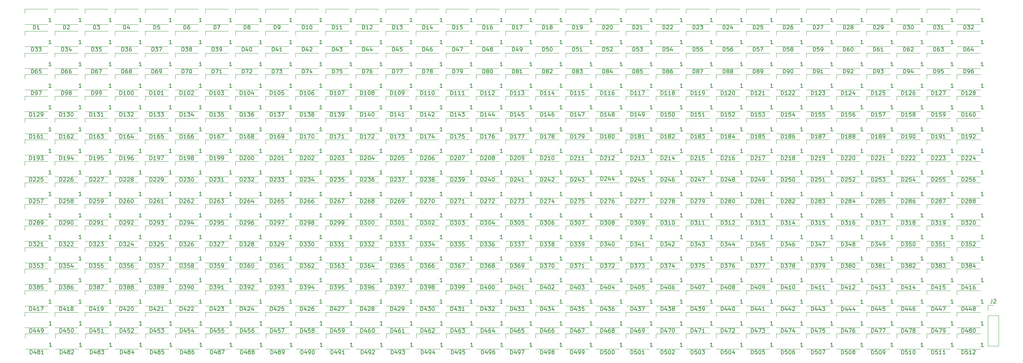
<source format=gbr>
G04 #@! TF.GenerationSoftware,KiCad,Pcbnew,(5.1.5-0-10_14)*
G04 #@! TF.CreationDate,2020-03-13T19:41:52-07:00*
G04 #@! TF.ProjectId,SpectrumAnayzerMini32Horz,53706563-7472-4756-9d41-6e61797a6572,rev?*
G04 #@! TF.SameCoordinates,Original*
G04 #@! TF.FileFunction,Legend,Top*
G04 #@! TF.FilePolarity,Positive*
%FSLAX46Y46*%
G04 Gerber Fmt 4.6, Leading zero omitted, Abs format (unit mm)*
G04 Created by KiCad (PCBNEW (5.1.5-0-10_14)) date 2020-03-13 19:41:52*
%MOMM*%
%LPD*%
G04 APERTURE LIST*
%ADD10C,0.120000*%
%ADD11C,0.150000*%
G04 APERTURE END LIST*
D10*
X276609500Y-107445500D02*
X277939500Y-107445500D01*
X276609500Y-108775500D02*
X276609500Y-107445500D01*
X276609500Y-110045500D02*
X279269500Y-110045500D01*
X279269500Y-110045500D02*
X279269500Y-117725500D01*
X276609500Y-110045500D02*
X276609500Y-117725500D01*
X276609500Y-117725500D02*
X279269500Y-117725500D01*
X268703000Y-114636000D02*
X268703000Y-115711000D01*
X274603000Y-114636000D02*
X268703000Y-114636000D01*
X274603000Y-118536000D02*
X268703000Y-118536000D01*
X261083000Y-114636000D02*
X261083000Y-115711000D01*
X266983000Y-114636000D02*
X261083000Y-114636000D01*
X266983000Y-118536000D02*
X261083000Y-118536000D01*
X253463000Y-114636000D02*
X253463000Y-115711000D01*
X259363000Y-114636000D02*
X253463000Y-114636000D01*
X259363000Y-118536000D02*
X253463000Y-118536000D01*
X245843000Y-114636000D02*
X245843000Y-115711000D01*
X251743000Y-114636000D02*
X245843000Y-114636000D01*
X251743000Y-118536000D02*
X245843000Y-118536000D01*
X238223000Y-114636000D02*
X238223000Y-115711000D01*
X244123000Y-114636000D02*
X238223000Y-114636000D01*
X244123000Y-118536000D02*
X238223000Y-118536000D01*
X230603000Y-114636000D02*
X230603000Y-115711000D01*
X236503000Y-114636000D02*
X230603000Y-114636000D01*
X236503000Y-118536000D02*
X230603000Y-118536000D01*
X222983000Y-114636000D02*
X222983000Y-115711000D01*
X228883000Y-114636000D02*
X222983000Y-114636000D01*
X228883000Y-118536000D02*
X222983000Y-118536000D01*
X215363000Y-114636000D02*
X215363000Y-115711000D01*
X221263000Y-114636000D02*
X215363000Y-114636000D01*
X221263000Y-118536000D02*
X215363000Y-118536000D01*
X207743000Y-114636000D02*
X207743000Y-115711000D01*
X213643000Y-114636000D02*
X207743000Y-114636000D01*
X213643000Y-118536000D02*
X207743000Y-118536000D01*
X200123000Y-114636000D02*
X200123000Y-115711000D01*
X206023000Y-114636000D02*
X200123000Y-114636000D01*
X206023000Y-118536000D02*
X200123000Y-118536000D01*
X192503000Y-114636000D02*
X192503000Y-115711000D01*
X198403000Y-114636000D02*
X192503000Y-114636000D01*
X198403000Y-118536000D02*
X192503000Y-118536000D01*
X184883000Y-114636000D02*
X184883000Y-115711000D01*
X190783000Y-114636000D02*
X184883000Y-114636000D01*
X190783000Y-118536000D02*
X184883000Y-118536000D01*
X177263000Y-114636000D02*
X177263000Y-115711000D01*
X183163000Y-114636000D02*
X177263000Y-114636000D01*
X183163000Y-118536000D02*
X177263000Y-118536000D01*
X169643000Y-114636000D02*
X169643000Y-115711000D01*
X175543000Y-114636000D02*
X169643000Y-114636000D01*
X175543000Y-118536000D02*
X169643000Y-118536000D01*
X162023000Y-114636000D02*
X162023000Y-115711000D01*
X167923000Y-114636000D02*
X162023000Y-114636000D01*
X167923000Y-118536000D02*
X162023000Y-118536000D01*
X154403000Y-114636000D02*
X154403000Y-115711000D01*
X160303000Y-114636000D02*
X154403000Y-114636000D01*
X160303000Y-118536000D02*
X154403000Y-118536000D01*
X147037000Y-114636000D02*
X147037000Y-115711000D01*
X152937000Y-114636000D02*
X147037000Y-114636000D01*
X152937000Y-118536000D02*
X147037000Y-118536000D01*
X139417000Y-114636000D02*
X139417000Y-115711000D01*
X145317000Y-114636000D02*
X139417000Y-114636000D01*
X145317000Y-118536000D02*
X139417000Y-118536000D01*
X131797000Y-114636000D02*
X131797000Y-115711000D01*
X137697000Y-114636000D02*
X131797000Y-114636000D01*
X137697000Y-118536000D02*
X131797000Y-118536000D01*
X124177000Y-114636000D02*
X124177000Y-115711000D01*
X130077000Y-114636000D02*
X124177000Y-114636000D01*
X130077000Y-118536000D02*
X124177000Y-118536000D01*
X116557000Y-114636000D02*
X116557000Y-115711000D01*
X122457000Y-114636000D02*
X116557000Y-114636000D01*
X122457000Y-118536000D02*
X116557000Y-118536000D01*
X108937000Y-114636000D02*
X108937000Y-115711000D01*
X114837000Y-114636000D02*
X108937000Y-114636000D01*
X114837000Y-118536000D02*
X108937000Y-118536000D01*
X101317000Y-114636000D02*
X101317000Y-115711000D01*
X107217000Y-114636000D02*
X101317000Y-114636000D01*
X107217000Y-118536000D02*
X101317000Y-118536000D01*
X93697000Y-114636000D02*
X93697000Y-115711000D01*
X99597000Y-114636000D02*
X93697000Y-114636000D01*
X99597000Y-118536000D02*
X93697000Y-118536000D01*
X86077000Y-114636000D02*
X86077000Y-115711000D01*
X91977000Y-114636000D02*
X86077000Y-114636000D01*
X91977000Y-118536000D02*
X86077000Y-118536000D01*
X78457000Y-114636000D02*
X78457000Y-115711000D01*
X84357000Y-114636000D02*
X78457000Y-114636000D01*
X84357000Y-118536000D02*
X78457000Y-118536000D01*
X70837000Y-114636000D02*
X70837000Y-115711000D01*
X76737000Y-114636000D02*
X70837000Y-114636000D01*
X76737000Y-118536000D02*
X70837000Y-118536000D01*
X63217000Y-114636000D02*
X63217000Y-115711000D01*
X69117000Y-114636000D02*
X63217000Y-114636000D01*
X69117000Y-118536000D02*
X63217000Y-118536000D01*
X55597000Y-114636000D02*
X55597000Y-115711000D01*
X61497000Y-114636000D02*
X55597000Y-114636000D01*
X61497000Y-118536000D02*
X55597000Y-118536000D01*
X47977000Y-114636000D02*
X47977000Y-115711000D01*
X53877000Y-114636000D02*
X47977000Y-114636000D01*
X53877000Y-118536000D02*
X47977000Y-118536000D01*
X40357000Y-114636000D02*
X40357000Y-115711000D01*
X46257000Y-114636000D02*
X40357000Y-114636000D01*
X46257000Y-118536000D02*
X40357000Y-118536000D01*
X32737000Y-114636000D02*
X32737000Y-115711000D01*
X38637000Y-114636000D02*
X32737000Y-114636000D01*
X38637000Y-118536000D02*
X32737000Y-118536000D01*
X268703000Y-109175000D02*
X268703000Y-110250000D01*
X274603000Y-109175000D02*
X268703000Y-109175000D01*
X274603000Y-113075000D02*
X268703000Y-113075000D01*
X261083000Y-109175000D02*
X261083000Y-110250000D01*
X266983000Y-109175000D02*
X261083000Y-109175000D01*
X266983000Y-113075000D02*
X261083000Y-113075000D01*
X253463000Y-109175000D02*
X253463000Y-110250000D01*
X259363000Y-109175000D02*
X253463000Y-109175000D01*
X259363000Y-113075000D02*
X253463000Y-113075000D01*
X245843000Y-109175000D02*
X245843000Y-110250000D01*
X251743000Y-109175000D02*
X245843000Y-109175000D01*
X251743000Y-113075000D02*
X245843000Y-113075000D01*
X238223000Y-109175000D02*
X238223000Y-110250000D01*
X244123000Y-109175000D02*
X238223000Y-109175000D01*
X244123000Y-113075000D02*
X238223000Y-113075000D01*
X230603000Y-109175000D02*
X230603000Y-110250000D01*
X236503000Y-109175000D02*
X230603000Y-109175000D01*
X236503000Y-113075000D02*
X230603000Y-113075000D01*
X222983000Y-109175000D02*
X222983000Y-110250000D01*
X228883000Y-109175000D02*
X222983000Y-109175000D01*
X228883000Y-113075000D02*
X222983000Y-113075000D01*
X215363000Y-109175000D02*
X215363000Y-110250000D01*
X221263000Y-109175000D02*
X215363000Y-109175000D01*
X221263000Y-113075000D02*
X215363000Y-113075000D01*
X207743000Y-109175000D02*
X207743000Y-110250000D01*
X213643000Y-109175000D02*
X207743000Y-109175000D01*
X213643000Y-113075000D02*
X207743000Y-113075000D01*
X200123000Y-109175000D02*
X200123000Y-110250000D01*
X206023000Y-109175000D02*
X200123000Y-109175000D01*
X206023000Y-113075000D02*
X200123000Y-113075000D01*
X192503000Y-109175000D02*
X192503000Y-110250000D01*
X198403000Y-109175000D02*
X192503000Y-109175000D01*
X198403000Y-113075000D02*
X192503000Y-113075000D01*
X184883000Y-109175000D02*
X184883000Y-110250000D01*
X190783000Y-109175000D02*
X184883000Y-109175000D01*
X190783000Y-113075000D02*
X184883000Y-113075000D01*
X177263000Y-109175000D02*
X177263000Y-110250000D01*
X183163000Y-109175000D02*
X177263000Y-109175000D01*
X183163000Y-113075000D02*
X177263000Y-113075000D01*
X169643000Y-109175000D02*
X169643000Y-110250000D01*
X175543000Y-109175000D02*
X169643000Y-109175000D01*
X175543000Y-113075000D02*
X169643000Y-113075000D01*
X162023000Y-109175000D02*
X162023000Y-110250000D01*
X167923000Y-109175000D02*
X162023000Y-109175000D01*
X167923000Y-113075000D02*
X162023000Y-113075000D01*
X154403000Y-109175000D02*
X154403000Y-110250000D01*
X160303000Y-109175000D02*
X154403000Y-109175000D01*
X160303000Y-113075000D02*
X154403000Y-113075000D01*
X146973500Y-109175000D02*
X146973500Y-110250000D01*
X152873500Y-109175000D02*
X146973500Y-109175000D01*
X152873500Y-113075000D02*
X146973500Y-113075000D01*
X139353500Y-109175000D02*
X139353500Y-110250000D01*
X145253500Y-109175000D02*
X139353500Y-109175000D01*
X145253500Y-113075000D02*
X139353500Y-113075000D01*
X131733500Y-109175000D02*
X131733500Y-110250000D01*
X137633500Y-109175000D02*
X131733500Y-109175000D01*
X137633500Y-113075000D02*
X131733500Y-113075000D01*
X124113500Y-109175000D02*
X124113500Y-110250000D01*
X130013500Y-109175000D02*
X124113500Y-109175000D01*
X130013500Y-113075000D02*
X124113500Y-113075000D01*
X116493500Y-109175000D02*
X116493500Y-110250000D01*
X122393500Y-109175000D02*
X116493500Y-109175000D01*
X122393500Y-113075000D02*
X116493500Y-113075000D01*
X108873500Y-109175000D02*
X108873500Y-110250000D01*
X114773500Y-109175000D02*
X108873500Y-109175000D01*
X114773500Y-113075000D02*
X108873500Y-113075000D01*
X101253500Y-109175000D02*
X101253500Y-110250000D01*
X107153500Y-109175000D02*
X101253500Y-109175000D01*
X107153500Y-113075000D02*
X101253500Y-113075000D01*
X93633500Y-109175000D02*
X93633500Y-110250000D01*
X99533500Y-109175000D02*
X93633500Y-109175000D01*
X99533500Y-113075000D02*
X93633500Y-113075000D01*
X86013500Y-109175000D02*
X86013500Y-110250000D01*
X91913500Y-109175000D02*
X86013500Y-109175000D01*
X91913500Y-113075000D02*
X86013500Y-113075000D01*
X78393500Y-109175000D02*
X78393500Y-110250000D01*
X84293500Y-109175000D02*
X78393500Y-109175000D01*
X84293500Y-113075000D02*
X78393500Y-113075000D01*
X70773500Y-109175000D02*
X70773500Y-110250000D01*
X76673500Y-109175000D02*
X70773500Y-109175000D01*
X76673500Y-113075000D02*
X70773500Y-113075000D01*
X63153500Y-109175000D02*
X63153500Y-110250000D01*
X69053500Y-109175000D02*
X63153500Y-109175000D01*
X69053500Y-113075000D02*
X63153500Y-113075000D01*
X55533500Y-109175000D02*
X55533500Y-110250000D01*
X61433500Y-109175000D02*
X55533500Y-109175000D01*
X61433500Y-113075000D02*
X55533500Y-113075000D01*
X47913500Y-109175000D02*
X47913500Y-110250000D01*
X53813500Y-109175000D02*
X47913500Y-109175000D01*
X53813500Y-113075000D02*
X47913500Y-113075000D01*
X40293500Y-109175000D02*
X40293500Y-110250000D01*
X46193500Y-109175000D02*
X40293500Y-109175000D01*
X46193500Y-113075000D02*
X40293500Y-113075000D01*
X32673500Y-109175000D02*
X32673500Y-110250000D01*
X38573500Y-109175000D02*
X32673500Y-109175000D01*
X38573500Y-113075000D02*
X32673500Y-113075000D01*
X268703000Y-103650500D02*
X268703000Y-104725500D01*
X274603000Y-103650500D02*
X268703000Y-103650500D01*
X274603000Y-107550500D02*
X268703000Y-107550500D01*
X261083000Y-103650500D02*
X261083000Y-104725500D01*
X266983000Y-103650500D02*
X261083000Y-103650500D01*
X266983000Y-107550500D02*
X261083000Y-107550500D01*
X253463000Y-103650500D02*
X253463000Y-104725500D01*
X259363000Y-103650500D02*
X253463000Y-103650500D01*
X259363000Y-107550500D02*
X253463000Y-107550500D01*
X245843000Y-103650500D02*
X245843000Y-104725500D01*
X251743000Y-103650500D02*
X245843000Y-103650500D01*
X251743000Y-107550500D02*
X245843000Y-107550500D01*
X238223000Y-103710500D02*
X238223000Y-104785500D01*
X244123000Y-103710500D02*
X238223000Y-103710500D01*
X244123000Y-107610500D02*
X238223000Y-107610500D01*
X230603000Y-103650500D02*
X230603000Y-104725500D01*
X236503000Y-103650500D02*
X230603000Y-103650500D01*
X236503000Y-107550500D02*
X230603000Y-107550500D01*
X222983000Y-103650500D02*
X222983000Y-104725500D01*
X228883000Y-103650500D02*
X222983000Y-103650500D01*
X228883000Y-107550500D02*
X222983000Y-107550500D01*
X215363000Y-103650500D02*
X215363000Y-104725500D01*
X221263000Y-103650500D02*
X215363000Y-103650500D01*
X221263000Y-107550500D02*
X215363000Y-107550500D01*
X207743000Y-103650500D02*
X207743000Y-104725500D01*
X213643000Y-103650500D02*
X207743000Y-103650500D01*
X213643000Y-107550500D02*
X207743000Y-107550500D01*
X200123000Y-103650500D02*
X200123000Y-104725500D01*
X206023000Y-103650500D02*
X200123000Y-103650500D01*
X206023000Y-107550500D02*
X200123000Y-107550500D01*
X192503000Y-103650500D02*
X192503000Y-104725500D01*
X198403000Y-103650500D02*
X192503000Y-103650500D01*
X198403000Y-107550500D02*
X192503000Y-107550500D01*
X184883000Y-103650500D02*
X184883000Y-104725500D01*
X190783000Y-103650500D02*
X184883000Y-103650500D01*
X190783000Y-107550500D02*
X184883000Y-107550500D01*
X177263000Y-103650500D02*
X177263000Y-104725500D01*
X183163000Y-103650500D02*
X177263000Y-103650500D01*
X183163000Y-107550500D02*
X177263000Y-107550500D01*
X169643000Y-103650500D02*
X169643000Y-104725500D01*
X175543000Y-103650500D02*
X169643000Y-103650500D01*
X175543000Y-107550500D02*
X169643000Y-107550500D01*
X162023000Y-103650500D02*
X162023000Y-104725500D01*
X167923000Y-103650500D02*
X162023000Y-103650500D01*
X167923000Y-107550500D02*
X162023000Y-107550500D01*
X154403000Y-103650500D02*
X154403000Y-104725500D01*
X160303000Y-103650500D02*
X154403000Y-103650500D01*
X160303000Y-107550500D02*
X154403000Y-107550500D01*
X146910000Y-103650500D02*
X146910000Y-104725500D01*
X152810000Y-103650500D02*
X146910000Y-103650500D01*
X152810000Y-107550500D02*
X146910000Y-107550500D01*
X139290000Y-103650500D02*
X139290000Y-104725500D01*
X145190000Y-103650500D02*
X139290000Y-103650500D01*
X145190000Y-107550500D02*
X139290000Y-107550500D01*
X131670000Y-103650500D02*
X131670000Y-104725500D01*
X137570000Y-103650500D02*
X131670000Y-103650500D01*
X137570000Y-107550500D02*
X131670000Y-107550500D01*
X124050000Y-103650500D02*
X124050000Y-104725500D01*
X129950000Y-103650500D02*
X124050000Y-103650500D01*
X129950000Y-107550500D02*
X124050000Y-107550500D01*
X116430000Y-103650500D02*
X116430000Y-104725500D01*
X122330000Y-103650500D02*
X116430000Y-103650500D01*
X122330000Y-107550500D02*
X116430000Y-107550500D01*
X108810000Y-103650500D02*
X108810000Y-104725500D01*
X114710000Y-103650500D02*
X108810000Y-103650500D01*
X114710000Y-107550500D02*
X108810000Y-107550500D01*
X101190000Y-103650500D02*
X101190000Y-104725500D01*
X107090000Y-103650500D02*
X101190000Y-103650500D01*
X107090000Y-107550500D02*
X101190000Y-107550500D01*
X93570000Y-103650500D02*
X93570000Y-104725500D01*
X99470000Y-103650500D02*
X93570000Y-103650500D01*
X99470000Y-107550500D02*
X93570000Y-107550500D01*
X85950000Y-103650500D02*
X85950000Y-104725500D01*
X91850000Y-103650500D02*
X85950000Y-103650500D01*
X91850000Y-107550500D02*
X85950000Y-107550500D01*
X78330000Y-103650500D02*
X78330000Y-104725500D01*
X84230000Y-103650500D02*
X78330000Y-103650500D01*
X84230000Y-107550500D02*
X78330000Y-107550500D01*
X70710000Y-103650500D02*
X70710000Y-104725500D01*
X76610000Y-103650500D02*
X70710000Y-103650500D01*
X76610000Y-107550500D02*
X70710000Y-107550500D01*
X63090000Y-103650500D02*
X63090000Y-104725500D01*
X68990000Y-103650500D02*
X63090000Y-103650500D01*
X68990000Y-107550500D02*
X63090000Y-107550500D01*
X55470000Y-103650500D02*
X55470000Y-104725500D01*
X61370000Y-103650500D02*
X55470000Y-103650500D01*
X61370000Y-107550500D02*
X55470000Y-107550500D01*
X47850000Y-103650500D02*
X47850000Y-104725500D01*
X53750000Y-103650500D02*
X47850000Y-103650500D01*
X53750000Y-107550500D02*
X47850000Y-107550500D01*
X40230000Y-103650500D02*
X40230000Y-104725500D01*
X46130000Y-103650500D02*
X40230000Y-103650500D01*
X46130000Y-107550500D02*
X40230000Y-107550500D01*
X32610000Y-103650500D02*
X32610000Y-104725500D01*
X38510000Y-103650500D02*
X32610000Y-103650500D01*
X38510000Y-107550500D02*
X32610000Y-107550500D01*
X268703000Y-98189500D02*
X268703000Y-99264500D01*
X274603000Y-98189500D02*
X268703000Y-98189500D01*
X274603000Y-102089500D02*
X268703000Y-102089500D01*
X261083000Y-98189500D02*
X261083000Y-99264500D01*
X266983000Y-98189500D02*
X261083000Y-98189500D01*
X266983000Y-102089500D02*
X261083000Y-102089500D01*
X253463000Y-98189500D02*
X253463000Y-99264500D01*
X259363000Y-98189500D02*
X253463000Y-98189500D01*
X259363000Y-102089500D02*
X253463000Y-102089500D01*
X245843000Y-98189500D02*
X245843000Y-99264500D01*
X251743000Y-98189500D02*
X245843000Y-98189500D01*
X251743000Y-102089500D02*
X245843000Y-102089500D01*
X238223000Y-98189500D02*
X238223000Y-99264500D01*
X244123000Y-98189500D02*
X238223000Y-98189500D01*
X244123000Y-102089500D02*
X238223000Y-102089500D01*
X230603000Y-98189500D02*
X230603000Y-99264500D01*
X236503000Y-98189500D02*
X230603000Y-98189500D01*
X236503000Y-102089500D02*
X230603000Y-102089500D01*
X222983000Y-98189500D02*
X222983000Y-99264500D01*
X228883000Y-98189500D02*
X222983000Y-98189500D01*
X228883000Y-102089500D02*
X222983000Y-102089500D01*
X215363000Y-98189500D02*
X215363000Y-99264500D01*
X221263000Y-98189500D02*
X215363000Y-98189500D01*
X221263000Y-102089500D02*
X215363000Y-102089500D01*
X207743000Y-98189500D02*
X207743000Y-99264500D01*
X213643000Y-98189500D02*
X207743000Y-98189500D01*
X213643000Y-102089500D02*
X207743000Y-102089500D01*
X200123000Y-98189500D02*
X200123000Y-99264500D01*
X206023000Y-98189500D02*
X200123000Y-98189500D01*
X206023000Y-102089500D02*
X200123000Y-102089500D01*
X192503000Y-98189500D02*
X192503000Y-99264500D01*
X198403000Y-98189500D02*
X192503000Y-98189500D01*
X198403000Y-102089500D02*
X192503000Y-102089500D01*
X184883000Y-98189500D02*
X184883000Y-99264500D01*
X190783000Y-98189500D02*
X184883000Y-98189500D01*
X190783000Y-102089500D02*
X184883000Y-102089500D01*
X177263000Y-98189500D02*
X177263000Y-99264500D01*
X183163000Y-98189500D02*
X177263000Y-98189500D01*
X183163000Y-102089500D02*
X177263000Y-102089500D01*
X169643000Y-98189500D02*
X169643000Y-99264500D01*
X175543000Y-98189500D02*
X169643000Y-98189500D01*
X175543000Y-102089500D02*
X169643000Y-102089500D01*
X162023000Y-98189500D02*
X162023000Y-99264500D01*
X167923000Y-98189500D02*
X162023000Y-98189500D01*
X167923000Y-102089500D02*
X162023000Y-102089500D01*
X154403000Y-98189500D02*
X154403000Y-99264500D01*
X160303000Y-98189500D02*
X154403000Y-98189500D01*
X160303000Y-102089500D02*
X154403000Y-102089500D01*
X146910000Y-98189500D02*
X146910000Y-99264500D01*
X152810000Y-98189500D02*
X146910000Y-98189500D01*
X152810000Y-102089500D02*
X146910000Y-102089500D01*
X139290000Y-98189500D02*
X139290000Y-99264500D01*
X145190000Y-98189500D02*
X139290000Y-98189500D01*
X145190000Y-102089500D02*
X139290000Y-102089500D01*
X131670000Y-98189500D02*
X131670000Y-99264500D01*
X137570000Y-98189500D02*
X131670000Y-98189500D01*
X137570000Y-102089500D02*
X131670000Y-102089500D01*
X124050000Y-98189500D02*
X124050000Y-99264500D01*
X129950000Y-98189500D02*
X124050000Y-98189500D01*
X129950000Y-102089500D02*
X124050000Y-102089500D01*
X116430000Y-98189500D02*
X116430000Y-99264500D01*
X122330000Y-98189500D02*
X116430000Y-98189500D01*
X122330000Y-102089500D02*
X116430000Y-102089500D01*
X108810000Y-98189500D02*
X108810000Y-99264500D01*
X114710000Y-98189500D02*
X108810000Y-98189500D01*
X114710000Y-102089500D02*
X108810000Y-102089500D01*
X101190000Y-98189500D02*
X101190000Y-99264500D01*
X107090000Y-98189500D02*
X101190000Y-98189500D01*
X107090000Y-102089500D02*
X101190000Y-102089500D01*
X93570000Y-98189500D02*
X93570000Y-99264500D01*
X99470000Y-98189500D02*
X93570000Y-98189500D01*
X99470000Y-102089500D02*
X93570000Y-102089500D01*
X85950000Y-98189500D02*
X85950000Y-99264500D01*
X91850000Y-98189500D02*
X85950000Y-98189500D01*
X91850000Y-102089500D02*
X85950000Y-102089500D01*
X78330000Y-98189500D02*
X78330000Y-99264500D01*
X84230000Y-98189500D02*
X78330000Y-98189500D01*
X84230000Y-102089500D02*
X78330000Y-102089500D01*
X70710000Y-98189500D02*
X70710000Y-99264500D01*
X76610000Y-98189500D02*
X70710000Y-98189500D01*
X76610000Y-102089500D02*
X70710000Y-102089500D01*
X63090000Y-98189500D02*
X63090000Y-99264500D01*
X68990000Y-98189500D02*
X63090000Y-98189500D01*
X68990000Y-102089500D02*
X63090000Y-102089500D01*
X55470000Y-98189500D02*
X55470000Y-99264500D01*
X61370000Y-98189500D02*
X55470000Y-98189500D01*
X61370000Y-102089500D02*
X55470000Y-102089500D01*
X47850000Y-98189500D02*
X47850000Y-99264500D01*
X53750000Y-98189500D02*
X47850000Y-98189500D01*
X53750000Y-102089500D02*
X47850000Y-102089500D01*
X40230000Y-98189500D02*
X40230000Y-99264500D01*
X46130000Y-98189500D02*
X40230000Y-98189500D01*
X46130000Y-102089500D02*
X40230000Y-102089500D01*
X32610000Y-98189500D02*
X32610000Y-99264500D01*
X38510000Y-98189500D02*
X32610000Y-98189500D01*
X38510000Y-102089500D02*
X32610000Y-102089500D01*
X268703000Y-92728500D02*
X268703000Y-93803500D01*
X274603000Y-92728500D02*
X268703000Y-92728500D01*
X274603000Y-96628500D02*
X268703000Y-96628500D01*
X261083000Y-92728500D02*
X261083000Y-93803500D01*
X266983000Y-92728500D02*
X261083000Y-92728500D01*
X266983000Y-96628500D02*
X261083000Y-96628500D01*
X253463000Y-92728500D02*
X253463000Y-93803500D01*
X259363000Y-92728500D02*
X253463000Y-92728500D01*
X259363000Y-96628500D02*
X253463000Y-96628500D01*
X245843000Y-92728500D02*
X245843000Y-93803500D01*
X251743000Y-92728500D02*
X245843000Y-92728500D01*
X251743000Y-96628500D02*
X245843000Y-96628500D01*
X238223000Y-92728500D02*
X238223000Y-93803500D01*
X244123000Y-92728500D02*
X238223000Y-92728500D01*
X244123000Y-96628500D02*
X238223000Y-96628500D01*
X230603000Y-92728500D02*
X230603000Y-93803500D01*
X236503000Y-92728500D02*
X230603000Y-92728500D01*
X236503000Y-96628500D02*
X230603000Y-96628500D01*
X222983000Y-92728500D02*
X222983000Y-93803500D01*
X228883000Y-92728500D02*
X222983000Y-92728500D01*
X228883000Y-96628500D02*
X222983000Y-96628500D01*
X215363000Y-92728500D02*
X215363000Y-93803500D01*
X221263000Y-92728500D02*
X215363000Y-92728500D01*
X221263000Y-96628500D02*
X215363000Y-96628500D01*
X207743000Y-92728500D02*
X207743000Y-93803500D01*
X213643000Y-92728500D02*
X207743000Y-92728500D01*
X213643000Y-96628500D02*
X207743000Y-96628500D01*
X200123000Y-92728500D02*
X200123000Y-93803500D01*
X206023000Y-92728500D02*
X200123000Y-92728500D01*
X206023000Y-96628500D02*
X200123000Y-96628500D01*
X192503000Y-92728500D02*
X192503000Y-93803500D01*
X198403000Y-92728500D02*
X192503000Y-92728500D01*
X198403000Y-96628500D02*
X192503000Y-96628500D01*
X184883000Y-92728500D02*
X184883000Y-93803500D01*
X190783000Y-92728500D02*
X184883000Y-92728500D01*
X190783000Y-96628500D02*
X184883000Y-96628500D01*
X177263000Y-92728500D02*
X177263000Y-93803500D01*
X183163000Y-92728500D02*
X177263000Y-92728500D01*
X183163000Y-96628500D02*
X177263000Y-96628500D01*
X169643000Y-92728500D02*
X169643000Y-93803500D01*
X175543000Y-92728500D02*
X169643000Y-92728500D01*
X175543000Y-96628500D02*
X169643000Y-96628500D01*
X162023000Y-92728500D02*
X162023000Y-93803500D01*
X167923000Y-92728500D02*
X162023000Y-92728500D01*
X167923000Y-96628500D02*
X162023000Y-96628500D01*
X154403000Y-92728500D02*
X154403000Y-93803500D01*
X160303000Y-92728500D02*
X154403000Y-92728500D01*
X160303000Y-96628500D02*
X154403000Y-96628500D01*
X146910000Y-92728500D02*
X146910000Y-93803500D01*
X152810000Y-92728500D02*
X146910000Y-92728500D01*
X152810000Y-96628500D02*
X146910000Y-96628500D01*
X139290000Y-92728500D02*
X139290000Y-93803500D01*
X145190000Y-92728500D02*
X139290000Y-92728500D01*
X145190000Y-96628500D02*
X139290000Y-96628500D01*
X131670000Y-92728500D02*
X131670000Y-93803500D01*
X137570000Y-92728500D02*
X131670000Y-92728500D01*
X137570000Y-96628500D02*
X131670000Y-96628500D01*
X124050000Y-92728500D02*
X124050000Y-93803500D01*
X129950000Y-92728500D02*
X124050000Y-92728500D01*
X129950000Y-96628500D02*
X124050000Y-96628500D01*
X116430000Y-92728500D02*
X116430000Y-93803500D01*
X122330000Y-92728500D02*
X116430000Y-92728500D01*
X122330000Y-96628500D02*
X116430000Y-96628500D01*
X108810000Y-92728500D02*
X108810000Y-93803500D01*
X114710000Y-92728500D02*
X108810000Y-92728500D01*
X114710000Y-96628500D02*
X108810000Y-96628500D01*
X101190000Y-92728500D02*
X101190000Y-93803500D01*
X107090000Y-92728500D02*
X101190000Y-92728500D01*
X107090000Y-96628500D02*
X101190000Y-96628500D01*
X93570000Y-92728500D02*
X93570000Y-93803500D01*
X99470000Y-92728500D02*
X93570000Y-92728500D01*
X99470000Y-96628500D02*
X93570000Y-96628500D01*
X85950000Y-92728500D02*
X85950000Y-93803500D01*
X91850000Y-92728500D02*
X85950000Y-92728500D01*
X91850000Y-96628500D02*
X85950000Y-96628500D01*
X78330000Y-92728500D02*
X78330000Y-93803500D01*
X84230000Y-92728500D02*
X78330000Y-92728500D01*
X84230000Y-96628500D02*
X78330000Y-96628500D01*
X70710000Y-92728500D02*
X70710000Y-93803500D01*
X76610000Y-92728500D02*
X70710000Y-92728500D01*
X76610000Y-96628500D02*
X70710000Y-96628500D01*
X63090000Y-92728500D02*
X63090000Y-93803500D01*
X68990000Y-92728500D02*
X63090000Y-92728500D01*
X68990000Y-96628500D02*
X63090000Y-96628500D01*
X55470000Y-92728500D02*
X55470000Y-93803500D01*
X61370000Y-92728500D02*
X55470000Y-92728500D01*
X61370000Y-96628500D02*
X55470000Y-96628500D01*
X47850000Y-92728500D02*
X47850000Y-93803500D01*
X53750000Y-92728500D02*
X47850000Y-92728500D01*
X53750000Y-96628500D02*
X47850000Y-96628500D01*
X40230000Y-92728500D02*
X40230000Y-93803500D01*
X46130000Y-92728500D02*
X40230000Y-92728500D01*
X46130000Y-96628500D02*
X40230000Y-96628500D01*
X32610000Y-92728500D02*
X32610000Y-93803500D01*
X38510000Y-92728500D02*
X32610000Y-92728500D01*
X38510000Y-96628500D02*
X32610000Y-96628500D01*
X268703000Y-87267500D02*
X268703000Y-88342500D01*
X274603000Y-87267500D02*
X268703000Y-87267500D01*
X274603000Y-91167500D02*
X268703000Y-91167500D01*
X261083000Y-87267500D02*
X261083000Y-88342500D01*
X266983000Y-87267500D02*
X261083000Y-87267500D01*
X266983000Y-91167500D02*
X261083000Y-91167500D01*
X253463000Y-87267500D02*
X253463000Y-88342500D01*
X259363000Y-87267500D02*
X253463000Y-87267500D01*
X259363000Y-91167500D02*
X253463000Y-91167500D01*
X245843000Y-87267500D02*
X245843000Y-88342500D01*
X251743000Y-87267500D02*
X245843000Y-87267500D01*
X251743000Y-91167500D02*
X245843000Y-91167500D01*
X238223000Y-87267500D02*
X238223000Y-88342500D01*
X244123000Y-87267500D02*
X238223000Y-87267500D01*
X244123000Y-91167500D02*
X238223000Y-91167500D01*
X230603000Y-87267500D02*
X230603000Y-88342500D01*
X236503000Y-87267500D02*
X230603000Y-87267500D01*
X236503000Y-91167500D02*
X230603000Y-91167500D01*
X222983000Y-87267500D02*
X222983000Y-88342500D01*
X228883000Y-87267500D02*
X222983000Y-87267500D01*
X228883000Y-91167500D02*
X222983000Y-91167500D01*
X215363000Y-87267500D02*
X215363000Y-88342500D01*
X221263000Y-87267500D02*
X215363000Y-87267500D01*
X221263000Y-91167500D02*
X215363000Y-91167500D01*
X207743000Y-87267500D02*
X207743000Y-88342500D01*
X213643000Y-87267500D02*
X207743000Y-87267500D01*
X213643000Y-91167500D02*
X207743000Y-91167500D01*
X200123000Y-87267500D02*
X200123000Y-88342500D01*
X206023000Y-87267500D02*
X200123000Y-87267500D01*
X206023000Y-91167500D02*
X200123000Y-91167500D01*
X192503000Y-87267500D02*
X192503000Y-88342500D01*
X198403000Y-87267500D02*
X192503000Y-87267500D01*
X198403000Y-91167500D02*
X192503000Y-91167500D01*
X184883000Y-87267500D02*
X184883000Y-88342500D01*
X190783000Y-87267500D02*
X184883000Y-87267500D01*
X190783000Y-91167500D02*
X184883000Y-91167500D01*
X177263000Y-87267500D02*
X177263000Y-88342500D01*
X183163000Y-87267500D02*
X177263000Y-87267500D01*
X183163000Y-91167500D02*
X177263000Y-91167500D01*
X169643000Y-87267500D02*
X169643000Y-88342500D01*
X175543000Y-87267500D02*
X169643000Y-87267500D01*
X175543000Y-91167500D02*
X169643000Y-91167500D01*
X162023000Y-87267500D02*
X162023000Y-88342500D01*
X167923000Y-87267500D02*
X162023000Y-87267500D01*
X167923000Y-91167500D02*
X162023000Y-91167500D01*
X154403000Y-87267500D02*
X154403000Y-88342500D01*
X160303000Y-87267500D02*
X154403000Y-87267500D01*
X160303000Y-91167500D02*
X154403000Y-91167500D01*
X146910000Y-87267500D02*
X146910000Y-88342500D01*
X152810000Y-87267500D02*
X146910000Y-87267500D01*
X152810000Y-91167500D02*
X146910000Y-91167500D01*
X139290000Y-87267500D02*
X139290000Y-88342500D01*
X145190000Y-87267500D02*
X139290000Y-87267500D01*
X145190000Y-91167500D02*
X139290000Y-91167500D01*
X131670000Y-87267500D02*
X131670000Y-88342500D01*
X137570000Y-87267500D02*
X131670000Y-87267500D01*
X137570000Y-91167500D02*
X131670000Y-91167500D01*
X124050000Y-87267500D02*
X124050000Y-88342500D01*
X129950000Y-87267500D02*
X124050000Y-87267500D01*
X129950000Y-91167500D02*
X124050000Y-91167500D01*
X116430000Y-87267500D02*
X116430000Y-88342500D01*
X122330000Y-87267500D02*
X116430000Y-87267500D01*
X122330000Y-91167500D02*
X116430000Y-91167500D01*
X108810000Y-87267500D02*
X108810000Y-88342500D01*
X114710000Y-87267500D02*
X108810000Y-87267500D01*
X114710000Y-91167500D02*
X108810000Y-91167500D01*
X101190000Y-87267500D02*
X101190000Y-88342500D01*
X107090000Y-87267500D02*
X101190000Y-87267500D01*
X107090000Y-91167500D02*
X101190000Y-91167500D01*
X93570000Y-87267500D02*
X93570000Y-88342500D01*
X99470000Y-87267500D02*
X93570000Y-87267500D01*
X99470000Y-91167500D02*
X93570000Y-91167500D01*
X85950000Y-87267500D02*
X85950000Y-88342500D01*
X91850000Y-87267500D02*
X85950000Y-87267500D01*
X91850000Y-91167500D02*
X85950000Y-91167500D01*
X78330000Y-87267500D02*
X78330000Y-88342500D01*
X84230000Y-87267500D02*
X78330000Y-87267500D01*
X84230000Y-91167500D02*
X78330000Y-91167500D01*
X70710000Y-87267500D02*
X70710000Y-88342500D01*
X76610000Y-87267500D02*
X70710000Y-87267500D01*
X76610000Y-91167500D02*
X70710000Y-91167500D01*
X63090000Y-87267500D02*
X63090000Y-88342500D01*
X68990000Y-87267500D02*
X63090000Y-87267500D01*
X68990000Y-91167500D02*
X63090000Y-91167500D01*
X55470000Y-87267500D02*
X55470000Y-88342500D01*
X61370000Y-87267500D02*
X55470000Y-87267500D01*
X61370000Y-91167500D02*
X55470000Y-91167500D01*
X47850000Y-87267500D02*
X47850000Y-88342500D01*
X53750000Y-87267500D02*
X47850000Y-87267500D01*
X53750000Y-91167500D02*
X47850000Y-91167500D01*
X40230000Y-87267500D02*
X40230000Y-88342500D01*
X46130000Y-87267500D02*
X40230000Y-87267500D01*
X46130000Y-91167500D02*
X40230000Y-91167500D01*
X32610000Y-87267500D02*
X32610000Y-88342500D01*
X38510000Y-87267500D02*
X32610000Y-87267500D01*
X38510000Y-91167500D02*
X32610000Y-91167500D01*
X268703000Y-81806500D02*
X268703000Y-82881500D01*
X274603000Y-81806500D02*
X268703000Y-81806500D01*
X274603000Y-85706500D02*
X268703000Y-85706500D01*
X261083000Y-81806500D02*
X261083000Y-82881500D01*
X266983000Y-81806500D02*
X261083000Y-81806500D01*
X266983000Y-85706500D02*
X261083000Y-85706500D01*
X253463000Y-81806500D02*
X253463000Y-82881500D01*
X259363000Y-81806500D02*
X253463000Y-81806500D01*
X259363000Y-85706500D02*
X253463000Y-85706500D01*
X245843000Y-81806500D02*
X245843000Y-82881500D01*
X251743000Y-81806500D02*
X245843000Y-81806500D01*
X251743000Y-85706500D02*
X245843000Y-85706500D01*
X238223000Y-81806500D02*
X238223000Y-82881500D01*
X244123000Y-81806500D02*
X238223000Y-81806500D01*
X244123000Y-85706500D02*
X238223000Y-85706500D01*
X230603000Y-81806500D02*
X230603000Y-82881500D01*
X236503000Y-81806500D02*
X230603000Y-81806500D01*
X236503000Y-85706500D02*
X230603000Y-85706500D01*
X222983000Y-81806500D02*
X222983000Y-82881500D01*
X228883000Y-81806500D02*
X222983000Y-81806500D01*
X228883000Y-85706500D02*
X222983000Y-85706500D01*
X215363000Y-81806500D02*
X215363000Y-82881500D01*
X221263000Y-81806500D02*
X215363000Y-81806500D01*
X221263000Y-85706500D02*
X215363000Y-85706500D01*
X207743000Y-81806500D02*
X207743000Y-82881500D01*
X213643000Y-81806500D02*
X207743000Y-81806500D01*
X213643000Y-85706500D02*
X207743000Y-85706500D01*
X200123000Y-81806500D02*
X200123000Y-82881500D01*
X206023000Y-81806500D02*
X200123000Y-81806500D01*
X206023000Y-85706500D02*
X200123000Y-85706500D01*
X192503000Y-81806500D02*
X192503000Y-82881500D01*
X198403000Y-81806500D02*
X192503000Y-81806500D01*
X198403000Y-85706500D02*
X192503000Y-85706500D01*
X184883000Y-81806500D02*
X184883000Y-82881500D01*
X190783000Y-81806500D02*
X184883000Y-81806500D01*
X190783000Y-85706500D02*
X184883000Y-85706500D01*
X177263000Y-81806500D02*
X177263000Y-82881500D01*
X183163000Y-81806500D02*
X177263000Y-81806500D01*
X183163000Y-85706500D02*
X177263000Y-85706500D01*
X169643000Y-81806500D02*
X169643000Y-82881500D01*
X175543000Y-81806500D02*
X169643000Y-81806500D01*
X175543000Y-85706500D02*
X169643000Y-85706500D01*
X162023000Y-81806500D02*
X162023000Y-82881500D01*
X167923000Y-81806500D02*
X162023000Y-81806500D01*
X167923000Y-85706500D02*
X162023000Y-85706500D01*
X154403000Y-81806500D02*
X154403000Y-82881500D01*
X160303000Y-81806500D02*
X154403000Y-81806500D01*
X160303000Y-85706500D02*
X154403000Y-85706500D01*
X146910000Y-81806500D02*
X146910000Y-82881500D01*
X152810000Y-81806500D02*
X146910000Y-81806500D01*
X152810000Y-85706500D02*
X146910000Y-85706500D01*
X139290000Y-81806500D02*
X139290000Y-82881500D01*
X145190000Y-81806500D02*
X139290000Y-81806500D01*
X145190000Y-85706500D02*
X139290000Y-85706500D01*
X131670000Y-81806500D02*
X131670000Y-82881500D01*
X137570000Y-81806500D02*
X131670000Y-81806500D01*
X137570000Y-85706500D02*
X131670000Y-85706500D01*
X124050000Y-81806500D02*
X124050000Y-82881500D01*
X129950000Y-81806500D02*
X124050000Y-81806500D01*
X129950000Y-85706500D02*
X124050000Y-85706500D01*
X116430000Y-81806500D02*
X116430000Y-82881500D01*
X122330000Y-81806500D02*
X116430000Y-81806500D01*
X122330000Y-85706500D02*
X116430000Y-85706500D01*
X108810000Y-81806500D02*
X108810000Y-82881500D01*
X114710000Y-81806500D02*
X108810000Y-81806500D01*
X114710000Y-85706500D02*
X108810000Y-85706500D01*
X101190000Y-81806500D02*
X101190000Y-82881500D01*
X107090000Y-81806500D02*
X101190000Y-81806500D01*
X107090000Y-85706500D02*
X101190000Y-85706500D01*
X93570000Y-81806500D02*
X93570000Y-82881500D01*
X99470000Y-81806500D02*
X93570000Y-81806500D01*
X99470000Y-85706500D02*
X93570000Y-85706500D01*
X85950000Y-81806500D02*
X85950000Y-82881500D01*
X91850000Y-81806500D02*
X85950000Y-81806500D01*
X91850000Y-85706500D02*
X85950000Y-85706500D01*
X78330000Y-81806500D02*
X78330000Y-82881500D01*
X84230000Y-81806500D02*
X78330000Y-81806500D01*
X84230000Y-85706500D02*
X78330000Y-85706500D01*
X70710000Y-81806500D02*
X70710000Y-82881500D01*
X76610000Y-81806500D02*
X70710000Y-81806500D01*
X76610000Y-85706500D02*
X70710000Y-85706500D01*
X63090000Y-81806500D02*
X63090000Y-82881500D01*
X68990000Y-81806500D02*
X63090000Y-81806500D01*
X68990000Y-85706500D02*
X63090000Y-85706500D01*
X55470000Y-81806500D02*
X55470000Y-82881500D01*
X61370000Y-81806500D02*
X55470000Y-81806500D01*
X61370000Y-85706500D02*
X55470000Y-85706500D01*
X47850000Y-81806500D02*
X47850000Y-82881500D01*
X53750000Y-81806500D02*
X47850000Y-81806500D01*
X53750000Y-85706500D02*
X47850000Y-85706500D01*
X40230000Y-81806500D02*
X40230000Y-82881500D01*
X46130000Y-81806500D02*
X40230000Y-81806500D01*
X46130000Y-85706500D02*
X40230000Y-85706500D01*
X32610000Y-81806500D02*
X32610000Y-82881500D01*
X38510000Y-81806500D02*
X32610000Y-81806500D01*
X38510000Y-85706500D02*
X32610000Y-85706500D01*
X268703000Y-76345500D02*
X268703000Y-77420500D01*
X274603000Y-76345500D02*
X268703000Y-76345500D01*
X274603000Y-80245500D02*
X268703000Y-80245500D01*
X261083000Y-76345500D02*
X261083000Y-77420500D01*
X266983000Y-76345500D02*
X261083000Y-76345500D01*
X266983000Y-80245500D02*
X261083000Y-80245500D01*
X253463000Y-76345500D02*
X253463000Y-77420500D01*
X259363000Y-76345500D02*
X253463000Y-76345500D01*
X259363000Y-80245500D02*
X253463000Y-80245500D01*
X245843000Y-76345500D02*
X245843000Y-77420500D01*
X251743000Y-76345500D02*
X245843000Y-76345500D01*
X251743000Y-80245500D02*
X245843000Y-80245500D01*
X238223000Y-76345500D02*
X238223000Y-77420500D01*
X244123000Y-76345500D02*
X238223000Y-76345500D01*
X244123000Y-80245500D02*
X238223000Y-80245500D01*
X230603000Y-76345500D02*
X230603000Y-77420500D01*
X236503000Y-76345500D02*
X230603000Y-76345500D01*
X236503000Y-80245500D02*
X230603000Y-80245500D01*
X222983000Y-76345500D02*
X222983000Y-77420500D01*
X228883000Y-76345500D02*
X222983000Y-76345500D01*
X228883000Y-80245500D02*
X222983000Y-80245500D01*
X215363000Y-76345500D02*
X215363000Y-77420500D01*
X221263000Y-76345500D02*
X215363000Y-76345500D01*
X221263000Y-80245500D02*
X215363000Y-80245500D01*
X207743000Y-76345500D02*
X207743000Y-77420500D01*
X213643000Y-76345500D02*
X207743000Y-76345500D01*
X213643000Y-80245500D02*
X207743000Y-80245500D01*
X200123000Y-76345500D02*
X200123000Y-77420500D01*
X206023000Y-76345500D02*
X200123000Y-76345500D01*
X206023000Y-80245500D02*
X200123000Y-80245500D01*
X192503000Y-76345500D02*
X192503000Y-77420500D01*
X198403000Y-76345500D02*
X192503000Y-76345500D01*
X198403000Y-80245500D02*
X192503000Y-80245500D01*
X184883000Y-76345500D02*
X184883000Y-77420500D01*
X190783000Y-76345500D02*
X184883000Y-76345500D01*
X190783000Y-80245500D02*
X184883000Y-80245500D01*
X177263000Y-76345500D02*
X177263000Y-77420500D01*
X183163000Y-76345500D02*
X177263000Y-76345500D01*
X183163000Y-80245500D02*
X177263000Y-80245500D01*
X169643000Y-76345500D02*
X169643000Y-77420500D01*
X175543000Y-76345500D02*
X169643000Y-76345500D01*
X175543000Y-80245500D02*
X169643000Y-80245500D01*
X162023000Y-76345500D02*
X162023000Y-77420500D01*
X167923000Y-76345500D02*
X162023000Y-76345500D01*
X167923000Y-80245500D02*
X162023000Y-80245500D01*
X154403000Y-76345500D02*
X154403000Y-77420500D01*
X160303000Y-76345500D02*
X154403000Y-76345500D01*
X160303000Y-80245500D02*
X154403000Y-80245500D01*
X146910000Y-76345500D02*
X146910000Y-77420500D01*
X152810000Y-76345500D02*
X146910000Y-76345500D01*
X152810000Y-80245500D02*
X146910000Y-80245500D01*
X139290000Y-76345500D02*
X139290000Y-77420500D01*
X145190000Y-76345500D02*
X139290000Y-76345500D01*
X145190000Y-80245500D02*
X139290000Y-80245500D01*
X131670000Y-76345500D02*
X131670000Y-77420500D01*
X137570000Y-76345500D02*
X131670000Y-76345500D01*
X137570000Y-80245500D02*
X131670000Y-80245500D01*
X124050000Y-76345500D02*
X124050000Y-77420500D01*
X129950000Y-76345500D02*
X124050000Y-76345500D01*
X129950000Y-80245500D02*
X124050000Y-80245500D01*
X116430000Y-76345500D02*
X116430000Y-77420500D01*
X122330000Y-76345500D02*
X116430000Y-76345500D01*
X122330000Y-80245500D02*
X116430000Y-80245500D01*
X108810000Y-76345500D02*
X108810000Y-77420500D01*
X114710000Y-76345500D02*
X108810000Y-76345500D01*
X114710000Y-80245500D02*
X108810000Y-80245500D01*
X101190000Y-76345500D02*
X101190000Y-77420500D01*
X107090000Y-76345500D02*
X101190000Y-76345500D01*
X107090000Y-80245500D02*
X101190000Y-80245500D01*
X93570000Y-76345500D02*
X93570000Y-77420500D01*
X99470000Y-76345500D02*
X93570000Y-76345500D01*
X99470000Y-80245500D02*
X93570000Y-80245500D01*
X85950000Y-76345500D02*
X85950000Y-77420500D01*
X91850000Y-76345500D02*
X85950000Y-76345500D01*
X91850000Y-80245500D02*
X85950000Y-80245500D01*
X78330000Y-76345500D02*
X78330000Y-77420500D01*
X84230000Y-76345500D02*
X78330000Y-76345500D01*
X84230000Y-80245500D02*
X78330000Y-80245500D01*
X70710000Y-76345500D02*
X70710000Y-77420500D01*
X76610000Y-76345500D02*
X70710000Y-76345500D01*
X76610000Y-80245500D02*
X70710000Y-80245500D01*
X63090000Y-76345500D02*
X63090000Y-77420500D01*
X68990000Y-76345500D02*
X63090000Y-76345500D01*
X68990000Y-80245500D02*
X63090000Y-80245500D01*
X55470000Y-76345500D02*
X55470000Y-77420500D01*
X61370000Y-76345500D02*
X55470000Y-76345500D01*
X61370000Y-80245500D02*
X55470000Y-80245500D01*
X47850000Y-76345500D02*
X47850000Y-77420500D01*
X53750000Y-76345500D02*
X47850000Y-76345500D01*
X53750000Y-80245500D02*
X47850000Y-80245500D01*
X40230000Y-76345500D02*
X40230000Y-77420500D01*
X46130000Y-76345500D02*
X40230000Y-76345500D01*
X46130000Y-80245500D02*
X40230000Y-80245500D01*
X32610000Y-76345500D02*
X32610000Y-77420500D01*
X38510000Y-76345500D02*
X32610000Y-76345500D01*
X38510000Y-80245500D02*
X32610000Y-80245500D01*
X268703000Y-70884500D02*
X268703000Y-71959500D01*
X274603000Y-70884500D02*
X268703000Y-70884500D01*
X274603000Y-74784500D02*
X268703000Y-74784500D01*
X261083000Y-70884500D02*
X261083000Y-71959500D01*
X266983000Y-70884500D02*
X261083000Y-70884500D01*
X266983000Y-74784500D02*
X261083000Y-74784500D01*
X253463000Y-70884500D02*
X253463000Y-71959500D01*
X259363000Y-70884500D02*
X253463000Y-70884500D01*
X259363000Y-74784500D02*
X253463000Y-74784500D01*
X245843000Y-70884500D02*
X245843000Y-71959500D01*
X251743000Y-70884500D02*
X245843000Y-70884500D01*
X251743000Y-74784500D02*
X245843000Y-74784500D01*
X238223000Y-70884500D02*
X238223000Y-71959500D01*
X244123000Y-70884500D02*
X238223000Y-70884500D01*
X244123000Y-74784500D02*
X238223000Y-74784500D01*
X230603000Y-70884500D02*
X230603000Y-71959500D01*
X236503000Y-70884500D02*
X230603000Y-70884500D01*
X236503000Y-74784500D02*
X230603000Y-74784500D01*
X222983000Y-70884500D02*
X222983000Y-71959500D01*
X228883000Y-70884500D02*
X222983000Y-70884500D01*
X228883000Y-74784500D02*
X222983000Y-74784500D01*
X215363000Y-70884500D02*
X215363000Y-71959500D01*
X221263000Y-70884500D02*
X215363000Y-70884500D01*
X221263000Y-74784500D02*
X215363000Y-74784500D01*
X207743000Y-70884500D02*
X207743000Y-71959500D01*
X213643000Y-70884500D02*
X207743000Y-70884500D01*
X213643000Y-74784500D02*
X207743000Y-74784500D01*
X200123000Y-70884500D02*
X200123000Y-71959500D01*
X206023000Y-70884500D02*
X200123000Y-70884500D01*
X206023000Y-74784500D02*
X200123000Y-74784500D01*
X192503000Y-70884500D02*
X192503000Y-71959500D01*
X198403000Y-70884500D02*
X192503000Y-70884500D01*
X198403000Y-74784500D02*
X192503000Y-74784500D01*
X184883000Y-70884500D02*
X184883000Y-71959500D01*
X190783000Y-70884500D02*
X184883000Y-70884500D01*
X190783000Y-74784500D02*
X184883000Y-74784500D01*
X177263000Y-70884500D02*
X177263000Y-71959500D01*
X183163000Y-70884500D02*
X177263000Y-70884500D01*
X183163000Y-74784500D02*
X177263000Y-74784500D01*
X169643000Y-70884500D02*
X169643000Y-71959500D01*
X175543000Y-70884500D02*
X169643000Y-70884500D01*
X175543000Y-74784500D02*
X169643000Y-74784500D01*
X162023000Y-70884500D02*
X162023000Y-71959500D01*
X167923000Y-70884500D02*
X162023000Y-70884500D01*
X167923000Y-74784500D02*
X162023000Y-74784500D01*
X154403000Y-70884500D02*
X154403000Y-71959500D01*
X160303000Y-70884500D02*
X154403000Y-70884500D01*
X160303000Y-74784500D02*
X154403000Y-74784500D01*
X146910000Y-70884500D02*
X146910000Y-71959500D01*
X152810000Y-70884500D02*
X146910000Y-70884500D01*
X152810000Y-74784500D02*
X146910000Y-74784500D01*
X139290000Y-70884500D02*
X139290000Y-71959500D01*
X145190000Y-70884500D02*
X139290000Y-70884500D01*
X145190000Y-74784500D02*
X139290000Y-74784500D01*
X131670000Y-70884500D02*
X131670000Y-71959500D01*
X137570000Y-70884500D02*
X131670000Y-70884500D01*
X137570000Y-74784500D02*
X131670000Y-74784500D01*
X124050000Y-70884500D02*
X124050000Y-71959500D01*
X129950000Y-70884500D02*
X124050000Y-70884500D01*
X129950000Y-74784500D02*
X124050000Y-74784500D01*
X116430000Y-70884500D02*
X116430000Y-71959500D01*
X122330000Y-70884500D02*
X116430000Y-70884500D01*
X122330000Y-74784500D02*
X116430000Y-74784500D01*
X108810000Y-70884500D02*
X108810000Y-71959500D01*
X114710000Y-70884500D02*
X108810000Y-70884500D01*
X114710000Y-74784500D02*
X108810000Y-74784500D01*
X101190000Y-70884500D02*
X101190000Y-71959500D01*
X107090000Y-70884500D02*
X101190000Y-70884500D01*
X107090000Y-74784500D02*
X101190000Y-74784500D01*
X93570000Y-70884500D02*
X93570000Y-71959500D01*
X99470000Y-70884500D02*
X93570000Y-70884500D01*
X99470000Y-74784500D02*
X93570000Y-74784500D01*
X85950000Y-70884500D02*
X85950000Y-71959500D01*
X91850000Y-70884500D02*
X85950000Y-70884500D01*
X91850000Y-74784500D02*
X85950000Y-74784500D01*
X78330000Y-70884500D02*
X78330000Y-71959500D01*
X84230000Y-70884500D02*
X78330000Y-70884500D01*
X84230000Y-74784500D02*
X78330000Y-74784500D01*
X70710000Y-70884500D02*
X70710000Y-71959500D01*
X76610000Y-70884500D02*
X70710000Y-70884500D01*
X76610000Y-74784500D02*
X70710000Y-74784500D01*
X63090000Y-70884500D02*
X63090000Y-71959500D01*
X68990000Y-70884500D02*
X63090000Y-70884500D01*
X68990000Y-74784500D02*
X63090000Y-74784500D01*
X55470000Y-70884500D02*
X55470000Y-71959500D01*
X61370000Y-70884500D02*
X55470000Y-70884500D01*
X61370000Y-74784500D02*
X55470000Y-74784500D01*
X47850000Y-70884500D02*
X47850000Y-71959500D01*
X53750000Y-70884500D02*
X47850000Y-70884500D01*
X53750000Y-74784500D02*
X47850000Y-74784500D01*
X40230000Y-70884500D02*
X40230000Y-71959500D01*
X46130000Y-70884500D02*
X40230000Y-70884500D01*
X46130000Y-74784500D02*
X40230000Y-74784500D01*
X32610000Y-70884500D02*
X32610000Y-71959500D01*
X38510000Y-70884500D02*
X32610000Y-70884500D01*
X38510000Y-74784500D02*
X32610000Y-74784500D01*
X268703000Y-65423500D02*
X268703000Y-66498500D01*
X274603000Y-65423500D02*
X268703000Y-65423500D01*
X274603000Y-69323500D02*
X268703000Y-69323500D01*
X261083000Y-65423500D02*
X261083000Y-66498500D01*
X266983000Y-65423500D02*
X261083000Y-65423500D01*
X266983000Y-69323500D02*
X261083000Y-69323500D01*
X253463000Y-65423500D02*
X253463000Y-66498500D01*
X259363000Y-65423500D02*
X253463000Y-65423500D01*
X259363000Y-69323500D02*
X253463000Y-69323500D01*
X245843000Y-65423500D02*
X245843000Y-66498500D01*
X251743000Y-65423500D02*
X245843000Y-65423500D01*
X251743000Y-69323500D02*
X245843000Y-69323500D01*
X238223000Y-65423500D02*
X238223000Y-66498500D01*
X244123000Y-65423500D02*
X238223000Y-65423500D01*
X244123000Y-69323500D02*
X238223000Y-69323500D01*
X230603000Y-65423500D02*
X230603000Y-66498500D01*
X236503000Y-65423500D02*
X230603000Y-65423500D01*
X236503000Y-69323500D02*
X230603000Y-69323500D01*
X222983000Y-65423500D02*
X222983000Y-66498500D01*
X228883000Y-65423500D02*
X222983000Y-65423500D01*
X228883000Y-69323500D02*
X222983000Y-69323500D01*
X215363000Y-65423500D02*
X215363000Y-66498500D01*
X221263000Y-65423500D02*
X215363000Y-65423500D01*
X221263000Y-69323500D02*
X215363000Y-69323500D01*
X207743000Y-65423500D02*
X207743000Y-66498500D01*
X213643000Y-65423500D02*
X207743000Y-65423500D01*
X213643000Y-69323500D02*
X207743000Y-69323500D01*
X200123000Y-65423500D02*
X200123000Y-66498500D01*
X206023000Y-65423500D02*
X200123000Y-65423500D01*
X206023000Y-69323500D02*
X200123000Y-69323500D01*
X192503000Y-65423500D02*
X192503000Y-66498500D01*
X198403000Y-65423500D02*
X192503000Y-65423500D01*
X198403000Y-69323500D02*
X192503000Y-69323500D01*
X184883000Y-65423500D02*
X184883000Y-66498500D01*
X190783000Y-65423500D02*
X184883000Y-65423500D01*
X190783000Y-69323500D02*
X184883000Y-69323500D01*
X177263000Y-65423500D02*
X177263000Y-66498500D01*
X183163000Y-65423500D02*
X177263000Y-65423500D01*
X183163000Y-69323500D02*
X177263000Y-69323500D01*
X169643000Y-65423500D02*
X169643000Y-66498500D01*
X175543000Y-65423500D02*
X169643000Y-65423500D01*
X175543000Y-69323500D02*
X169643000Y-69323500D01*
X162023000Y-65423500D02*
X162023000Y-66498500D01*
X167923000Y-65423500D02*
X162023000Y-65423500D01*
X167923000Y-69323500D02*
X162023000Y-69323500D01*
X154403000Y-65423500D02*
X154403000Y-66498500D01*
X160303000Y-65423500D02*
X154403000Y-65423500D01*
X160303000Y-69323500D02*
X154403000Y-69323500D01*
X146910000Y-65423500D02*
X146910000Y-66498500D01*
X152810000Y-65423500D02*
X146910000Y-65423500D01*
X152810000Y-69323500D02*
X146910000Y-69323500D01*
X139290000Y-65423500D02*
X139290000Y-66498500D01*
X145190000Y-65423500D02*
X139290000Y-65423500D01*
X145190000Y-69323500D02*
X139290000Y-69323500D01*
X131670000Y-65423500D02*
X131670000Y-66498500D01*
X137570000Y-65423500D02*
X131670000Y-65423500D01*
X137570000Y-69323500D02*
X131670000Y-69323500D01*
X124050000Y-65423500D02*
X124050000Y-66498500D01*
X129950000Y-65423500D02*
X124050000Y-65423500D01*
X129950000Y-69323500D02*
X124050000Y-69323500D01*
X116430000Y-65423500D02*
X116430000Y-66498500D01*
X122330000Y-65423500D02*
X116430000Y-65423500D01*
X122330000Y-69323500D02*
X116430000Y-69323500D01*
X108810000Y-65423500D02*
X108810000Y-66498500D01*
X114710000Y-65423500D02*
X108810000Y-65423500D01*
X114710000Y-69323500D02*
X108810000Y-69323500D01*
X101190000Y-65423500D02*
X101190000Y-66498500D01*
X107090000Y-65423500D02*
X101190000Y-65423500D01*
X107090000Y-69323500D02*
X101190000Y-69323500D01*
X93570000Y-65423500D02*
X93570000Y-66498500D01*
X99470000Y-65423500D02*
X93570000Y-65423500D01*
X99470000Y-69323500D02*
X93570000Y-69323500D01*
X85950000Y-65423500D02*
X85950000Y-66498500D01*
X91850000Y-65423500D02*
X85950000Y-65423500D01*
X91850000Y-69323500D02*
X85950000Y-69323500D01*
X78330000Y-65423500D02*
X78330000Y-66498500D01*
X84230000Y-65423500D02*
X78330000Y-65423500D01*
X84230000Y-69323500D02*
X78330000Y-69323500D01*
X70710000Y-65423500D02*
X70710000Y-66498500D01*
X76610000Y-65423500D02*
X70710000Y-65423500D01*
X76610000Y-69323500D02*
X70710000Y-69323500D01*
X63090000Y-65423500D02*
X63090000Y-66498500D01*
X68990000Y-65423500D02*
X63090000Y-65423500D01*
X68990000Y-69323500D02*
X63090000Y-69323500D01*
X55470000Y-65423500D02*
X55470000Y-66498500D01*
X61370000Y-65423500D02*
X55470000Y-65423500D01*
X61370000Y-69323500D02*
X55470000Y-69323500D01*
X47850000Y-65423500D02*
X47850000Y-66498500D01*
X53750000Y-65423500D02*
X47850000Y-65423500D01*
X53750000Y-69323500D02*
X47850000Y-69323500D01*
X40230000Y-65423500D02*
X40230000Y-66498500D01*
X46130000Y-65423500D02*
X40230000Y-65423500D01*
X46130000Y-69323500D02*
X40230000Y-69323500D01*
X32610000Y-65423500D02*
X32610000Y-66498500D01*
X38510000Y-65423500D02*
X32610000Y-65423500D01*
X38510000Y-69323500D02*
X32610000Y-69323500D01*
X268703000Y-59962500D02*
X268703000Y-61037500D01*
X274603000Y-59962500D02*
X268703000Y-59962500D01*
X274603000Y-63862500D02*
X268703000Y-63862500D01*
X261083000Y-59962500D02*
X261083000Y-61037500D01*
X266983000Y-59962500D02*
X261083000Y-59962500D01*
X266983000Y-63862500D02*
X261083000Y-63862500D01*
X253463000Y-59962500D02*
X253463000Y-61037500D01*
X259363000Y-59962500D02*
X253463000Y-59962500D01*
X259363000Y-63862500D02*
X253463000Y-63862500D01*
X245843000Y-59962500D02*
X245843000Y-61037500D01*
X251743000Y-59962500D02*
X245843000Y-59962500D01*
X251743000Y-63862500D02*
X245843000Y-63862500D01*
X238223000Y-59962500D02*
X238223000Y-61037500D01*
X244123000Y-59962500D02*
X238223000Y-59962500D01*
X244123000Y-63862500D02*
X238223000Y-63862500D01*
X230603000Y-59962500D02*
X230603000Y-61037500D01*
X236503000Y-59962500D02*
X230603000Y-59962500D01*
X236503000Y-63862500D02*
X230603000Y-63862500D01*
X222983000Y-59962500D02*
X222983000Y-61037500D01*
X228883000Y-59962500D02*
X222983000Y-59962500D01*
X228883000Y-63862500D02*
X222983000Y-63862500D01*
X215363000Y-59962500D02*
X215363000Y-61037500D01*
X221263000Y-59962500D02*
X215363000Y-59962500D01*
X221263000Y-63862500D02*
X215363000Y-63862500D01*
X207743000Y-59962500D02*
X207743000Y-61037500D01*
X213643000Y-59962500D02*
X207743000Y-59962500D01*
X213643000Y-63862500D02*
X207743000Y-63862500D01*
X200123000Y-59962500D02*
X200123000Y-61037500D01*
X206023000Y-59962500D02*
X200123000Y-59962500D01*
X206023000Y-63862500D02*
X200123000Y-63862500D01*
X192503000Y-59962500D02*
X192503000Y-61037500D01*
X198403000Y-59962500D02*
X192503000Y-59962500D01*
X198403000Y-63862500D02*
X192503000Y-63862500D01*
X184883000Y-59962500D02*
X184883000Y-61037500D01*
X190783000Y-59962500D02*
X184883000Y-59962500D01*
X190783000Y-63862500D02*
X184883000Y-63862500D01*
X177263000Y-59962500D02*
X177263000Y-61037500D01*
X183163000Y-59962500D02*
X177263000Y-59962500D01*
X183163000Y-63862500D02*
X177263000Y-63862500D01*
X169643000Y-59962500D02*
X169643000Y-61037500D01*
X175543000Y-59962500D02*
X169643000Y-59962500D01*
X175543000Y-63862500D02*
X169643000Y-63862500D01*
X162023000Y-59962500D02*
X162023000Y-61037500D01*
X167923000Y-59962500D02*
X162023000Y-59962500D01*
X167923000Y-63862500D02*
X162023000Y-63862500D01*
X154403000Y-59962500D02*
X154403000Y-61037500D01*
X160303000Y-59962500D02*
X154403000Y-59962500D01*
X160303000Y-63862500D02*
X154403000Y-63862500D01*
X146910000Y-59962500D02*
X146910000Y-61037500D01*
X152810000Y-59962500D02*
X146910000Y-59962500D01*
X152810000Y-63862500D02*
X146910000Y-63862500D01*
X139290000Y-59962500D02*
X139290000Y-61037500D01*
X145190000Y-59962500D02*
X139290000Y-59962500D01*
X145190000Y-63862500D02*
X139290000Y-63862500D01*
X131670000Y-59962500D02*
X131670000Y-61037500D01*
X137570000Y-59962500D02*
X131670000Y-59962500D01*
X137570000Y-63862500D02*
X131670000Y-63862500D01*
X124050000Y-59962500D02*
X124050000Y-61037500D01*
X129950000Y-59962500D02*
X124050000Y-59962500D01*
X129950000Y-63862500D02*
X124050000Y-63862500D01*
X116430000Y-59962500D02*
X116430000Y-61037500D01*
X122330000Y-59962500D02*
X116430000Y-59962500D01*
X122330000Y-63862500D02*
X116430000Y-63862500D01*
X108810000Y-59962500D02*
X108810000Y-61037500D01*
X114710000Y-59962500D02*
X108810000Y-59962500D01*
X114710000Y-63862500D02*
X108810000Y-63862500D01*
X101190000Y-59962500D02*
X101190000Y-61037500D01*
X107090000Y-59962500D02*
X101190000Y-59962500D01*
X107090000Y-63862500D02*
X101190000Y-63862500D01*
X93570000Y-59962500D02*
X93570000Y-61037500D01*
X99470000Y-59962500D02*
X93570000Y-59962500D01*
X99470000Y-63862500D02*
X93570000Y-63862500D01*
X85950000Y-59962500D02*
X85950000Y-61037500D01*
X91850000Y-59962500D02*
X85950000Y-59962500D01*
X91850000Y-63862500D02*
X85950000Y-63862500D01*
X78330000Y-59962500D02*
X78330000Y-61037500D01*
X84230000Y-59962500D02*
X78330000Y-59962500D01*
X84230000Y-63862500D02*
X78330000Y-63862500D01*
X70710000Y-59962500D02*
X70710000Y-61037500D01*
X76610000Y-59962500D02*
X70710000Y-59962500D01*
X76610000Y-63862500D02*
X70710000Y-63862500D01*
X63090000Y-59962500D02*
X63090000Y-61037500D01*
X68990000Y-59962500D02*
X63090000Y-59962500D01*
X68990000Y-63862500D02*
X63090000Y-63862500D01*
X55470000Y-59962500D02*
X55470000Y-61037500D01*
X61370000Y-59962500D02*
X55470000Y-59962500D01*
X61370000Y-63862500D02*
X55470000Y-63862500D01*
X47850000Y-59962500D02*
X47850000Y-61037500D01*
X53750000Y-59962500D02*
X47850000Y-59962500D01*
X53750000Y-63862500D02*
X47850000Y-63862500D01*
X40230000Y-59962500D02*
X40230000Y-61037500D01*
X46130000Y-59962500D02*
X40230000Y-59962500D01*
X46130000Y-63862500D02*
X40230000Y-63862500D01*
X32610000Y-59962500D02*
X32610000Y-61037500D01*
X38510000Y-59962500D02*
X32610000Y-59962500D01*
X38510000Y-63862500D02*
X32610000Y-63862500D01*
X268703000Y-54374500D02*
X268703000Y-55449500D01*
X274603000Y-54374500D02*
X268703000Y-54374500D01*
X274603000Y-58274500D02*
X268703000Y-58274500D01*
X261083000Y-54374500D02*
X261083000Y-55449500D01*
X266983000Y-54374500D02*
X261083000Y-54374500D01*
X266983000Y-58274500D02*
X261083000Y-58274500D01*
X253463000Y-54374500D02*
X253463000Y-55449500D01*
X259363000Y-54374500D02*
X253463000Y-54374500D01*
X259363000Y-58274500D02*
X253463000Y-58274500D01*
X245843000Y-54374500D02*
X245843000Y-55449500D01*
X251743000Y-54374500D02*
X245843000Y-54374500D01*
X251743000Y-58274500D02*
X245843000Y-58274500D01*
X238223000Y-54374500D02*
X238223000Y-55449500D01*
X244123000Y-54374500D02*
X238223000Y-54374500D01*
X244123000Y-58274500D02*
X238223000Y-58274500D01*
X230603000Y-54374500D02*
X230603000Y-55449500D01*
X236503000Y-54374500D02*
X230603000Y-54374500D01*
X236503000Y-58274500D02*
X230603000Y-58274500D01*
X222983000Y-54374500D02*
X222983000Y-55449500D01*
X228883000Y-54374500D02*
X222983000Y-54374500D01*
X228883000Y-58274500D02*
X222983000Y-58274500D01*
X215363000Y-54374500D02*
X215363000Y-55449500D01*
X221263000Y-54374500D02*
X215363000Y-54374500D01*
X221263000Y-58274500D02*
X215363000Y-58274500D01*
X207743000Y-54374500D02*
X207743000Y-55449500D01*
X213643000Y-54374500D02*
X207743000Y-54374500D01*
X213643000Y-58274500D02*
X207743000Y-58274500D01*
X200123000Y-54374500D02*
X200123000Y-55449500D01*
X206023000Y-54374500D02*
X200123000Y-54374500D01*
X206023000Y-58274500D02*
X200123000Y-58274500D01*
X192503000Y-54374500D02*
X192503000Y-55449500D01*
X198403000Y-54374500D02*
X192503000Y-54374500D01*
X198403000Y-58274500D02*
X192503000Y-58274500D01*
X184883000Y-54374500D02*
X184883000Y-55449500D01*
X190783000Y-54374500D02*
X184883000Y-54374500D01*
X190783000Y-58274500D02*
X184883000Y-58274500D01*
X177263000Y-54374500D02*
X177263000Y-55449500D01*
X183163000Y-54374500D02*
X177263000Y-54374500D01*
X183163000Y-58274500D02*
X177263000Y-58274500D01*
X169643000Y-54374500D02*
X169643000Y-55449500D01*
X175543000Y-54374500D02*
X169643000Y-54374500D01*
X175543000Y-58274500D02*
X169643000Y-58274500D01*
X162023000Y-54374500D02*
X162023000Y-55449500D01*
X167923000Y-54374500D02*
X162023000Y-54374500D01*
X167923000Y-58274500D02*
X162023000Y-58274500D01*
X154403000Y-54374500D02*
X154403000Y-55449500D01*
X160303000Y-54374500D02*
X154403000Y-54374500D01*
X160303000Y-58274500D02*
X154403000Y-58274500D01*
X146910000Y-54374500D02*
X146910000Y-55449500D01*
X152810000Y-54374500D02*
X146910000Y-54374500D01*
X152810000Y-58274500D02*
X146910000Y-58274500D01*
X139290000Y-54374500D02*
X139290000Y-55449500D01*
X145190000Y-54374500D02*
X139290000Y-54374500D01*
X145190000Y-58274500D02*
X139290000Y-58274500D01*
X131670000Y-54374500D02*
X131670000Y-55449500D01*
X137570000Y-54374500D02*
X131670000Y-54374500D01*
X137570000Y-58274500D02*
X131670000Y-58274500D01*
X124050000Y-54374500D02*
X124050000Y-55449500D01*
X129950000Y-54374500D02*
X124050000Y-54374500D01*
X129950000Y-58274500D02*
X124050000Y-58274500D01*
X116430000Y-54374500D02*
X116430000Y-55449500D01*
X122330000Y-54374500D02*
X116430000Y-54374500D01*
X122330000Y-58274500D02*
X116430000Y-58274500D01*
X108810000Y-54374500D02*
X108810000Y-55449500D01*
X114710000Y-54374500D02*
X108810000Y-54374500D01*
X114710000Y-58274500D02*
X108810000Y-58274500D01*
X101190000Y-54374500D02*
X101190000Y-55449500D01*
X107090000Y-54374500D02*
X101190000Y-54374500D01*
X107090000Y-58274500D02*
X101190000Y-58274500D01*
X93570000Y-54374500D02*
X93570000Y-55449500D01*
X99470000Y-54374500D02*
X93570000Y-54374500D01*
X99470000Y-58274500D02*
X93570000Y-58274500D01*
X85950000Y-54374500D02*
X85950000Y-55449500D01*
X91850000Y-54374500D02*
X85950000Y-54374500D01*
X91850000Y-58274500D02*
X85950000Y-58274500D01*
X78330000Y-54374500D02*
X78330000Y-55449500D01*
X84230000Y-54374500D02*
X78330000Y-54374500D01*
X84230000Y-58274500D02*
X78330000Y-58274500D01*
X70710000Y-54374500D02*
X70710000Y-55449500D01*
X76610000Y-54374500D02*
X70710000Y-54374500D01*
X76610000Y-58274500D02*
X70710000Y-58274500D01*
X63090000Y-54374500D02*
X63090000Y-55449500D01*
X68990000Y-54374500D02*
X63090000Y-54374500D01*
X68990000Y-58274500D02*
X63090000Y-58274500D01*
X55470000Y-54374500D02*
X55470000Y-55449500D01*
X61370000Y-54374500D02*
X55470000Y-54374500D01*
X61370000Y-58274500D02*
X55470000Y-58274500D01*
X47850000Y-54374500D02*
X47850000Y-55449500D01*
X53750000Y-54374500D02*
X47850000Y-54374500D01*
X53750000Y-58274500D02*
X47850000Y-58274500D01*
X40230000Y-54374500D02*
X40230000Y-55449500D01*
X46130000Y-54374500D02*
X40230000Y-54374500D01*
X46130000Y-58274500D02*
X40230000Y-58274500D01*
X32610000Y-54374500D02*
X32610000Y-55449500D01*
X38510000Y-54374500D02*
X32610000Y-54374500D01*
X38510000Y-58274500D02*
X32610000Y-58274500D01*
X268703000Y-48913500D02*
X268703000Y-49988500D01*
X274603000Y-48913500D02*
X268703000Y-48913500D01*
X274603000Y-52813500D02*
X268703000Y-52813500D01*
X261083000Y-48913500D02*
X261083000Y-49988500D01*
X266983000Y-48913500D02*
X261083000Y-48913500D01*
X266983000Y-52813500D02*
X261083000Y-52813500D01*
X253463000Y-48913500D02*
X253463000Y-49988500D01*
X259363000Y-48913500D02*
X253463000Y-48913500D01*
X259363000Y-52813500D02*
X253463000Y-52813500D01*
X245843000Y-48913500D02*
X245843000Y-49988500D01*
X251743000Y-48913500D02*
X245843000Y-48913500D01*
X251743000Y-52813500D02*
X245843000Y-52813500D01*
X238223000Y-48913500D02*
X238223000Y-49988500D01*
X244123000Y-48913500D02*
X238223000Y-48913500D01*
X244123000Y-52813500D02*
X238223000Y-52813500D01*
X230603000Y-48913500D02*
X230603000Y-49988500D01*
X236503000Y-48913500D02*
X230603000Y-48913500D01*
X236503000Y-52813500D02*
X230603000Y-52813500D01*
X222983000Y-48913500D02*
X222983000Y-49988500D01*
X228883000Y-48913500D02*
X222983000Y-48913500D01*
X228883000Y-52813500D02*
X222983000Y-52813500D01*
X215363000Y-48913500D02*
X215363000Y-49988500D01*
X221263000Y-48913500D02*
X215363000Y-48913500D01*
X221263000Y-52813500D02*
X215363000Y-52813500D01*
X207743000Y-48913500D02*
X207743000Y-49988500D01*
X213643000Y-48913500D02*
X207743000Y-48913500D01*
X213643000Y-52813500D02*
X207743000Y-52813500D01*
X200123000Y-48913500D02*
X200123000Y-49988500D01*
X206023000Y-48913500D02*
X200123000Y-48913500D01*
X206023000Y-52813500D02*
X200123000Y-52813500D01*
X192503000Y-48913500D02*
X192503000Y-49988500D01*
X198403000Y-48913500D02*
X192503000Y-48913500D01*
X198403000Y-52813500D02*
X192503000Y-52813500D01*
X184883000Y-48913500D02*
X184883000Y-49988500D01*
X190783000Y-48913500D02*
X184883000Y-48913500D01*
X190783000Y-52813500D02*
X184883000Y-52813500D01*
X177263000Y-48913500D02*
X177263000Y-49988500D01*
X183163000Y-48913500D02*
X177263000Y-48913500D01*
X183163000Y-52813500D02*
X177263000Y-52813500D01*
X169643000Y-48913500D02*
X169643000Y-49988500D01*
X175543000Y-48913500D02*
X169643000Y-48913500D01*
X175543000Y-52813500D02*
X169643000Y-52813500D01*
X162023000Y-48913500D02*
X162023000Y-49988500D01*
X167923000Y-48913500D02*
X162023000Y-48913500D01*
X167923000Y-52813500D02*
X162023000Y-52813500D01*
X154403000Y-48913500D02*
X154403000Y-49988500D01*
X160303000Y-48913500D02*
X154403000Y-48913500D01*
X160303000Y-52813500D02*
X154403000Y-52813500D01*
X146910000Y-48913500D02*
X146910000Y-49988500D01*
X152810000Y-48913500D02*
X146910000Y-48913500D01*
X152810000Y-52813500D02*
X146910000Y-52813500D01*
X139290000Y-48913500D02*
X139290000Y-49988500D01*
X145190000Y-48913500D02*
X139290000Y-48913500D01*
X145190000Y-52813500D02*
X139290000Y-52813500D01*
X131670000Y-48913500D02*
X131670000Y-49988500D01*
X137570000Y-48913500D02*
X131670000Y-48913500D01*
X137570000Y-52813500D02*
X131670000Y-52813500D01*
X124050000Y-48913500D02*
X124050000Y-49988500D01*
X129950000Y-48913500D02*
X124050000Y-48913500D01*
X129950000Y-52813500D02*
X124050000Y-52813500D01*
X116430000Y-48913500D02*
X116430000Y-49988500D01*
X122330000Y-48913500D02*
X116430000Y-48913500D01*
X122330000Y-52813500D02*
X116430000Y-52813500D01*
X108810000Y-48913500D02*
X108810000Y-49988500D01*
X114710000Y-48913500D02*
X108810000Y-48913500D01*
X114710000Y-52813500D02*
X108810000Y-52813500D01*
X101190000Y-48913500D02*
X101190000Y-49988500D01*
X107090000Y-48913500D02*
X101190000Y-48913500D01*
X107090000Y-52813500D02*
X101190000Y-52813500D01*
X93570000Y-48913500D02*
X93570000Y-49988500D01*
X99470000Y-48913500D02*
X93570000Y-48913500D01*
X99470000Y-52813500D02*
X93570000Y-52813500D01*
X85950000Y-48913500D02*
X85950000Y-49988500D01*
X91850000Y-48913500D02*
X85950000Y-48913500D01*
X91850000Y-52813500D02*
X85950000Y-52813500D01*
X78330000Y-48913500D02*
X78330000Y-49988500D01*
X84230000Y-48913500D02*
X78330000Y-48913500D01*
X84230000Y-52813500D02*
X78330000Y-52813500D01*
X70710000Y-48913500D02*
X70710000Y-49988500D01*
X76610000Y-48913500D02*
X70710000Y-48913500D01*
X76610000Y-52813500D02*
X70710000Y-52813500D01*
X63090000Y-48913500D02*
X63090000Y-49988500D01*
X68990000Y-48913500D02*
X63090000Y-48913500D01*
X68990000Y-52813500D02*
X63090000Y-52813500D01*
X55470000Y-48913500D02*
X55470000Y-49988500D01*
X61370000Y-48913500D02*
X55470000Y-48913500D01*
X61370000Y-52813500D02*
X55470000Y-52813500D01*
X47850000Y-48913500D02*
X47850000Y-49988500D01*
X53750000Y-48913500D02*
X47850000Y-48913500D01*
X53750000Y-52813500D02*
X47850000Y-52813500D01*
X40230000Y-48913500D02*
X40230000Y-49988500D01*
X46130000Y-48913500D02*
X40230000Y-48913500D01*
X46130000Y-52813500D02*
X40230000Y-52813500D01*
X32610000Y-48913500D02*
X32610000Y-49988500D01*
X38510000Y-48913500D02*
X32610000Y-48913500D01*
X38510000Y-52813500D02*
X32610000Y-52813500D01*
X268703000Y-43452500D02*
X268703000Y-44527500D01*
X274603000Y-43452500D02*
X268703000Y-43452500D01*
X274603000Y-47352500D02*
X268703000Y-47352500D01*
X261083000Y-43452500D02*
X261083000Y-44527500D01*
X266983000Y-43452500D02*
X261083000Y-43452500D01*
X266983000Y-47352500D02*
X261083000Y-47352500D01*
X253463000Y-43452500D02*
X253463000Y-44527500D01*
X259363000Y-43452500D02*
X253463000Y-43452500D01*
X259363000Y-47352500D02*
X253463000Y-47352500D01*
X245843000Y-43452500D02*
X245843000Y-44527500D01*
X251743000Y-43452500D02*
X245843000Y-43452500D01*
X251743000Y-47352500D02*
X245843000Y-47352500D01*
X238223000Y-43452500D02*
X238223000Y-44527500D01*
X244123000Y-43452500D02*
X238223000Y-43452500D01*
X244123000Y-47352500D02*
X238223000Y-47352500D01*
X230603000Y-43452500D02*
X230603000Y-44527500D01*
X236503000Y-43452500D02*
X230603000Y-43452500D01*
X236503000Y-47352500D02*
X230603000Y-47352500D01*
X222983000Y-43452500D02*
X222983000Y-44527500D01*
X228883000Y-43452500D02*
X222983000Y-43452500D01*
X228883000Y-47352500D02*
X222983000Y-47352500D01*
X215363000Y-43452500D02*
X215363000Y-44527500D01*
X221263000Y-43452500D02*
X215363000Y-43452500D01*
X221263000Y-47352500D02*
X215363000Y-47352500D01*
X207743000Y-43452500D02*
X207743000Y-44527500D01*
X213643000Y-43452500D02*
X207743000Y-43452500D01*
X213643000Y-47352500D02*
X207743000Y-47352500D01*
X200123000Y-43452500D02*
X200123000Y-44527500D01*
X206023000Y-43452500D02*
X200123000Y-43452500D01*
X206023000Y-47352500D02*
X200123000Y-47352500D01*
X192503000Y-43452500D02*
X192503000Y-44527500D01*
X198403000Y-43452500D02*
X192503000Y-43452500D01*
X198403000Y-47352500D02*
X192503000Y-47352500D01*
X184883000Y-43452500D02*
X184883000Y-44527500D01*
X190783000Y-43452500D02*
X184883000Y-43452500D01*
X190783000Y-47352500D02*
X184883000Y-47352500D01*
X177263000Y-43452500D02*
X177263000Y-44527500D01*
X183163000Y-43452500D02*
X177263000Y-43452500D01*
X183163000Y-47352500D02*
X177263000Y-47352500D01*
X169643000Y-43452500D02*
X169643000Y-44527500D01*
X175543000Y-43452500D02*
X169643000Y-43452500D01*
X175543000Y-47352500D02*
X169643000Y-47352500D01*
X162023000Y-43452500D02*
X162023000Y-44527500D01*
X167923000Y-43452500D02*
X162023000Y-43452500D01*
X167923000Y-47352500D02*
X162023000Y-47352500D01*
X154403000Y-43452500D02*
X154403000Y-44527500D01*
X160303000Y-43452500D02*
X154403000Y-43452500D01*
X160303000Y-47352500D02*
X154403000Y-47352500D01*
X146910000Y-43452500D02*
X146910000Y-44527500D01*
X152810000Y-43452500D02*
X146910000Y-43452500D01*
X152810000Y-47352500D02*
X146910000Y-47352500D01*
X139290000Y-43452500D02*
X139290000Y-44527500D01*
X145190000Y-43452500D02*
X139290000Y-43452500D01*
X145190000Y-47352500D02*
X139290000Y-47352500D01*
X131670000Y-43452500D02*
X131670000Y-44527500D01*
X137570000Y-43452500D02*
X131670000Y-43452500D01*
X137570000Y-47352500D02*
X131670000Y-47352500D01*
X124050000Y-43452500D02*
X124050000Y-44527500D01*
X129950000Y-43452500D02*
X124050000Y-43452500D01*
X129950000Y-47352500D02*
X124050000Y-47352500D01*
X116430000Y-43452500D02*
X116430000Y-44527500D01*
X122330000Y-43452500D02*
X116430000Y-43452500D01*
X122330000Y-47352500D02*
X116430000Y-47352500D01*
X108810000Y-43452500D02*
X108810000Y-44527500D01*
X114710000Y-43452500D02*
X108810000Y-43452500D01*
X114710000Y-47352500D02*
X108810000Y-47352500D01*
X101190000Y-43452500D02*
X101190000Y-44527500D01*
X107090000Y-43452500D02*
X101190000Y-43452500D01*
X107090000Y-47352500D02*
X101190000Y-47352500D01*
X93570000Y-43452500D02*
X93570000Y-44527500D01*
X99470000Y-43452500D02*
X93570000Y-43452500D01*
X99470000Y-47352500D02*
X93570000Y-47352500D01*
X85950000Y-43452500D02*
X85950000Y-44527500D01*
X91850000Y-43452500D02*
X85950000Y-43452500D01*
X91850000Y-47352500D02*
X85950000Y-47352500D01*
X78330000Y-43452500D02*
X78330000Y-44527500D01*
X84230000Y-43452500D02*
X78330000Y-43452500D01*
X84230000Y-47352500D02*
X78330000Y-47352500D01*
X70710000Y-43452500D02*
X70710000Y-44527500D01*
X76610000Y-43452500D02*
X70710000Y-43452500D01*
X76610000Y-47352500D02*
X70710000Y-47352500D01*
X63090000Y-43452500D02*
X63090000Y-44527500D01*
X68990000Y-43452500D02*
X63090000Y-43452500D01*
X68990000Y-47352500D02*
X63090000Y-47352500D01*
X55470000Y-43452500D02*
X55470000Y-44527500D01*
X61370000Y-43452500D02*
X55470000Y-43452500D01*
X61370000Y-47352500D02*
X55470000Y-47352500D01*
X47850000Y-43452500D02*
X47850000Y-44527500D01*
X53750000Y-43452500D02*
X47850000Y-43452500D01*
X53750000Y-47352500D02*
X47850000Y-47352500D01*
X40230000Y-43452500D02*
X40230000Y-44527500D01*
X46130000Y-43452500D02*
X40230000Y-43452500D01*
X46130000Y-47352500D02*
X40230000Y-47352500D01*
X32610000Y-43452500D02*
X32610000Y-44527500D01*
X38510000Y-43452500D02*
X32610000Y-43452500D01*
X38510000Y-47352500D02*
X32610000Y-47352500D01*
X268703000Y-37864500D02*
X268703000Y-38939500D01*
X274603000Y-37864500D02*
X268703000Y-37864500D01*
X274603000Y-41764500D02*
X268703000Y-41764500D01*
X261083000Y-37864500D02*
X261083000Y-38939500D01*
X266983000Y-37864500D02*
X261083000Y-37864500D01*
X266983000Y-41764500D02*
X261083000Y-41764500D01*
X253463000Y-37864500D02*
X253463000Y-38939500D01*
X259363000Y-37864500D02*
X253463000Y-37864500D01*
X259363000Y-41764500D02*
X253463000Y-41764500D01*
X245843000Y-37864500D02*
X245843000Y-38939500D01*
X251743000Y-37864500D02*
X245843000Y-37864500D01*
X251743000Y-41764500D02*
X245843000Y-41764500D01*
X238223000Y-37864500D02*
X238223000Y-38939500D01*
X244123000Y-37864500D02*
X238223000Y-37864500D01*
X244123000Y-41764500D02*
X238223000Y-41764500D01*
X230603000Y-37864500D02*
X230603000Y-38939500D01*
X236503000Y-37864500D02*
X230603000Y-37864500D01*
X236503000Y-41764500D02*
X230603000Y-41764500D01*
X222983000Y-37864500D02*
X222983000Y-38939500D01*
X228883000Y-37864500D02*
X222983000Y-37864500D01*
X228883000Y-41764500D02*
X222983000Y-41764500D01*
X215363000Y-37864500D02*
X215363000Y-38939500D01*
X221263000Y-37864500D02*
X215363000Y-37864500D01*
X221263000Y-41764500D02*
X215363000Y-41764500D01*
X207743000Y-37864500D02*
X207743000Y-38939500D01*
X213643000Y-37864500D02*
X207743000Y-37864500D01*
X213643000Y-41764500D02*
X207743000Y-41764500D01*
X200123000Y-37864500D02*
X200123000Y-38939500D01*
X206023000Y-37864500D02*
X200123000Y-37864500D01*
X206023000Y-41764500D02*
X200123000Y-41764500D01*
X192503000Y-37864500D02*
X192503000Y-38939500D01*
X198403000Y-37864500D02*
X192503000Y-37864500D01*
X198403000Y-41764500D02*
X192503000Y-41764500D01*
X184883000Y-37864500D02*
X184883000Y-38939500D01*
X190783000Y-37864500D02*
X184883000Y-37864500D01*
X190783000Y-41764500D02*
X184883000Y-41764500D01*
X177263000Y-37864500D02*
X177263000Y-38939500D01*
X183163000Y-37864500D02*
X177263000Y-37864500D01*
X183163000Y-41764500D02*
X177263000Y-41764500D01*
X169643000Y-37864500D02*
X169643000Y-38939500D01*
X175543000Y-37864500D02*
X169643000Y-37864500D01*
X175543000Y-41764500D02*
X169643000Y-41764500D01*
X162023000Y-37864500D02*
X162023000Y-38939500D01*
X167923000Y-37864500D02*
X162023000Y-37864500D01*
X167923000Y-41764500D02*
X162023000Y-41764500D01*
X154403000Y-37864500D02*
X154403000Y-38939500D01*
X160303000Y-37864500D02*
X154403000Y-37864500D01*
X160303000Y-41764500D02*
X154403000Y-41764500D01*
X146910000Y-37864500D02*
X146910000Y-38939500D01*
X152810000Y-37864500D02*
X146910000Y-37864500D01*
X152810000Y-41764500D02*
X146910000Y-41764500D01*
X139290000Y-37864500D02*
X139290000Y-38939500D01*
X145190000Y-37864500D02*
X139290000Y-37864500D01*
X145190000Y-41764500D02*
X139290000Y-41764500D01*
X131670000Y-37864500D02*
X131670000Y-38939500D01*
X137570000Y-37864500D02*
X131670000Y-37864500D01*
X137570000Y-41764500D02*
X131670000Y-41764500D01*
X124050000Y-37864500D02*
X124050000Y-38939500D01*
X129950000Y-37864500D02*
X124050000Y-37864500D01*
X129950000Y-41764500D02*
X124050000Y-41764500D01*
X116430000Y-37864500D02*
X116430000Y-38939500D01*
X122330000Y-37864500D02*
X116430000Y-37864500D01*
X122330000Y-41764500D02*
X116430000Y-41764500D01*
X108810000Y-37864500D02*
X108810000Y-38939500D01*
X114710000Y-37864500D02*
X108810000Y-37864500D01*
X114710000Y-41764500D02*
X108810000Y-41764500D01*
X101190000Y-37864500D02*
X101190000Y-38939500D01*
X107090000Y-37864500D02*
X101190000Y-37864500D01*
X107090000Y-41764500D02*
X101190000Y-41764500D01*
X93570000Y-37864500D02*
X93570000Y-38939500D01*
X99470000Y-37864500D02*
X93570000Y-37864500D01*
X99470000Y-41764500D02*
X93570000Y-41764500D01*
X85950000Y-37864500D02*
X85950000Y-38939500D01*
X91850000Y-37864500D02*
X85950000Y-37864500D01*
X91850000Y-41764500D02*
X85950000Y-41764500D01*
X78330000Y-37864500D02*
X78330000Y-38939500D01*
X84230000Y-37864500D02*
X78330000Y-37864500D01*
X84230000Y-41764500D02*
X78330000Y-41764500D01*
X70710000Y-37864500D02*
X70710000Y-38939500D01*
X76610000Y-37864500D02*
X70710000Y-37864500D01*
X76610000Y-41764500D02*
X70710000Y-41764500D01*
X63090000Y-37864500D02*
X63090000Y-38939500D01*
X68990000Y-37864500D02*
X63090000Y-37864500D01*
X68990000Y-41764500D02*
X63090000Y-41764500D01*
X55470000Y-37864500D02*
X55470000Y-38939500D01*
X61370000Y-37864500D02*
X55470000Y-37864500D01*
X61370000Y-41764500D02*
X55470000Y-41764500D01*
X47850000Y-37864500D02*
X47850000Y-38939500D01*
X53750000Y-37864500D02*
X47850000Y-37864500D01*
X53750000Y-41764500D02*
X47850000Y-41764500D01*
X40230000Y-37864500D02*
X40230000Y-38939500D01*
X46130000Y-37864500D02*
X40230000Y-37864500D01*
X46130000Y-41764500D02*
X40230000Y-41764500D01*
X32610000Y-37864500D02*
X32610000Y-38939500D01*
X38510000Y-37864500D02*
X32610000Y-37864500D01*
X38510000Y-41764500D02*
X32610000Y-41764500D01*
X268703000Y-32276500D02*
X268703000Y-33351500D01*
X274603000Y-32276500D02*
X268703000Y-32276500D01*
X274603000Y-36176500D02*
X268703000Y-36176500D01*
X261083000Y-32276500D02*
X261083000Y-33351500D01*
X266983000Y-32276500D02*
X261083000Y-32276500D01*
X266983000Y-36176500D02*
X261083000Y-36176500D01*
X253463000Y-32276500D02*
X253463000Y-33351500D01*
X259363000Y-32276500D02*
X253463000Y-32276500D01*
X259363000Y-36176500D02*
X253463000Y-36176500D01*
X245843000Y-32276500D02*
X245843000Y-33351500D01*
X251743000Y-32276500D02*
X245843000Y-32276500D01*
X251743000Y-36176500D02*
X245843000Y-36176500D01*
X238223000Y-32276500D02*
X238223000Y-33351500D01*
X244123000Y-32276500D02*
X238223000Y-32276500D01*
X244123000Y-36176500D02*
X238223000Y-36176500D01*
X230603000Y-32276500D02*
X230603000Y-33351500D01*
X236503000Y-32276500D02*
X230603000Y-32276500D01*
X236503000Y-36176500D02*
X230603000Y-36176500D01*
X222983000Y-32276500D02*
X222983000Y-33351500D01*
X228883000Y-32276500D02*
X222983000Y-32276500D01*
X228883000Y-36176500D02*
X222983000Y-36176500D01*
X215363000Y-32276500D02*
X215363000Y-33351500D01*
X221263000Y-32276500D02*
X215363000Y-32276500D01*
X221263000Y-36176500D02*
X215363000Y-36176500D01*
X207743000Y-32276500D02*
X207743000Y-33351500D01*
X213643000Y-32276500D02*
X207743000Y-32276500D01*
X213643000Y-36176500D02*
X207743000Y-36176500D01*
X200123000Y-32276500D02*
X200123000Y-33351500D01*
X206023000Y-32276500D02*
X200123000Y-32276500D01*
X206023000Y-36176500D02*
X200123000Y-36176500D01*
X192503000Y-32276500D02*
X192503000Y-33351500D01*
X198403000Y-32276500D02*
X192503000Y-32276500D01*
X198403000Y-36176500D02*
X192503000Y-36176500D01*
X184883000Y-32276500D02*
X184883000Y-33351500D01*
X190783000Y-32276500D02*
X184883000Y-32276500D01*
X190783000Y-36176500D02*
X184883000Y-36176500D01*
X177263000Y-32276500D02*
X177263000Y-33351500D01*
X183163000Y-32276500D02*
X177263000Y-32276500D01*
X183163000Y-36176500D02*
X177263000Y-36176500D01*
X169643000Y-32276500D02*
X169643000Y-33351500D01*
X175543000Y-32276500D02*
X169643000Y-32276500D01*
X175543000Y-36176500D02*
X169643000Y-36176500D01*
X162023000Y-32276500D02*
X162023000Y-33351500D01*
X167923000Y-32276500D02*
X162023000Y-32276500D01*
X167923000Y-36176500D02*
X162023000Y-36176500D01*
X154403000Y-32276500D02*
X154403000Y-33351500D01*
X160303000Y-32276500D02*
X154403000Y-32276500D01*
X160303000Y-36176500D02*
X154403000Y-36176500D01*
X146910000Y-32276500D02*
X146910000Y-33351500D01*
X152810000Y-32276500D02*
X146910000Y-32276500D01*
X152810000Y-36176500D02*
X146910000Y-36176500D01*
X139290000Y-32276500D02*
X139290000Y-33351500D01*
X145190000Y-32276500D02*
X139290000Y-32276500D01*
X145190000Y-36176500D02*
X139290000Y-36176500D01*
X131670000Y-32276500D02*
X131670000Y-33351500D01*
X137570000Y-32276500D02*
X131670000Y-32276500D01*
X137570000Y-36176500D02*
X131670000Y-36176500D01*
X124050000Y-32276500D02*
X124050000Y-33351500D01*
X129950000Y-32276500D02*
X124050000Y-32276500D01*
X129950000Y-36176500D02*
X124050000Y-36176500D01*
X116430000Y-32276500D02*
X116430000Y-33351500D01*
X122330000Y-32276500D02*
X116430000Y-32276500D01*
X122330000Y-36176500D02*
X116430000Y-36176500D01*
X108810000Y-32276500D02*
X108810000Y-33351500D01*
X114710000Y-32276500D02*
X108810000Y-32276500D01*
X114710000Y-36176500D02*
X108810000Y-36176500D01*
X101190000Y-32276500D02*
X101190000Y-33351500D01*
X107090000Y-32276500D02*
X101190000Y-32276500D01*
X107090000Y-36176500D02*
X101190000Y-36176500D01*
X93570000Y-32276500D02*
X93570000Y-33351500D01*
X99470000Y-32276500D02*
X93570000Y-32276500D01*
X99470000Y-36176500D02*
X93570000Y-36176500D01*
X85950000Y-32276500D02*
X85950000Y-33351500D01*
X91850000Y-32276500D02*
X85950000Y-32276500D01*
X91850000Y-36176500D02*
X85950000Y-36176500D01*
X78330000Y-32276500D02*
X78330000Y-33351500D01*
X84230000Y-32276500D02*
X78330000Y-32276500D01*
X84230000Y-36176500D02*
X78330000Y-36176500D01*
X70710000Y-32276500D02*
X70710000Y-33351500D01*
X76610000Y-32276500D02*
X70710000Y-32276500D01*
X76610000Y-36176500D02*
X70710000Y-36176500D01*
X63090000Y-32276500D02*
X63090000Y-33351500D01*
X68990000Y-32276500D02*
X63090000Y-32276500D01*
X68990000Y-36176500D02*
X63090000Y-36176500D01*
X55470000Y-32276500D02*
X55470000Y-33351500D01*
X61370000Y-32276500D02*
X55470000Y-32276500D01*
X61370000Y-36176500D02*
X55470000Y-36176500D01*
X47850000Y-32276500D02*
X47850000Y-33351500D01*
X53750000Y-32276500D02*
X47850000Y-32276500D01*
X53750000Y-36176500D02*
X47850000Y-36176500D01*
X40230000Y-32276500D02*
X40230000Y-33351500D01*
X46130000Y-32276500D02*
X40230000Y-32276500D01*
X46130000Y-36176500D02*
X40230000Y-36176500D01*
X32610000Y-32276500D02*
X32610000Y-33351500D01*
X38510000Y-32276500D02*
X32610000Y-32276500D01*
X38510000Y-36176500D02*
X32610000Y-36176500D01*
D11*
X277606166Y-105897880D02*
X277606166Y-106612166D01*
X277558547Y-106755023D01*
X277463309Y-106850261D01*
X277320452Y-106897880D01*
X277225214Y-106897880D01*
X278034738Y-105993119D02*
X278082357Y-105945500D01*
X278177595Y-105897880D01*
X278415690Y-105897880D01*
X278510928Y-105945500D01*
X278558547Y-105993119D01*
X278606166Y-106088357D01*
X278606166Y-106183595D01*
X278558547Y-106326452D01*
X277987119Y-106897880D01*
X278606166Y-106897880D01*
X269962523Y-119788380D02*
X269962523Y-118788380D01*
X270200619Y-118788380D01*
X270343476Y-118836000D01*
X270438714Y-118931238D01*
X270486333Y-119026476D01*
X270533952Y-119216952D01*
X270533952Y-119359809D01*
X270486333Y-119550285D01*
X270438714Y-119645523D01*
X270343476Y-119740761D01*
X270200619Y-119788380D01*
X269962523Y-119788380D01*
X271438714Y-118788380D02*
X270962523Y-118788380D01*
X270914904Y-119264571D01*
X270962523Y-119216952D01*
X271057761Y-119169333D01*
X271295857Y-119169333D01*
X271391095Y-119216952D01*
X271438714Y-119264571D01*
X271486333Y-119359809D01*
X271486333Y-119597904D01*
X271438714Y-119693142D01*
X271391095Y-119740761D01*
X271295857Y-119788380D01*
X271057761Y-119788380D01*
X270962523Y-119740761D01*
X270914904Y-119693142D01*
X272438714Y-119788380D02*
X271867285Y-119788380D01*
X272153000Y-119788380D02*
X272153000Y-118788380D01*
X272057761Y-118931238D01*
X271962523Y-119026476D01*
X271867285Y-119074095D01*
X272819666Y-118883619D02*
X272867285Y-118836000D01*
X272962523Y-118788380D01*
X273200619Y-118788380D01*
X273295857Y-118836000D01*
X273343476Y-118883619D01*
X273391095Y-118978857D01*
X273391095Y-119074095D01*
X273343476Y-119216952D01*
X272772047Y-119788380D01*
X273391095Y-119788380D01*
X275438714Y-117913380D02*
X274867285Y-117913380D01*
X275153000Y-117913380D02*
X275153000Y-116913380D01*
X275057761Y-117056238D01*
X274962523Y-117151476D01*
X274867285Y-117199095D01*
X262342523Y-119788380D02*
X262342523Y-118788380D01*
X262580619Y-118788380D01*
X262723476Y-118836000D01*
X262818714Y-118931238D01*
X262866333Y-119026476D01*
X262913952Y-119216952D01*
X262913952Y-119359809D01*
X262866333Y-119550285D01*
X262818714Y-119645523D01*
X262723476Y-119740761D01*
X262580619Y-119788380D01*
X262342523Y-119788380D01*
X263818714Y-118788380D02*
X263342523Y-118788380D01*
X263294904Y-119264571D01*
X263342523Y-119216952D01*
X263437761Y-119169333D01*
X263675857Y-119169333D01*
X263771095Y-119216952D01*
X263818714Y-119264571D01*
X263866333Y-119359809D01*
X263866333Y-119597904D01*
X263818714Y-119693142D01*
X263771095Y-119740761D01*
X263675857Y-119788380D01*
X263437761Y-119788380D01*
X263342523Y-119740761D01*
X263294904Y-119693142D01*
X264818714Y-119788380D02*
X264247285Y-119788380D01*
X264533000Y-119788380D02*
X264533000Y-118788380D01*
X264437761Y-118931238D01*
X264342523Y-119026476D01*
X264247285Y-119074095D01*
X265771095Y-119788380D02*
X265199666Y-119788380D01*
X265485380Y-119788380D02*
X265485380Y-118788380D01*
X265390142Y-118931238D01*
X265294904Y-119026476D01*
X265199666Y-119074095D01*
X267818714Y-117913380D02*
X267247285Y-117913380D01*
X267533000Y-117913380D02*
X267533000Y-116913380D01*
X267437761Y-117056238D01*
X267342523Y-117151476D01*
X267247285Y-117199095D01*
X254722523Y-119788380D02*
X254722523Y-118788380D01*
X254960619Y-118788380D01*
X255103476Y-118836000D01*
X255198714Y-118931238D01*
X255246333Y-119026476D01*
X255293952Y-119216952D01*
X255293952Y-119359809D01*
X255246333Y-119550285D01*
X255198714Y-119645523D01*
X255103476Y-119740761D01*
X254960619Y-119788380D01*
X254722523Y-119788380D01*
X256198714Y-118788380D02*
X255722523Y-118788380D01*
X255674904Y-119264571D01*
X255722523Y-119216952D01*
X255817761Y-119169333D01*
X256055857Y-119169333D01*
X256151095Y-119216952D01*
X256198714Y-119264571D01*
X256246333Y-119359809D01*
X256246333Y-119597904D01*
X256198714Y-119693142D01*
X256151095Y-119740761D01*
X256055857Y-119788380D01*
X255817761Y-119788380D01*
X255722523Y-119740761D01*
X255674904Y-119693142D01*
X257198714Y-119788380D02*
X256627285Y-119788380D01*
X256913000Y-119788380D02*
X256913000Y-118788380D01*
X256817761Y-118931238D01*
X256722523Y-119026476D01*
X256627285Y-119074095D01*
X257817761Y-118788380D02*
X257913000Y-118788380D01*
X258008238Y-118836000D01*
X258055857Y-118883619D01*
X258103476Y-118978857D01*
X258151095Y-119169333D01*
X258151095Y-119407428D01*
X258103476Y-119597904D01*
X258055857Y-119693142D01*
X258008238Y-119740761D01*
X257913000Y-119788380D01*
X257817761Y-119788380D01*
X257722523Y-119740761D01*
X257674904Y-119693142D01*
X257627285Y-119597904D01*
X257579666Y-119407428D01*
X257579666Y-119169333D01*
X257627285Y-118978857D01*
X257674904Y-118883619D01*
X257722523Y-118836000D01*
X257817761Y-118788380D01*
X260198714Y-117913380D02*
X259627285Y-117913380D01*
X259913000Y-117913380D02*
X259913000Y-116913380D01*
X259817761Y-117056238D01*
X259722523Y-117151476D01*
X259627285Y-117199095D01*
X247102523Y-119788380D02*
X247102523Y-118788380D01*
X247340619Y-118788380D01*
X247483476Y-118836000D01*
X247578714Y-118931238D01*
X247626333Y-119026476D01*
X247673952Y-119216952D01*
X247673952Y-119359809D01*
X247626333Y-119550285D01*
X247578714Y-119645523D01*
X247483476Y-119740761D01*
X247340619Y-119788380D01*
X247102523Y-119788380D01*
X248578714Y-118788380D02*
X248102523Y-118788380D01*
X248054904Y-119264571D01*
X248102523Y-119216952D01*
X248197761Y-119169333D01*
X248435857Y-119169333D01*
X248531095Y-119216952D01*
X248578714Y-119264571D01*
X248626333Y-119359809D01*
X248626333Y-119597904D01*
X248578714Y-119693142D01*
X248531095Y-119740761D01*
X248435857Y-119788380D01*
X248197761Y-119788380D01*
X248102523Y-119740761D01*
X248054904Y-119693142D01*
X249245380Y-118788380D02*
X249340619Y-118788380D01*
X249435857Y-118836000D01*
X249483476Y-118883619D01*
X249531095Y-118978857D01*
X249578714Y-119169333D01*
X249578714Y-119407428D01*
X249531095Y-119597904D01*
X249483476Y-119693142D01*
X249435857Y-119740761D01*
X249340619Y-119788380D01*
X249245380Y-119788380D01*
X249150142Y-119740761D01*
X249102523Y-119693142D01*
X249054904Y-119597904D01*
X249007285Y-119407428D01*
X249007285Y-119169333D01*
X249054904Y-118978857D01*
X249102523Y-118883619D01*
X249150142Y-118836000D01*
X249245380Y-118788380D01*
X250054904Y-119788380D02*
X250245380Y-119788380D01*
X250340619Y-119740761D01*
X250388238Y-119693142D01*
X250483476Y-119550285D01*
X250531095Y-119359809D01*
X250531095Y-118978857D01*
X250483476Y-118883619D01*
X250435857Y-118836000D01*
X250340619Y-118788380D01*
X250150142Y-118788380D01*
X250054904Y-118836000D01*
X250007285Y-118883619D01*
X249959666Y-118978857D01*
X249959666Y-119216952D01*
X250007285Y-119312190D01*
X250054904Y-119359809D01*
X250150142Y-119407428D01*
X250340619Y-119407428D01*
X250435857Y-119359809D01*
X250483476Y-119312190D01*
X250531095Y-119216952D01*
X252578714Y-117913380D02*
X252007285Y-117913380D01*
X252293000Y-117913380D02*
X252293000Y-116913380D01*
X252197761Y-117056238D01*
X252102523Y-117151476D01*
X252007285Y-117199095D01*
X239482523Y-119788380D02*
X239482523Y-118788380D01*
X239720619Y-118788380D01*
X239863476Y-118836000D01*
X239958714Y-118931238D01*
X240006333Y-119026476D01*
X240053952Y-119216952D01*
X240053952Y-119359809D01*
X240006333Y-119550285D01*
X239958714Y-119645523D01*
X239863476Y-119740761D01*
X239720619Y-119788380D01*
X239482523Y-119788380D01*
X240958714Y-118788380D02*
X240482523Y-118788380D01*
X240434904Y-119264571D01*
X240482523Y-119216952D01*
X240577761Y-119169333D01*
X240815857Y-119169333D01*
X240911095Y-119216952D01*
X240958714Y-119264571D01*
X241006333Y-119359809D01*
X241006333Y-119597904D01*
X240958714Y-119693142D01*
X240911095Y-119740761D01*
X240815857Y-119788380D01*
X240577761Y-119788380D01*
X240482523Y-119740761D01*
X240434904Y-119693142D01*
X241625380Y-118788380D02*
X241720619Y-118788380D01*
X241815857Y-118836000D01*
X241863476Y-118883619D01*
X241911095Y-118978857D01*
X241958714Y-119169333D01*
X241958714Y-119407428D01*
X241911095Y-119597904D01*
X241863476Y-119693142D01*
X241815857Y-119740761D01*
X241720619Y-119788380D01*
X241625380Y-119788380D01*
X241530142Y-119740761D01*
X241482523Y-119693142D01*
X241434904Y-119597904D01*
X241387285Y-119407428D01*
X241387285Y-119169333D01*
X241434904Y-118978857D01*
X241482523Y-118883619D01*
X241530142Y-118836000D01*
X241625380Y-118788380D01*
X242530142Y-119216952D02*
X242434904Y-119169333D01*
X242387285Y-119121714D01*
X242339666Y-119026476D01*
X242339666Y-118978857D01*
X242387285Y-118883619D01*
X242434904Y-118836000D01*
X242530142Y-118788380D01*
X242720619Y-118788380D01*
X242815857Y-118836000D01*
X242863476Y-118883619D01*
X242911095Y-118978857D01*
X242911095Y-119026476D01*
X242863476Y-119121714D01*
X242815857Y-119169333D01*
X242720619Y-119216952D01*
X242530142Y-119216952D01*
X242434904Y-119264571D01*
X242387285Y-119312190D01*
X242339666Y-119407428D01*
X242339666Y-119597904D01*
X242387285Y-119693142D01*
X242434904Y-119740761D01*
X242530142Y-119788380D01*
X242720619Y-119788380D01*
X242815857Y-119740761D01*
X242863476Y-119693142D01*
X242911095Y-119597904D01*
X242911095Y-119407428D01*
X242863476Y-119312190D01*
X242815857Y-119264571D01*
X242720619Y-119216952D01*
X244958714Y-117913380D02*
X244387285Y-117913380D01*
X244673000Y-117913380D02*
X244673000Y-116913380D01*
X244577761Y-117056238D01*
X244482523Y-117151476D01*
X244387285Y-117199095D01*
X231862523Y-119788380D02*
X231862523Y-118788380D01*
X232100619Y-118788380D01*
X232243476Y-118836000D01*
X232338714Y-118931238D01*
X232386333Y-119026476D01*
X232433952Y-119216952D01*
X232433952Y-119359809D01*
X232386333Y-119550285D01*
X232338714Y-119645523D01*
X232243476Y-119740761D01*
X232100619Y-119788380D01*
X231862523Y-119788380D01*
X233338714Y-118788380D02*
X232862523Y-118788380D01*
X232814904Y-119264571D01*
X232862523Y-119216952D01*
X232957761Y-119169333D01*
X233195857Y-119169333D01*
X233291095Y-119216952D01*
X233338714Y-119264571D01*
X233386333Y-119359809D01*
X233386333Y-119597904D01*
X233338714Y-119693142D01*
X233291095Y-119740761D01*
X233195857Y-119788380D01*
X232957761Y-119788380D01*
X232862523Y-119740761D01*
X232814904Y-119693142D01*
X234005380Y-118788380D02*
X234100619Y-118788380D01*
X234195857Y-118836000D01*
X234243476Y-118883619D01*
X234291095Y-118978857D01*
X234338714Y-119169333D01*
X234338714Y-119407428D01*
X234291095Y-119597904D01*
X234243476Y-119693142D01*
X234195857Y-119740761D01*
X234100619Y-119788380D01*
X234005380Y-119788380D01*
X233910142Y-119740761D01*
X233862523Y-119693142D01*
X233814904Y-119597904D01*
X233767285Y-119407428D01*
X233767285Y-119169333D01*
X233814904Y-118978857D01*
X233862523Y-118883619D01*
X233910142Y-118836000D01*
X234005380Y-118788380D01*
X234672047Y-118788380D02*
X235338714Y-118788380D01*
X234910142Y-119788380D01*
X237338714Y-117913380D02*
X236767285Y-117913380D01*
X237053000Y-117913380D02*
X237053000Y-116913380D01*
X236957761Y-117056238D01*
X236862523Y-117151476D01*
X236767285Y-117199095D01*
X224242523Y-119788380D02*
X224242523Y-118788380D01*
X224480619Y-118788380D01*
X224623476Y-118836000D01*
X224718714Y-118931238D01*
X224766333Y-119026476D01*
X224813952Y-119216952D01*
X224813952Y-119359809D01*
X224766333Y-119550285D01*
X224718714Y-119645523D01*
X224623476Y-119740761D01*
X224480619Y-119788380D01*
X224242523Y-119788380D01*
X225718714Y-118788380D02*
X225242523Y-118788380D01*
X225194904Y-119264571D01*
X225242523Y-119216952D01*
X225337761Y-119169333D01*
X225575857Y-119169333D01*
X225671095Y-119216952D01*
X225718714Y-119264571D01*
X225766333Y-119359809D01*
X225766333Y-119597904D01*
X225718714Y-119693142D01*
X225671095Y-119740761D01*
X225575857Y-119788380D01*
X225337761Y-119788380D01*
X225242523Y-119740761D01*
X225194904Y-119693142D01*
X226385380Y-118788380D02*
X226480619Y-118788380D01*
X226575857Y-118836000D01*
X226623476Y-118883619D01*
X226671095Y-118978857D01*
X226718714Y-119169333D01*
X226718714Y-119407428D01*
X226671095Y-119597904D01*
X226623476Y-119693142D01*
X226575857Y-119740761D01*
X226480619Y-119788380D01*
X226385380Y-119788380D01*
X226290142Y-119740761D01*
X226242523Y-119693142D01*
X226194904Y-119597904D01*
X226147285Y-119407428D01*
X226147285Y-119169333D01*
X226194904Y-118978857D01*
X226242523Y-118883619D01*
X226290142Y-118836000D01*
X226385380Y-118788380D01*
X227575857Y-118788380D02*
X227385380Y-118788380D01*
X227290142Y-118836000D01*
X227242523Y-118883619D01*
X227147285Y-119026476D01*
X227099666Y-119216952D01*
X227099666Y-119597904D01*
X227147285Y-119693142D01*
X227194904Y-119740761D01*
X227290142Y-119788380D01*
X227480619Y-119788380D01*
X227575857Y-119740761D01*
X227623476Y-119693142D01*
X227671095Y-119597904D01*
X227671095Y-119359809D01*
X227623476Y-119264571D01*
X227575857Y-119216952D01*
X227480619Y-119169333D01*
X227290142Y-119169333D01*
X227194904Y-119216952D01*
X227147285Y-119264571D01*
X227099666Y-119359809D01*
X229718714Y-117913380D02*
X229147285Y-117913380D01*
X229433000Y-117913380D02*
X229433000Y-116913380D01*
X229337761Y-117056238D01*
X229242523Y-117151476D01*
X229147285Y-117199095D01*
X216622523Y-119788380D02*
X216622523Y-118788380D01*
X216860619Y-118788380D01*
X217003476Y-118836000D01*
X217098714Y-118931238D01*
X217146333Y-119026476D01*
X217193952Y-119216952D01*
X217193952Y-119359809D01*
X217146333Y-119550285D01*
X217098714Y-119645523D01*
X217003476Y-119740761D01*
X216860619Y-119788380D01*
X216622523Y-119788380D01*
X218098714Y-118788380D02*
X217622523Y-118788380D01*
X217574904Y-119264571D01*
X217622523Y-119216952D01*
X217717761Y-119169333D01*
X217955857Y-119169333D01*
X218051095Y-119216952D01*
X218098714Y-119264571D01*
X218146333Y-119359809D01*
X218146333Y-119597904D01*
X218098714Y-119693142D01*
X218051095Y-119740761D01*
X217955857Y-119788380D01*
X217717761Y-119788380D01*
X217622523Y-119740761D01*
X217574904Y-119693142D01*
X218765380Y-118788380D02*
X218860619Y-118788380D01*
X218955857Y-118836000D01*
X219003476Y-118883619D01*
X219051095Y-118978857D01*
X219098714Y-119169333D01*
X219098714Y-119407428D01*
X219051095Y-119597904D01*
X219003476Y-119693142D01*
X218955857Y-119740761D01*
X218860619Y-119788380D01*
X218765380Y-119788380D01*
X218670142Y-119740761D01*
X218622523Y-119693142D01*
X218574904Y-119597904D01*
X218527285Y-119407428D01*
X218527285Y-119169333D01*
X218574904Y-118978857D01*
X218622523Y-118883619D01*
X218670142Y-118836000D01*
X218765380Y-118788380D01*
X220003476Y-118788380D02*
X219527285Y-118788380D01*
X219479666Y-119264571D01*
X219527285Y-119216952D01*
X219622523Y-119169333D01*
X219860619Y-119169333D01*
X219955857Y-119216952D01*
X220003476Y-119264571D01*
X220051095Y-119359809D01*
X220051095Y-119597904D01*
X220003476Y-119693142D01*
X219955857Y-119740761D01*
X219860619Y-119788380D01*
X219622523Y-119788380D01*
X219527285Y-119740761D01*
X219479666Y-119693142D01*
X222098714Y-117913380D02*
X221527285Y-117913380D01*
X221813000Y-117913380D02*
X221813000Y-116913380D01*
X221717761Y-117056238D01*
X221622523Y-117151476D01*
X221527285Y-117199095D01*
X209002523Y-119788380D02*
X209002523Y-118788380D01*
X209240619Y-118788380D01*
X209383476Y-118836000D01*
X209478714Y-118931238D01*
X209526333Y-119026476D01*
X209573952Y-119216952D01*
X209573952Y-119359809D01*
X209526333Y-119550285D01*
X209478714Y-119645523D01*
X209383476Y-119740761D01*
X209240619Y-119788380D01*
X209002523Y-119788380D01*
X210478714Y-118788380D02*
X210002523Y-118788380D01*
X209954904Y-119264571D01*
X210002523Y-119216952D01*
X210097761Y-119169333D01*
X210335857Y-119169333D01*
X210431095Y-119216952D01*
X210478714Y-119264571D01*
X210526333Y-119359809D01*
X210526333Y-119597904D01*
X210478714Y-119693142D01*
X210431095Y-119740761D01*
X210335857Y-119788380D01*
X210097761Y-119788380D01*
X210002523Y-119740761D01*
X209954904Y-119693142D01*
X211145380Y-118788380D02*
X211240619Y-118788380D01*
X211335857Y-118836000D01*
X211383476Y-118883619D01*
X211431095Y-118978857D01*
X211478714Y-119169333D01*
X211478714Y-119407428D01*
X211431095Y-119597904D01*
X211383476Y-119693142D01*
X211335857Y-119740761D01*
X211240619Y-119788380D01*
X211145380Y-119788380D01*
X211050142Y-119740761D01*
X211002523Y-119693142D01*
X210954904Y-119597904D01*
X210907285Y-119407428D01*
X210907285Y-119169333D01*
X210954904Y-118978857D01*
X211002523Y-118883619D01*
X211050142Y-118836000D01*
X211145380Y-118788380D01*
X212335857Y-119121714D02*
X212335857Y-119788380D01*
X212097761Y-118740761D02*
X211859666Y-119455047D01*
X212478714Y-119455047D01*
X214478714Y-117913380D02*
X213907285Y-117913380D01*
X214193000Y-117913380D02*
X214193000Y-116913380D01*
X214097761Y-117056238D01*
X214002523Y-117151476D01*
X213907285Y-117199095D01*
X201382523Y-119788380D02*
X201382523Y-118788380D01*
X201620619Y-118788380D01*
X201763476Y-118836000D01*
X201858714Y-118931238D01*
X201906333Y-119026476D01*
X201953952Y-119216952D01*
X201953952Y-119359809D01*
X201906333Y-119550285D01*
X201858714Y-119645523D01*
X201763476Y-119740761D01*
X201620619Y-119788380D01*
X201382523Y-119788380D01*
X202858714Y-118788380D02*
X202382523Y-118788380D01*
X202334904Y-119264571D01*
X202382523Y-119216952D01*
X202477761Y-119169333D01*
X202715857Y-119169333D01*
X202811095Y-119216952D01*
X202858714Y-119264571D01*
X202906333Y-119359809D01*
X202906333Y-119597904D01*
X202858714Y-119693142D01*
X202811095Y-119740761D01*
X202715857Y-119788380D01*
X202477761Y-119788380D01*
X202382523Y-119740761D01*
X202334904Y-119693142D01*
X203525380Y-118788380D02*
X203620619Y-118788380D01*
X203715857Y-118836000D01*
X203763476Y-118883619D01*
X203811095Y-118978857D01*
X203858714Y-119169333D01*
X203858714Y-119407428D01*
X203811095Y-119597904D01*
X203763476Y-119693142D01*
X203715857Y-119740761D01*
X203620619Y-119788380D01*
X203525380Y-119788380D01*
X203430142Y-119740761D01*
X203382523Y-119693142D01*
X203334904Y-119597904D01*
X203287285Y-119407428D01*
X203287285Y-119169333D01*
X203334904Y-118978857D01*
X203382523Y-118883619D01*
X203430142Y-118836000D01*
X203525380Y-118788380D01*
X204192047Y-118788380D02*
X204811095Y-118788380D01*
X204477761Y-119169333D01*
X204620619Y-119169333D01*
X204715857Y-119216952D01*
X204763476Y-119264571D01*
X204811095Y-119359809D01*
X204811095Y-119597904D01*
X204763476Y-119693142D01*
X204715857Y-119740761D01*
X204620619Y-119788380D01*
X204334904Y-119788380D01*
X204239666Y-119740761D01*
X204192047Y-119693142D01*
X206858714Y-117913380D02*
X206287285Y-117913380D01*
X206573000Y-117913380D02*
X206573000Y-116913380D01*
X206477761Y-117056238D01*
X206382523Y-117151476D01*
X206287285Y-117199095D01*
X193762523Y-119788380D02*
X193762523Y-118788380D01*
X194000619Y-118788380D01*
X194143476Y-118836000D01*
X194238714Y-118931238D01*
X194286333Y-119026476D01*
X194333952Y-119216952D01*
X194333952Y-119359809D01*
X194286333Y-119550285D01*
X194238714Y-119645523D01*
X194143476Y-119740761D01*
X194000619Y-119788380D01*
X193762523Y-119788380D01*
X195238714Y-118788380D02*
X194762523Y-118788380D01*
X194714904Y-119264571D01*
X194762523Y-119216952D01*
X194857761Y-119169333D01*
X195095857Y-119169333D01*
X195191095Y-119216952D01*
X195238714Y-119264571D01*
X195286333Y-119359809D01*
X195286333Y-119597904D01*
X195238714Y-119693142D01*
X195191095Y-119740761D01*
X195095857Y-119788380D01*
X194857761Y-119788380D01*
X194762523Y-119740761D01*
X194714904Y-119693142D01*
X195905380Y-118788380D02*
X196000619Y-118788380D01*
X196095857Y-118836000D01*
X196143476Y-118883619D01*
X196191095Y-118978857D01*
X196238714Y-119169333D01*
X196238714Y-119407428D01*
X196191095Y-119597904D01*
X196143476Y-119693142D01*
X196095857Y-119740761D01*
X196000619Y-119788380D01*
X195905380Y-119788380D01*
X195810142Y-119740761D01*
X195762523Y-119693142D01*
X195714904Y-119597904D01*
X195667285Y-119407428D01*
X195667285Y-119169333D01*
X195714904Y-118978857D01*
X195762523Y-118883619D01*
X195810142Y-118836000D01*
X195905380Y-118788380D01*
X196619666Y-118883619D02*
X196667285Y-118836000D01*
X196762523Y-118788380D01*
X197000619Y-118788380D01*
X197095857Y-118836000D01*
X197143476Y-118883619D01*
X197191095Y-118978857D01*
X197191095Y-119074095D01*
X197143476Y-119216952D01*
X196572047Y-119788380D01*
X197191095Y-119788380D01*
X199238714Y-117913380D02*
X198667285Y-117913380D01*
X198953000Y-117913380D02*
X198953000Y-116913380D01*
X198857761Y-117056238D01*
X198762523Y-117151476D01*
X198667285Y-117199095D01*
X186142523Y-119788380D02*
X186142523Y-118788380D01*
X186380619Y-118788380D01*
X186523476Y-118836000D01*
X186618714Y-118931238D01*
X186666333Y-119026476D01*
X186713952Y-119216952D01*
X186713952Y-119359809D01*
X186666333Y-119550285D01*
X186618714Y-119645523D01*
X186523476Y-119740761D01*
X186380619Y-119788380D01*
X186142523Y-119788380D01*
X187618714Y-118788380D02*
X187142523Y-118788380D01*
X187094904Y-119264571D01*
X187142523Y-119216952D01*
X187237761Y-119169333D01*
X187475857Y-119169333D01*
X187571095Y-119216952D01*
X187618714Y-119264571D01*
X187666333Y-119359809D01*
X187666333Y-119597904D01*
X187618714Y-119693142D01*
X187571095Y-119740761D01*
X187475857Y-119788380D01*
X187237761Y-119788380D01*
X187142523Y-119740761D01*
X187094904Y-119693142D01*
X188285380Y-118788380D02*
X188380619Y-118788380D01*
X188475857Y-118836000D01*
X188523476Y-118883619D01*
X188571095Y-118978857D01*
X188618714Y-119169333D01*
X188618714Y-119407428D01*
X188571095Y-119597904D01*
X188523476Y-119693142D01*
X188475857Y-119740761D01*
X188380619Y-119788380D01*
X188285380Y-119788380D01*
X188190142Y-119740761D01*
X188142523Y-119693142D01*
X188094904Y-119597904D01*
X188047285Y-119407428D01*
X188047285Y-119169333D01*
X188094904Y-118978857D01*
X188142523Y-118883619D01*
X188190142Y-118836000D01*
X188285380Y-118788380D01*
X189571095Y-119788380D02*
X188999666Y-119788380D01*
X189285380Y-119788380D02*
X189285380Y-118788380D01*
X189190142Y-118931238D01*
X189094904Y-119026476D01*
X188999666Y-119074095D01*
X191618714Y-117913380D02*
X191047285Y-117913380D01*
X191333000Y-117913380D02*
X191333000Y-116913380D01*
X191237761Y-117056238D01*
X191142523Y-117151476D01*
X191047285Y-117199095D01*
X178522523Y-119788380D02*
X178522523Y-118788380D01*
X178760619Y-118788380D01*
X178903476Y-118836000D01*
X178998714Y-118931238D01*
X179046333Y-119026476D01*
X179093952Y-119216952D01*
X179093952Y-119359809D01*
X179046333Y-119550285D01*
X178998714Y-119645523D01*
X178903476Y-119740761D01*
X178760619Y-119788380D01*
X178522523Y-119788380D01*
X179998714Y-118788380D02*
X179522523Y-118788380D01*
X179474904Y-119264571D01*
X179522523Y-119216952D01*
X179617761Y-119169333D01*
X179855857Y-119169333D01*
X179951095Y-119216952D01*
X179998714Y-119264571D01*
X180046333Y-119359809D01*
X180046333Y-119597904D01*
X179998714Y-119693142D01*
X179951095Y-119740761D01*
X179855857Y-119788380D01*
X179617761Y-119788380D01*
X179522523Y-119740761D01*
X179474904Y-119693142D01*
X180665380Y-118788380D02*
X180760619Y-118788380D01*
X180855857Y-118836000D01*
X180903476Y-118883619D01*
X180951095Y-118978857D01*
X180998714Y-119169333D01*
X180998714Y-119407428D01*
X180951095Y-119597904D01*
X180903476Y-119693142D01*
X180855857Y-119740761D01*
X180760619Y-119788380D01*
X180665380Y-119788380D01*
X180570142Y-119740761D01*
X180522523Y-119693142D01*
X180474904Y-119597904D01*
X180427285Y-119407428D01*
X180427285Y-119169333D01*
X180474904Y-118978857D01*
X180522523Y-118883619D01*
X180570142Y-118836000D01*
X180665380Y-118788380D01*
X181617761Y-118788380D02*
X181713000Y-118788380D01*
X181808238Y-118836000D01*
X181855857Y-118883619D01*
X181903476Y-118978857D01*
X181951095Y-119169333D01*
X181951095Y-119407428D01*
X181903476Y-119597904D01*
X181855857Y-119693142D01*
X181808238Y-119740761D01*
X181713000Y-119788380D01*
X181617761Y-119788380D01*
X181522523Y-119740761D01*
X181474904Y-119693142D01*
X181427285Y-119597904D01*
X181379666Y-119407428D01*
X181379666Y-119169333D01*
X181427285Y-118978857D01*
X181474904Y-118883619D01*
X181522523Y-118836000D01*
X181617761Y-118788380D01*
X183998714Y-117913380D02*
X183427285Y-117913380D01*
X183713000Y-117913380D02*
X183713000Y-116913380D01*
X183617761Y-117056238D01*
X183522523Y-117151476D01*
X183427285Y-117199095D01*
X170902523Y-119788380D02*
X170902523Y-118788380D01*
X171140619Y-118788380D01*
X171283476Y-118836000D01*
X171378714Y-118931238D01*
X171426333Y-119026476D01*
X171473952Y-119216952D01*
X171473952Y-119359809D01*
X171426333Y-119550285D01*
X171378714Y-119645523D01*
X171283476Y-119740761D01*
X171140619Y-119788380D01*
X170902523Y-119788380D01*
X172331095Y-119121714D02*
X172331095Y-119788380D01*
X172093000Y-118740761D02*
X171854904Y-119455047D01*
X172473952Y-119455047D01*
X172902523Y-119788380D02*
X173093000Y-119788380D01*
X173188238Y-119740761D01*
X173235857Y-119693142D01*
X173331095Y-119550285D01*
X173378714Y-119359809D01*
X173378714Y-118978857D01*
X173331095Y-118883619D01*
X173283476Y-118836000D01*
X173188238Y-118788380D01*
X172997761Y-118788380D01*
X172902523Y-118836000D01*
X172854904Y-118883619D01*
X172807285Y-118978857D01*
X172807285Y-119216952D01*
X172854904Y-119312190D01*
X172902523Y-119359809D01*
X172997761Y-119407428D01*
X173188238Y-119407428D01*
X173283476Y-119359809D01*
X173331095Y-119312190D01*
X173378714Y-119216952D01*
X173854904Y-119788380D02*
X174045380Y-119788380D01*
X174140619Y-119740761D01*
X174188238Y-119693142D01*
X174283476Y-119550285D01*
X174331095Y-119359809D01*
X174331095Y-118978857D01*
X174283476Y-118883619D01*
X174235857Y-118836000D01*
X174140619Y-118788380D01*
X173950142Y-118788380D01*
X173854904Y-118836000D01*
X173807285Y-118883619D01*
X173759666Y-118978857D01*
X173759666Y-119216952D01*
X173807285Y-119312190D01*
X173854904Y-119359809D01*
X173950142Y-119407428D01*
X174140619Y-119407428D01*
X174235857Y-119359809D01*
X174283476Y-119312190D01*
X174331095Y-119216952D01*
X176378714Y-117913380D02*
X175807285Y-117913380D01*
X176093000Y-117913380D02*
X176093000Y-116913380D01*
X175997761Y-117056238D01*
X175902523Y-117151476D01*
X175807285Y-117199095D01*
X163282523Y-119788380D02*
X163282523Y-118788380D01*
X163520619Y-118788380D01*
X163663476Y-118836000D01*
X163758714Y-118931238D01*
X163806333Y-119026476D01*
X163853952Y-119216952D01*
X163853952Y-119359809D01*
X163806333Y-119550285D01*
X163758714Y-119645523D01*
X163663476Y-119740761D01*
X163520619Y-119788380D01*
X163282523Y-119788380D01*
X164711095Y-119121714D02*
X164711095Y-119788380D01*
X164473000Y-118740761D02*
X164234904Y-119455047D01*
X164853952Y-119455047D01*
X165282523Y-119788380D02*
X165473000Y-119788380D01*
X165568238Y-119740761D01*
X165615857Y-119693142D01*
X165711095Y-119550285D01*
X165758714Y-119359809D01*
X165758714Y-118978857D01*
X165711095Y-118883619D01*
X165663476Y-118836000D01*
X165568238Y-118788380D01*
X165377761Y-118788380D01*
X165282523Y-118836000D01*
X165234904Y-118883619D01*
X165187285Y-118978857D01*
X165187285Y-119216952D01*
X165234904Y-119312190D01*
X165282523Y-119359809D01*
X165377761Y-119407428D01*
X165568238Y-119407428D01*
X165663476Y-119359809D01*
X165711095Y-119312190D01*
X165758714Y-119216952D01*
X166330142Y-119216952D02*
X166234904Y-119169333D01*
X166187285Y-119121714D01*
X166139666Y-119026476D01*
X166139666Y-118978857D01*
X166187285Y-118883619D01*
X166234904Y-118836000D01*
X166330142Y-118788380D01*
X166520619Y-118788380D01*
X166615857Y-118836000D01*
X166663476Y-118883619D01*
X166711095Y-118978857D01*
X166711095Y-119026476D01*
X166663476Y-119121714D01*
X166615857Y-119169333D01*
X166520619Y-119216952D01*
X166330142Y-119216952D01*
X166234904Y-119264571D01*
X166187285Y-119312190D01*
X166139666Y-119407428D01*
X166139666Y-119597904D01*
X166187285Y-119693142D01*
X166234904Y-119740761D01*
X166330142Y-119788380D01*
X166520619Y-119788380D01*
X166615857Y-119740761D01*
X166663476Y-119693142D01*
X166711095Y-119597904D01*
X166711095Y-119407428D01*
X166663476Y-119312190D01*
X166615857Y-119264571D01*
X166520619Y-119216952D01*
X168758714Y-117913380D02*
X168187285Y-117913380D01*
X168473000Y-117913380D02*
X168473000Y-116913380D01*
X168377761Y-117056238D01*
X168282523Y-117151476D01*
X168187285Y-117199095D01*
X155662523Y-119788380D02*
X155662523Y-118788380D01*
X155900619Y-118788380D01*
X156043476Y-118836000D01*
X156138714Y-118931238D01*
X156186333Y-119026476D01*
X156233952Y-119216952D01*
X156233952Y-119359809D01*
X156186333Y-119550285D01*
X156138714Y-119645523D01*
X156043476Y-119740761D01*
X155900619Y-119788380D01*
X155662523Y-119788380D01*
X157091095Y-119121714D02*
X157091095Y-119788380D01*
X156853000Y-118740761D02*
X156614904Y-119455047D01*
X157233952Y-119455047D01*
X157662523Y-119788380D02*
X157853000Y-119788380D01*
X157948238Y-119740761D01*
X157995857Y-119693142D01*
X158091095Y-119550285D01*
X158138714Y-119359809D01*
X158138714Y-118978857D01*
X158091095Y-118883619D01*
X158043476Y-118836000D01*
X157948238Y-118788380D01*
X157757761Y-118788380D01*
X157662523Y-118836000D01*
X157614904Y-118883619D01*
X157567285Y-118978857D01*
X157567285Y-119216952D01*
X157614904Y-119312190D01*
X157662523Y-119359809D01*
X157757761Y-119407428D01*
X157948238Y-119407428D01*
X158043476Y-119359809D01*
X158091095Y-119312190D01*
X158138714Y-119216952D01*
X158472047Y-118788380D02*
X159138714Y-118788380D01*
X158710142Y-119788380D01*
X161138714Y-117913380D02*
X160567285Y-117913380D01*
X160853000Y-117913380D02*
X160853000Y-116913380D01*
X160757761Y-117056238D01*
X160662523Y-117151476D01*
X160567285Y-117199095D01*
X148296523Y-119788380D02*
X148296523Y-118788380D01*
X148534619Y-118788380D01*
X148677476Y-118836000D01*
X148772714Y-118931238D01*
X148820333Y-119026476D01*
X148867952Y-119216952D01*
X148867952Y-119359809D01*
X148820333Y-119550285D01*
X148772714Y-119645523D01*
X148677476Y-119740761D01*
X148534619Y-119788380D01*
X148296523Y-119788380D01*
X149725095Y-119121714D02*
X149725095Y-119788380D01*
X149487000Y-118740761D02*
X149248904Y-119455047D01*
X149867952Y-119455047D01*
X150296523Y-119788380D02*
X150487000Y-119788380D01*
X150582238Y-119740761D01*
X150629857Y-119693142D01*
X150725095Y-119550285D01*
X150772714Y-119359809D01*
X150772714Y-118978857D01*
X150725095Y-118883619D01*
X150677476Y-118836000D01*
X150582238Y-118788380D01*
X150391761Y-118788380D01*
X150296523Y-118836000D01*
X150248904Y-118883619D01*
X150201285Y-118978857D01*
X150201285Y-119216952D01*
X150248904Y-119312190D01*
X150296523Y-119359809D01*
X150391761Y-119407428D01*
X150582238Y-119407428D01*
X150677476Y-119359809D01*
X150725095Y-119312190D01*
X150772714Y-119216952D01*
X151629857Y-118788380D02*
X151439380Y-118788380D01*
X151344142Y-118836000D01*
X151296523Y-118883619D01*
X151201285Y-119026476D01*
X151153666Y-119216952D01*
X151153666Y-119597904D01*
X151201285Y-119693142D01*
X151248904Y-119740761D01*
X151344142Y-119788380D01*
X151534619Y-119788380D01*
X151629857Y-119740761D01*
X151677476Y-119693142D01*
X151725095Y-119597904D01*
X151725095Y-119359809D01*
X151677476Y-119264571D01*
X151629857Y-119216952D01*
X151534619Y-119169333D01*
X151344142Y-119169333D01*
X151248904Y-119216952D01*
X151201285Y-119264571D01*
X151153666Y-119359809D01*
X153772714Y-117913380D02*
X153201285Y-117913380D01*
X153487000Y-117913380D02*
X153487000Y-116913380D01*
X153391761Y-117056238D01*
X153296523Y-117151476D01*
X153201285Y-117199095D01*
X140676523Y-119788380D02*
X140676523Y-118788380D01*
X140914619Y-118788380D01*
X141057476Y-118836000D01*
X141152714Y-118931238D01*
X141200333Y-119026476D01*
X141247952Y-119216952D01*
X141247952Y-119359809D01*
X141200333Y-119550285D01*
X141152714Y-119645523D01*
X141057476Y-119740761D01*
X140914619Y-119788380D01*
X140676523Y-119788380D01*
X142105095Y-119121714D02*
X142105095Y-119788380D01*
X141867000Y-118740761D02*
X141628904Y-119455047D01*
X142247952Y-119455047D01*
X142676523Y-119788380D02*
X142867000Y-119788380D01*
X142962238Y-119740761D01*
X143009857Y-119693142D01*
X143105095Y-119550285D01*
X143152714Y-119359809D01*
X143152714Y-118978857D01*
X143105095Y-118883619D01*
X143057476Y-118836000D01*
X142962238Y-118788380D01*
X142771761Y-118788380D01*
X142676523Y-118836000D01*
X142628904Y-118883619D01*
X142581285Y-118978857D01*
X142581285Y-119216952D01*
X142628904Y-119312190D01*
X142676523Y-119359809D01*
X142771761Y-119407428D01*
X142962238Y-119407428D01*
X143057476Y-119359809D01*
X143105095Y-119312190D01*
X143152714Y-119216952D01*
X144057476Y-118788380D02*
X143581285Y-118788380D01*
X143533666Y-119264571D01*
X143581285Y-119216952D01*
X143676523Y-119169333D01*
X143914619Y-119169333D01*
X144009857Y-119216952D01*
X144057476Y-119264571D01*
X144105095Y-119359809D01*
X144105095Y-119597904D01*
X144057476Y-119693142D01*
X144009857Y-119740761D01*
X143914619Y-119788380D01*
X143676523Y-119788380D01*
X143581285Y-119740761D01*
X143533666Y-119693142D01*
X146152714Y-117913380D02*
X145581285Y-117913380D01*
X145867000Y-117913380D02*
X145867000Y-116913380D01*
X145771761Y-117056238D01*
X145676523Y-117151476D01*
X145581285Y-117199095D01*
X133056523Y-119788380D02*
X133056523Y-118788380D01*
X133294619Y-118788380D01*
X133437476Y-118836000D01*
X133532714Y-118931238D01*
X133580333Y-119026476D01*
X133627952Y-119216952D01*
X133627952Y-119359809D01*
X133580333Y-119550285D01*
X133532714Y-119645523D01*
X133437476Y-119740761D01*
X133294619Y-119788380D01*
X133056523Y-119788380D01*
X134485095Y-119121714D02*
X134485095Y-119788380D01*
X134247000Y-118740761D02*
X134008904Y-119455047D01*
X134627952Y-119455047D01*
X135056523Y-119788380D02*
X135247000Y-119788380D01*
X135342238Y-119740761D01*
X135389857Y-119693142D01*
X135485095Y-119550285D01*
X135532714Y-119359809D01*
X135532714Y-118978857D01*
X135485095Y-118883619D01*
X135437476Y-118836000D01*
X135342238Y-118788380D01*
X135151761Y-118788380D01*
X135056523Y-118836000D01*
X135008904Y-118883619D01*
X134961285Y-118978857D01*
X134961285Y-119216952D01*
X135008904Y-119312190D01*
X135056523Y-119359809D01*
X135151761Y-119407428D01*
X135342238Y-119407428D01*
X135437476Y-119359809D01*
X135485095Y-119312190D01*
X135532714Y-119216952D01*
X136389857Y-119121714D02*
X136389857Y-119788380D01*
X136151761Y-118740761D02*
X135913666Y-119455047D01*
X136532714Y-119455047D01*
X138532714Y-117913380D02*
X137961285Y-117913380D01*
X138247000Y-117913380D02*
X138247000Y-116913380D01*
X138151761Y-117056238D01*
X138056523Y-117151476D01*
X137961285Y-117199095D01*
X125436523Y-119788380D02*
X125436523Y-118788380D01*
X125674619Y-118788380D01*
X125817476Y-118836000D01*
X125912714Y-118931238D01*
X125960333Y-119026476D01*
X126007952Y-119216952D01*
X126007952Y-119359809D01*
X125960333Y-119550285D01*
X125912714Y-119645523D01*
X125817476Y-119740761D01*
X125674619Y-119788380D01*
X125436523Y-119788380D01*
X126865095Y-119121714D02*
X126865095Y-119788380D01*
X126627000Y-118740761D02*
X126388904Y-119455047D01*
X127007952Y-119455047D01*
X127436523Y-119788380D02*
X127627000Y-119788380D01*
X127722238Y-119740761D01*
X127769857Y-119693142D01*
X127865095Y-119550285D01*
X127912714Y-119359809D01*
X127912714Y-118978857D01*
X127865095Y-118883619D01*
X127817476Y-118836000D01*
X127722238Y-118788380D01*
X127531761Y-118788380D01*
X127436523Y-118836000D01*
X127388904Y-118883619D01*
X127341285Y-118978857D01*
X127341285Y-119216952D01*
X127388904Y-119312190D01*
X127436523Y-119359809D01*
X127531761Y-119407428D01*
X127722238Y-119407428D01*
X127817476Y-119359809D01*
X127865095Y-119312190D01*
X127912714Y-119216952D01*
X128246047Y-118788380D02*
X128865095Y-118788380D01*
X128531761Y-119169333D01*
X128674619Y-119169333D01*
X128769857Y-119216952D01*
X128817476Y-119264571D01*
X128865095Y-119359809D01*
X128865095Y-119597904D01*
X128817476Y-119693142D01*
X128769857Y-119740761D01*
X128674619Y-119788380D01*
X128388904Y-119788380D01*
X128293666Y-119740761D01*
X128246047Y-119693142D01*
X130912714Y-117913380D02*
X130341285Y-117913380D01*
X130627000Y-117913380D02*
X130627000Y-116913380D01*
X130531761Y-117056238D01*
X130436523Y-117151476D01*
X130341285Y-117199095D01*
X117816523Y-119788380D02*
X117816523Y-118788380D01*
X118054619Y-118788380D01*
X118197476Y-118836000D01*
X118292714Y-118931238D01*
X118340333Y-119026476D01*
X118387952Y-119216952D01*
X118387952Y-119359809D01*
X118340333Y-119550285D01*
X118292714Y-119645523D01*
X118197476Y-119740761D01*
X118054619Y-119788380D01*
X117816523Y-119788380D01*
X119245095Y-119121714D02*
X119245095Y-119788380D01*
X119007000Y-118740761D02*
X118768904Y-119455047D01*
X119387952Y-119455047D01*
X119816523Y-119788380D02*
X120007000Y-119788380D01*
X120102238Y-119740761D01*
X120149857Y-119693142D01*
X120245095Y-119550285D01*
X120292714Y-119359809D01*
X120292714Y-118978857D01*
X120245095Y-118883619D01*
X120197476Y-118836000D01*
X120102238Y-118788380D01*
X119911761Y-118788380D01*
X119816523Y-118836000D01*
X119768904Y-118883619D01*
X119721285Y-118978857D01*
X119721285Y-119216952D01*
X119768904Y-119312190D01*
X119816523Y-119359809D01*
X119911761Y-119407428D01*
X120102238Y-119407428D01*
X120197476Y-119359809D01*
X120245095Y-119312190D01*
X120292714Y-119216952D01*
X120673666Y-118883619D02*
X120721285Y-118836000D01*
X120816523Y-118788380D01*
X121054619Y-118788380D01*
X121149857Y-118836000D01*
X121197476Y-118883619D01*
X121245095Y-118978857D01*
X121245095Y-119074095D01*
X121197476Y-119216952D01*
X120626047Y-119788380D01*
X121245095Y-119788380D01*
X123292714Y-117913380D02*
X122721285Y-117913380D01*
X123007000Y-117913380D02*
X123007000Y-116913380D01*
X122911761Y-117056238D01*
X122816523Y-117151476D01*
X122721285Y-117199095D01*
X110196523Y-119788380D02*
X110196523Y-118788380D01*
X110434619Y-118788380D01*
X110577476Y-118836000D01*
X110672714Y-118931238D01*
X110720333Y-119026476D01*
X110767952Y-119216952D01*
X110767952Y-119359809D01*
X110720333Y-119550285D01*
X110672714Y-119645523D01*
X110577476Y-119740761D01*
X110434619Y-119788380D01*
X110196523Y-119788380D01*
X111625095Y-119121714D02*
X111625095Y-119788380D01*
X111387000Y-118740761D02*
X111148904Y-119455047D01*
X111767952Y-119455047D01*
X112196523Y-119788380D02*
X112387000Y-119788380D01*
X112482238Y-119740761D01*
X112529857Y-119693142D01*
X112625095Y-119550285D01*
X112672714Y-119359809D01*
X112672714Y-118978857D01*
X112625095Y-118883619D01*
X112577476Y-118836000D01*
X112482238Y-118788380D01*
X112291761Y-118788380D01*
X112196523Y-118836000D01*
X112148904Y-118883619D01*
X112101285Y-118978857D01*
X112101285Y-119216952D01*
X112148904Y-119312190D01*
X112196523Y-119359809D01*
X112291761Y-119407428D01*
X112482238Y-119407428D01*
X112577476Y-119359809D01*
X112625095Y-119312190D01*
X112672714Y-119216952D01*
X113625095Y-119788380D02*
X113053666Y-119788380D01*
X113339380Y-119788380D02*
X113339380Y-118788380D01*
X113244142Y-118931238D01*
X113148904Y-119026476D01*
X113053666Y-119074095D01*
X115672714Y-117913380D02*
X115101285Y-117913380D01*
X115387000Y-117913380D02*
X115387000Y-116913380D01*
X115291761Y-117056238D01*
X115196523Y-117151476D01*
X115101285Y-117199095D01*
X102576523Y-119788380D02*
X102576523Y-118788380D01*
X102814619Y-118788380D01*
X102957476Y-118836000D01*
X103052714Y-118931238D01*
X103100333Y-119026476D01*
X103147952Y-119216952D01*
X103147952Y-119359809D01*
X103100333Y-119550285D01*
X103052714Y-119645523D01*
X102957476Y-119740761D01*
X102814619Y-119788380D01*
X102576523Y-119788380D01*
X104005095Y-119121714D02*
X104005095Y-119788380D01*
X103767000Y-118740761D02*
X103528904Y-119455047D01*
X104147952Y-119455047D01*
X104576523Y-119788380D02*
X104767000Y-119788380D01*
X104862238Y-119740761D01*
X104909857Y-119693142D01*
X105005095Y-119550285D01*
X105052714Y-119359809D01*
X105052714Y-118978857D01*
X105005095Y-118883619D01*
X104957476Y-118836000D01*
X104862238Y-118788380D01*
X104671761Y-118788380D01*
X104576523Y-118836000D01*
X104528904Y-118883619D01*
X104481285Y-118978857D01*
X104481285Y-119216952D01*
X104528904Y-119312190D01*
X104576523Y-119359809D01*
X104671761Y-119407428D01*
X104862238Y-119407428D01*
X104957476Y-119359809D01*
X105005095Y-119312190D01*
X105052714Y-119216952D01*
X105671761Y-118788380D02*
X105767000Y-118788380D01*
X105862238Y-118836000D01*
X105909857Y-118883619D01*
X105957476Y-118978857D01*
X106005095Y-119169333D01*
X106005095Y-119407428D01*
X105957476Y-119597904D01*
X105909857Y-119693142D01*
X105862238Y-119740761D01*
X105767000Y-119788380D01*
X105671761Y-119788380D01*
X105576523Y-119740761D01*
X105528904Y-119693142D01*
X105481285Y-119597904D01*
X105433666Y-119407428D01*
X105433666Y-119169333D01*
X105481285Y-118978857D01*
X105528904Y-118883619D01*
X105576523Y-118836000D01*
X105671761Y-118788380D01*
X108052714Y-117913380D02*
X107481285Y-117913380D01*
X107767000Y-117913380D02*
X107767000Y-116913380D01*
X107671761Y-117056238D01*
X107576523Y-117151476D01*
X107481285Y-117199095D01*
X94956523Y-119788380D02*
X94956523Y-118788380D01*
X95194619Y-118788380D01*
X95337476Y-118836000D01*
X95432714Y-118931238D01*
X95480333Y-119026476D01*
X95527952Y-119216952D01*
X95527952Y-119359809D01*
X95480333Y-119550285D01*
X95432714Y-119645523D01*
X95337476Y-119740761D01*
X95194619Y-119788380D01*
X94956523Y-119788380D01*
X96385095Y-119121714D02*
X96385095Y-119788380D01*
X96147000Y-118740761D02*
X95908904Y-119455047D01*
X96527952Y-119455047D01*
X97051761Y-119216952D02*
X96956523Y-119169333D01*
X96908904Y-119121714D01*
X96861285Y-119026476D01*
X96861285Y-118978857D01*
X96908904Y-118883619D01*
X96956523Y-118836000D01*
X97051761Y-118788380D01*
X97242238Y-118788380D01*
X97337476Y-118836000D01*
X97385095Y-118883619D01*
X97432714Y-118978857D01*
X97432714Y-119026476D01*
X97385095Y-119121714D01*
X97337476Y-119169333D01*
X97242238Y-119216952D01*
X97051761Y-119216952D01*
X96956523Y-119264571D01*
X96908904Y-119312190D01*
X96861285Y-119407428D01*
X96861285Y-119597904D01*
X96908904Y-119693142D01*
X96956523Y-119740761D01*
X97051761Y-119788380D01*
X97242238Y-119788380D01*
X97337476Y-119740761D01*
X97385095Y-119693142D01*
X97432714Y-119597904D01*
X97432714Y-119407428D01*
X97385095Y-119312190D01*
X97337476Y-119264571D01*
X97242238Y-119216952D01*
X97908904Y-119788380D02*
X98099380Y-119788380D01*
X98194619Y-119740761D01*
X98242238Y-119693142D01*
X98337476Y-119550285D01*
X98385095Y-119359809D01*
X98385095Y-118978857D01*
X98337476Y-118883619D01*
X98289857Y-118836000D01*
X98194619Y-118788380D01*
X98004142Y-118788380D01*
X97908904Y-118836000D01*
X97861285Y-118883619D01*
X97813666Y-118978857D01*
X97813666Y-119216952D01*
X97861285Y-119312190D01*
X97908904Y-119359809D01*
X98004142Y-119407428D01*
X98194619Y-119407428D01*
X98289857Y-119359809D01*
X98337476Y-119312190D01*
X98385095Y-119216952D01*
X100432714Y-117913380D02*
X99861285Y-117913380D01*
X100147000Y-117913380D02*
X100147000Y-116913380D01*
X100051761Y-117056238D01*
X99956523Y-117151476D01*
X99861285Y-117199095D01*
X87336523Y-119788380D02*
X87336523Y-118788380D01*
X87574619Y-118788380D01*
X87717476Y-118836000D01*
X87812714Y-118931238D01*
X87860333Y-119026476D01*
X87907952Y-119216952D01*
X87907952Y-119359809D01*
X87860333Y-119550285D01*
X87812714Y-119645523D01*
X87717476Y-119740761D01*
X87574619Y-119788380D01*
X87336523Y-119788380D01*
X88765095Y-119121714D02*
X88765095Y-119788380D01*
X88527000Y-118740761D02*
X88288904Y-119455047D01*
X88907952Y-119455047D01*
X89431761Y-119216952D02*
X89336523Y-119169333D01*
X89288904Y-119121714D01*
X89241285Y-119026476D01*
X89241285Y-118978857D01*
X89288904Y-118883619D01*
X89336523Y-118836000D01*
X89431761Y-118788380D01*
X89622238Y-118788380D01*
X89717476Y-118836000D01*
X89765095Y-118883619D01*
X89812714Y-118978857D01*
X89812714Y-119026476D01*
X89765095Y-119121714D01*
X89717476Y-119169333D01*
X89622238Y-119216952D01*
X89431761Y-119216952D01*
X89336523Y-119264571D01*
X89288904Y-119312190D01*
X89241285Y-119407428D01*
X89241285Y-119597904D01*
X89288904Y-119693142D01*
X89336523Y-119740761D01*
X89431761Y-119788380D01*
X89622238Y-119788380D01*
X89717476Y-119740761D01*
X89765095Y-119693142D01*
X89812714Y-119597904D01*
X89812714Y-119407428D01*
X89765095Y-119312190D01*
X89717476Y-119264571D01*
X89622238Y-119216952D01*
X90384142Y-119216952D02*
X90288904Y-119169333D01*
X90241285Y-119121714D01*
X90193666Y-119026476D01*
X90193666Y-118978857D01*
X90241285Y-118883619D01*
X90288904Y-118836000D01*
X90384142Y-118788380D01*
X90574619Y-118788380D01*
X90669857Y-118836000D01*
X90717476Y-118883619D01*
X90765095Y-118978857D01*
X90765095Y-119026476D01*
X90717476Y-119121714D01*
X90669857Y-119169333D01*
X90574619Y-119216952D01*
X90384142Y-119216952D01*
X90288904Y-119264571D01*
X90241285Y-119312190D01*
X90193666Y-119407428D01*
X90193666Y-119597904D01*
X90241285Y-119693142D01*
X90288904Y-119740761D01*
X90384142Y-119788380D01*
X90574619Y-119788380D01*
X90669857Y-119740761D01*
X90717476Y-119693142D01*
X90765095Y-119597904D01*
X90765095Y-119407428D01*
X90717476Y-119312190D01*
X90669857Y-119264571D01*
X90574619Y-119216952D01*
X92812714Y-117913380D02*
X92241285Y-117913380D01*
X92527000Y-117913380D02*
X92527000Y-116913380D01*
X92431761Y-117056238D01*
X92336523Y-117151476D01*
X92241285Y-117199095D01*
X79716523Y-119788380D02*
X79716523Y-118788380D01*
X79954619Y-118788380D01*
X80097476Y-118836000D01*
X80192714Y-118931238D01*
X80240333Y-119026476D01*
X80287952Y-119216952D01*
X80287952Y-119359809D01*
X80240333Y-119550285D01*
X80192714Y-119645523D01*
X80097476Y-119740761D01*
X79954619Y-119788380D01*
X79716523Y-119788380D01*
X81145095Y-119121714D02*
X81145095Y-119788380D01*
X80907000Y-118740761D02*
X80668904Y-119455047D01*
X81287952Y-119455047D01*
X81811761Y-119216952D02*
X81716523Y-119169333D01*
X81668904Y-119121714D01*
X81621285Y-119026476D01*
X81621285Y-118978857D01*
X81668904Y-118883619D01*
X81716523Y-118836000D01*
X81811761Y-118788380D01*
X82002238Y-118788380D01*
X82097476Y-118836000D01*
X82145095Y-118883619D01*
X82192714Y-118978857D01*
X82192714Y-119026476D01*
X82145095Y-119121714D01*
X82097476Y-119169333D01*
X82002238Y-119216952D01*
X81811761Y-119216952D01*
X81716523Y-119264571D01*
X81668904Y-119312190D01*
X81621285Y-119407428D01*
X81621285Y-119597904D01*
X81668904Y-119693142D01*
X81716523Y-119740761D01*
X81811761Y-119788380D01*
X82002238Y-119788380D01*
X82097476Y-119740761D01*
X82145095Y-119693142D01*
X82192714Y-119597904D01*
X82192714Y-119407428D01*
X82145095Y-119312190D01*
X82097476Y-119264571D01*
X82002238Y-119216952D01*
X82526047Y-118788380D02*
X83192714Y-118788380D01*
X82764142Y-119788380D01*
X85192714Y-117913380D02*
X84621285Y-117913380D01*
X84907000Y-117913380D02*
X84907000Y-116913380D01*
X84811761Y-117056238D01*
X84716523Y-117151476D01*
X84621285Y-117199095D01*
X72096523Y-119788380D02*
X72096523Y-118788380D01*
X72334619Y-118788380D01*
X72477476Y-118836000D01*
X72572714Y-118931238D01*
X72620333Y-119026476D01*
X72667952Y-119216952D01*
X72667952Y-119359809D01*
X72620333Y-119550285D01*
X72572714Y-119645523D01*
X72477476Y-119740761D01*
X72334619Y-119788380D01*
X72096523Y-119788380D01*
X73525095Y-119121714D02*
X73525095Y-119788380D01*
X73287000Y-118740761D02*
X73048904Y-119455047D01*
X73667952Y-119455047D01*
X74191761Y-119216952D02*
X74096523Y-119169333D01*
X74048904Y-119121714D01*
X74001285Y-119026476D01*
X74001285Y-118978857D01*
X74048904Y-118883619D01*
X74096523Y-118836000D01*
X74191761Y-118788380D01*
X74382238Y-118788380D01*
X74477476Y-118836000D01*
X74525095Y-118883619D01*
X74572714Y-118978857D01*
X74572714Y-119026476D01*
X74525095Y-119121714D01*
X74477476Y-119169333D01*
X74382238Y-119216952D01*
X74191761Y-119216952D01*
X74096523Y-119264571D01*
X74048904Y-119312190D01*
X74001285Y-119407428D01*
X74001285Y-119597904D01*
X74048904Y-119693142D01*
X74096523Y-119740761D01*
X74191761Y-119788380D01*
X74382238Y-119788380D01*
X74477476Y-119740761D01*
X74525095Y-119693142D01*
X74572714Y-119597904D01*
X74572714Y-119407428D01*
X74525095Y-119312190D01*
X74477476Y-119264571D01*
X74382238Y-119216952D01*
X75429857Y-118788380D02*
X75239380Y-118788380D01*
X75144142Y-118836000D01*
X75096523Y-118883619D01*
X75001285Y-119026476D01*
X74953666Y-119216952D01*
X74953666Y-119597904D01*
X75001285Y-119693142D01*
X75048904Y-119740761D01*
X75144142Y-119788380D01*
X75334619Y-119788380D01*
X75429857Y-119740761D01*
X75477476Y-119693142D01*
X75525095Y-119597904D01*
X75525095Y-119359809D01*
X75477476Y-119264571D01*
X75429857Y-119216952D01*
X75334619Y-119169333D01*
X75144142Y-119169333D01*
X75048904Y-119216952D01*
X75001285Y-119264571D01*
X74953666Y-119359809D01*
X77572714Y-117913380D02*
X77001285Y-117913380D01*
X77287000Y-117913380D02*
X77287000Y-116913380D01*
X77191761Y-117056238D01*
X77096523Y-117151476D01*
X77001285Y-117199095D01*
X64476523Y-119788380D02*
X64476523Y-118788380D01*
X64714619Y-118788380D01*
X64857476Y-118836000D01*
X64952714Y-118931238D01*
X65000333Y-119026476D01*
X65047952Y-119216952D01*
X65047952Y-119359809D01*
X65000333Y-119550285D01*
X64952714Y-119645523D01*
X64857476Y-119740761D01*
X64714619Y-119788380D01*
X64476523Y-119788380D01*
X65905095Y-119121714D02*
X65905095Y-119788380D01*
X65667000Y-118740761D02*
X65428904Y-119455047D01*
X66047952Y-119455047D01*
X66571761Y-119216952D02*
X66476523Y-119169333D01*
X66428904Y-119121714D01*
X66381285Y-119026476D01*
X66381285Y-118978857D01*
X66428904Y-118883619D01*
X66476523Y-118836000D01*
X66571761Y-118788380D01*
X66762238Y-118788380D01*
X66857476Y-118836000D01*
X66905095Y-118883619D01*
X66952714Y-118978857D01*
X66952714Y-119026476D01*
X66905095Y-119121714D01*
X66857476Y-119169333D01*
X66762238Y-119216952D01*
X66571761Y-119216952D01*
X66476523Y-119264571D01*
X66428904Y-119312190D01*
X66381285Y-119407428D01*
X66381285Y-119597904D01*
X66428904Y-119693142D01*
X66476523Y-119740761D01*
X66571761Y-119788380D01*
X66762238Y-119788380D01*
X66857476Y-119740761D01*
X66905095Y-119693142D01*
X66952714Y-119597904D01*
X66952714Y-119407428D01*
X66905095Y-119312190D01*
X66857476Y-119264571D01*
X66762238Y-119216952D01*
X67857476Y-118788380D02*
X67381285Y-118788380D01*
X67333666Y-119264571D01*
X67381285Y-119216952D01*
X67476523Y-119169333D01*
X67714619Y-119169333D01*
X67809857Y-119216952D01*
X67857476Y-119264571D01*
X67905095Y-119359809D01*
X67905095Y-119597904D01*
X67857476Y-119693142D01*
X67809857Y-119740761D01*
X67714619Y-119788380D01*
X67476523Y-119788380D01*
X67381285Y-119740761D01*
X67333666Y-119693142D01*
X69952714Y-117913380D02*
X69381285Y-117913380D01*
X69667000Y-117913380D02*
X69667000Y-116913380D01*
X69571761Y-117056238D01*
X69476523Y-117151476D01*
X69381285Y-117199095D01*
X56856523Y-119788380D02*
X56856523Y-118788380D01*
X57094619Y-118788380D01*
X57237476Y-118836000D01*
X57332714Y-118931238D01*
X57380333Y-119026476D01*
X57427952Y-119216952D01*
X57427952Y-119359809D01*
X57380333Y-119550285D01*
X57332714Y-119645523D01*
X57237476Y-119740761D01*
X57094619Y-119788380D01*
X56856523Y-119788380D01*
X58285095Y-119121714D02*
X58285095Y-119788380D01*
X58047000Y-118740761D02*
X57808904Y-119455047D01*
X58427952Y-119455047D01*
X58951761Y-119216952D02*
X58856523Y-119169333D01*
X58808904Y-119121714D01*
X58761285Y-119026476D01*
X58761285Y-118978857D01*
X58808904Y-118883619D01*
X58856523Y-118836000D01*
X58951761Y-118788380D01*
X59142238Y-118788380D01*
X59237476Y-118836000D01*
X59285095Y-118883619D01*
X59332714Y-118978857D01*
X59332714Y-119026476D01*
X59285095Y-119121714D01*
X59237476Y-119169333D01*
X59142238Y-119216952D01*
X58951761Y-119216952D01*
X58856523Y-119264571D01*
X58808904Y-119312190D01*
X58761285Y-119407428D01*
X58761285Y-119597904D01*
X58808904Y-119693142D01*
X58856523Y-119740761D01*
X58951761Y-119788380D01*
X59142238Y-119788380D01*
X59237476Y-119740761D01*
X59285095Y-119693142D01*
X59332714Y-119597904D01*
X59332714Y-119407428D01*
X59285095Y-119312190D01*
X59237476Y-119264571D01*
X59142238Y-119216952D01*
X60189857Y-119121714D02*
X60189857Y-119788380D01*
X59951761Y-118740761D02*
X59713666Y-119455047D01*
X60332714Y-119455047D01*
X62332714Y-117913380D02*
X61761285Y-117913380D01*
X62047000Y-117913380D02*
X62047000Y-116913380D01*
X61951761Y-117056238D01*
X61856523Y-117151476D01*
X61761285Y-117199095D01*
X49236523Y-119788380D02*
X49236523Y-118788380D01*
X49474619Y-118788380D01*
X49617476Y-118836000D01*
X49712714Y-118931238D01*
X49760333Y-119026476D01*
X49807952Y-119216952D01*
X49807952Y-119359809D01*
X49760333Y-119550285D01*
X49712714Y-119645523D01*
X49617476Y-119740761D01*
X49474619Y-119788380D01*
X49236523Y-119788380D01*
X50665095Y-119121714D02*
X50665095Y-119788380D01*
X50427000Y-118740761D02*
X50188904Y-119455047D01*
X50807952Y-119455047D01*
X51331761Y-119216952D02*
X51236523Y-119169333D01*
X51188904Y-119121714D01*
X51141285Y-119026476D01*
X51141285Y-118978857D01*
X51188904Y-118883619D01*
X51236523Y-118836000D01*
X51331761Y-118788380D01*
X51522238Y-118788380D01*
X51617476Y-118836000D01*
X51665095Y-118883619D01*
X51712714Y-118978857D01*
X51712714Y-119026476D01*
X51665095Y-119121714D01*
X51617476Y-119169333D01*
X51522238Y-119216952D01*
X51331761Y-119216952D01*
X51236523Y-119264571D01*
X51188904Y-119312190D01*
X51141285Y-119407428D01*
X51141285Y-119597904D01*
X51188904Y-119693142D01*
X51236523Y-119740761D01*
X51331761Y-119788380D01*
X51522238Y-119788380D01*
X51617476Y-119740761D01*
X51665095Y-119693142D01*
X51712714Y-119597904D01*
X51712714Y-119407428D01*
X51665095Y-119312190D01*
X51617476Y-119264571D01*
X51522238Y-119216952D01*
X52046047Y-118788380D02*
X52665095Y-118788380D01*
X52331761Y-119169333D01*
X52474619Y-119169333D01*
X52569857Y-119216952D01*
X52617476Y-119264571D01*
X52665095Y-119359809D01*
X52665095Y-119597904D01*
X52617476Y-119693142D01*
X52569857Y-119740761D01*
X52474619Y-119788380D01*
X52188904Y-119788380D01*
X52093666Y-119740761D01*
X52046047Y-119693142D01*
X54712714Y-117913380D02*
X54141285Y-117913380D01*
X54427000Y-117913380D02*
X54427000Y-116913380D01*
X54331761Y-117056238D01*
X54236523Y-117151476D01*
X54141285Y-117199095D01*
X41616523Y-119788380D02*
X41616523Y-118788380D01*
X41854619Y-118788380D01*
X41997476Y-118836000D01*
X42092714Y-118931238D01*
X42140333Y-119026476D01*
X42187952Y-119216952D01*
X42187952Y-119359809D01*
X42140333Y-119550285D01*
X42092714Y-119645523D01*
X41997476Y-119740761D01*
X41854619Y-119788380D01*
X41616523Y-119788380D01*
X43045095Y-119121714D02*
X43045095Y-119788380D01*
X42807000Y-118740761D02*
X42568904Y-119455047D01*
X43187952Y-119455047D01*
X43711761Y-119216952D02*
X43616523Y-119169333D01*
X43568904Y-119121714D01*
X43521285Y-119026476D01*
X43521285Y-118978857D01*
X43568904Y-118883619D01*
X43616523Y-118836000D01*
X43711761Y-118788380D01*
X43902238Y-118788380D01*
X43997476Y-118836000D01*
X44045095Y-118883619D01*
X44092714Y-118978857D01*
X44092714Y-119026476D01*
X44045095Y-119121714D01*
X43997476Y-119169333D01*
X43902238Y-119216952D01*
X43711761Y-119216952D01*
X43616523Y-119264571D01*
X43568904Y-119312190D01*
X43521285Y-119407428D01*
X43521285Y-119597904D01*
X43568904Y-119693142D01*
X43616523Y-119740761D01*
X43711761Y-119788380D01*
X43902238Y-119788380D01*
X43997476Y-119740761D01*
X44045095Y-119693142D01*
X44092714Y-119597904D01*
X44092714Y-119407428D01*
X44045095Y-119312190D01*
X43997476Y-119264571D01*
X43902238Y-119216952D01*
X44473666Y-118883619D02*
X44521285Y-118836000D01*
X44616523Y-118788380D01*
X44854619Y-118788380D01*
X44949857Y-118836000D01*
X44997476Y-118883619D01*
X45045095Y-118978857D01*
X45045095Y-119074095D01*
X44997476Y-119216952D01*
X44426047Y-119788380D01*
X45045095Y-119788380D01*
X47092714Y-117913380D02*
X46521285Y-117913380D01*
X46807000Y-117913380D02*
X46807000Y-116913380D01*
X46711761Y-117056238D01*
X46616523Y-117151476D01*
X46521285Y-117199095D01*
X33996523Y-119788380D02*
X33996523Y-118788380D01*
X34234619Y-118788380D01*
X34377476Y-118836000D01*
X34472714Y-118931238D01*
X34520333Y-119026476D01*
X34567952Y-119216952D01*
X34567952Y-119359809D01*
X34520333Y-119550285D01*
X34472714Y-119645523D01*
X34377476Y-119740761D01*
X34234619Y-119788380D01*
X33996523Y-119788380D01*
X35425095Y-119121714D02*
X35425095Y-119788380D01*
X35187000Y-118740761D02*
X34948904Y-119455047D01*
X35567952Y-119455047D01*
X36091761Y-119216952D02*
X35996523Y-119169333D01*
X35948904Y-119121714D01*
X35901285Y-119026476D01*
X35901285Y-118978857D01*
X35948904Y-118883619D01*
X35996523Y-118836000D01*
X36091761Y-118788380D01*
X36282238Y-118788380D01*
X36377476Y-118836000D01*
X36425095Y-118883619D01*
X36472714Y-118978857D01*
X36472714Y-119026476D01*
X36425095Y-119121714D01*
X36377476Y-119169333D01*
X36282238Y-119216952D01*
X36091761Y-119216952D01*
X35996523Y-119264571D01*
X35948904Y-119312190D01*
X35901285Y-119407428D01*
X35901285Y-119597904D01*
X35948904Y-119693142D01*
X35996523Y-119740761D01*
X36091761Y-119788380D01*
X36282238Y-119788380D01*
X36377476Y-119740761D01*
X36425095Y-119693142D01*
X36472714Y-119597904D01*
X36472714Y-119407428D01*
X36425095Y-119312190D01*
X36377476Y-119264571D01*
X36282238Y-119216952D01*
X37425095Y-119788380D02*
X36853666Y-119788380D01*
X37139380Y-119788380D02*
X37139380Y-118788380D01*
X37044142Y-118931238D01*
X36948904Y-119026476D01*
X36853666Y-119074095D01*
X39472714Y-117913380D02*
X38901285Y-117913380D01*
X39187000Y-117913380D02*
X39187000Y-116913380D01*
X39091761Y-117056238D01*
X38996523Y-117151476D01*
X38901285Y-117199095D01*
X269962523Y-114327380D02*
X269962523Y-113327380D01*
X270200619Y-113327380D01*
X270343476Y-113375000D01*
X270438714Y-113470238D01*
X270486333Y-113565476D01*
X270533952Y-113755952D01*
X270533952Y-113898809D01*
X270486333Y-114089285D01*
X270438714Y-114184523D01*
X270343476Y-114279761D01*
X270200619Y-114327380D01*
X269962523Y-114327380D01*
X271391095Y-113660714D02*
X271391095Y-114327380D01*
X271153000Y-113279761D02*
X270914904Y-113994047D01*
X271533952Y-113994047D01*
X272057761Y-113755952D02*
X271962523Y-113708333D01*
X271914904Y-113660714D01*
X271867285Y-113565476D01*
X271867285Y-113517857D01*
X271914904Y-113422619D01*
X271962523Y-113375000D01*
X272057761Y-113327380D01*
X272248238Y-113327380D01*
X272343476Y-113375000D01*
X272391095Y-113422619D01*
X272438714Y-113517857D01*
X272438714Y-113565476D01*
X272391095Y-113660714D01*
X272343476Y-113708333D01*
X272248238Y-113755952D01*
X272057761Y-113755952D01*
X271962523Y-113803571D01*
X271914904Y-113851190D01*
X271867285Y-113946428D01*
X271867285Y-114136904D01*
X271914904Y-114232142D01*
X271962523Y-114279761D01*
X272057761Y-114327380D01*
X272248238Y-114327380D01*
X272343476Y-114279761D01*
X272391095Y-114232142D01*
X272438714Y-114136904D01*
X272438714Y-113946428D01*
X272391095Y-113851190D01*
X272343476Y-113803571D01*
X272248238Y-113755952D01*
X273057761Y-113327380D02*
X273153000Y-113327380D01*
X273248238Y-113375000D01*
X273295857Y-113422619D01*
X273343476Y-113517857D01*
X273391095Y-113708333D01*
X273391095Y-113946428D01*
X273343476Y-114136904D01*
X273295857Y-114232142D01*
X273248238Y-114279761D01*
X273153000Y-114327380D01*
X273057761Y-114327380D01*
X272962523Y-114279761D01*
X272914904Y-114232142D01*
X272867285Y-114136904D01*
X272819666Y-113946428D01*
X272819666Y-113708333D01*
X272867285Y-113517857D01*
X272914904Y-113422619D01*
X272962523Y-113375000D01*
X273057761Y-113327380D01*
X275438714Y-112452380D02*
X274867285Y-112452380D01*
X275153000Y-112452380D02*
X275153000Y-111452380D01*
X275057761Y-111595238D01*
X274962523Y-111690476D01*
X274867285Y-111738095D01*
X262342523Y-114327380D02*
X262342523Y-113327380D01*
X262580619Y-113327380D01*
X262723476Y-113375000D01*
X262818714Y-113470238D01*
X262866333Y-113565476D01*
X262913952Y-113755952D01*
X262913952Y-113898809D01*
X262866333Y-114089285D01*
X262818714Y-114184523D01*
X262723476Y-114279761D01*
X262580619Y-114327380D01*
X262342523Y-114327380D01*
X263771095Y-113660714D02*
X263771095Y-114327380D01*
X263533000Y-113279761D02*
X263294904Y-113994047D01*
X263913952Y-113994047D01*
X264199666Y-113327380D02*
X264866333Y-113327380D01*
X264437761Y-114327380D01*
X265294904Y-114327380D02*
X265485380Y-114327380D01*
X265580619Y-114279761D01*
X265628238Y-114232142D01*
X265723476Y-114089285D01*
X265771095Y-113898809D01*
X265771095Y-113517857D01*
X265723476Y-113422619D01*
X265675857Y-113375000D01*
X265580619Y-113327380D01*
X265390142Y-113327380D01*
X265294904Y-113375000D01*
X265247285Y-113422619D01*
X265199666Y-113517857D01*
X265199666Y-113755952D01*
X265247285Y-113851190D01*
X265294904Y-113898809D01*
X265390142Y-113946428D01*
X265580619Y-113946428D01*
X265675857Y-113898809D01*
X265723476Y-113851190D01*
X265771095Y-113755952D01*
X267818714Y-112452380D02*
X267247285Y-112452380D01*
X267533000Y-112452380D02*
X267533000Y-111452380D01*
X267437761Y-111595238D01*
X267342523Y-111690476D01*
X267247285Y-111738095D01*
X254722523Y-114327380D02*
X254722523Y-113327380D01*
X254960619Y-113327380D01*
X255103476Y-113375000D01*
X255198714Y-113470238D01*
X255246333Y-113565476D01*
X255293952Y-113755952D01*
X255293952Y-113898809D01*
X255246333Y-114089285D01*
X255198714Y-114184523D01*
X255103476Y-114279761D01*
X254960619Y-114327380D01*
X254722523Y-114327380D01*
X256151095Y-113660714D02*
X256151095Y-114327380D01*
X255913000Y-113279761D02*
X255674904Y-113994047D01*
X256293952Y-113994047D01*
X256579666Y-113327380D02*
X257246333Y-113327380D01*
X256817761Y-114327380D01*
X257770142Y-113755952D02*
X257674904Y-113708333D01*
X257627285Y-113660714D01*
X257579666Y-113565476D01*
X257579666Y-113517857D01*
X257627285Y-113422619D01*
X257674904Y-113375000D01*
X257770142Y-113327380D01*
X257960619Y-113327380D01*
X258055857Y-113375000D01*
X258103476Y-113422619D01*
X258151095Y-113517857D01*
X258151095Y-113565476D01*
X258103476Y-113660714D01*
X258055857Y-113708333D01*
X257960619Y-113755952D01*
X257770142Y-113755952D01*
X257674904Y-113803571D01*
X257627285Y-113851190D01*
X257579666Y-113946428D01*
X257579666Y-114136904D01*
X257627285Y-114232142D01*
X257674904Y-114279761D01*
X257770142Y-114327380D01*
X257960619Y-114327380D01*
X258055857Y-114279761D01*
X258103476Y-114232142D01*
X258151095Y-114136904D01*
X258151095Y-113946428D01*
X258103476Y-113851190D01*
X258055857Y-113803571D01*
X257960619Y-113755952D01*
X260198714Y-112452380D02*
X259627285Y-112452380D01*
X259913000Y-112452380D02*
X259913000Y-111452380D01*
X259817761Y-111595238D01*
X259722523Y-111690476D01*
X259627285Y-111738095D01*
X247102523Y-114327380D02*
X247102523Y-113327380D01*
X247340619Y-113327380D01*
X247483476Y-113375000D01*
X247578714Y-113470238D01*
X247626333Y-113565476D01*
X247673952Y-113755952D01*
X247673952Y-113898809D01*
X247626333Y-114089285D01*
X247578714Y-114184523D01*
X247483476Y-114279761D01*
X247340619Y-114327380D01*
X247102523Y-114327380D01*
X248531095Y-113660714D02*
X248531095Y-114327380D01*
X248293000Y-113279761D02*
X248054904Y-113994047D01*
X248673952Y-113994047D01*
X248959666Y-113327380D02*
X249626333Y-113327380D01*
X249197761Y-114327380D01*
X249912047Y-113327380D02*
X250578714Y-113327380D01*
X250150142Y-114327380D01*
X252578714Y-112452380D02*
X252007285Y-112452380D01*
X252293000Y-112452380D02*
X252293000Y-111452380D01*
X252197761Y-111595238D01*
X252102523Y-111690476D01*
X252007285Y-111738095D01*
X239482523Y-114327380D02*
X239482523Y-113327380D01*
X239720619Y-113327380D01*
X239863476Y-113375000D01*
X239958714Y-113470238D01*
X240006333Y-113565476D01*
X240053952Y-113755952D01*
X240053952Y-113898809D01*
X240006333Y-114089285D01*
X239958714Y-114184523D01*
X239863476Y-114279761D01*
X239720619Y-114327380D01*
X239482523Y-114327380D01*
X240911095Y-113660714D02*
X240911095Y-114327380D01*
X240673000Y-113279761D02*
X240434904Y-113994047D01*
X241053952Y-113994047D01*
X241339666Y-113327380D02*
X242006333Y-113327380D01*
X241577761Y-114327380D01*
X242815857Y-113327380D02*
X242625380Y-113327380D01*
X242530142Y-113375000D01*
X242482523Y-113422619D01*
X242387285Y-113565476D01*
X242339666Y-113755952D01*
X242339666Y-114136904D01*
X242387285Y-114232142D01*
X242434904Y-114279761D01*
X242530142Y-114327380D01*
X242720619Y-114327380D01*
X242815857Y-114279761D01*
X242863476Y-114232142D01*
X242911095Y-114136904D01*
X242911095Y-113898809D01*
X242863476Y-113803571D01*
X242815857Y-113755952D01*
X242720619Y-113708333D01*
X242530142Y-113708333D01*
X242434904Y-113755952D01*
X242387285Y-113803571D01*
X242339666Y-113898809D01*
X244958714Y-112452380D02*
X244387285Y-112452380D01*
X244673000Y-112452380D02*
X244673000Y-111452380D01*
X244577761Y-111595238D01*
X244482523Y-111690476D01*
X244387285Y-111738095D01*
X231862523Y-114327380D02*
X231862523Y-113327380D01*
X232100619Y-113327380D01*
X232243476Y-113375000D01*
X232338714Y-113470238D01*
X232386333Y-113565476D01*
X232433952Y-113755952D01*
X232433952Y-113898809D01*
X232386333Y-114089285D01*
X232338714Y-114184523D01*
X232243476Y-114279761D01*
X232100619Y-114327380D01*
X231862523Y-114327380D01*
X233291095Y-113660714D02*
X233291095Y-114327380D01*
X233053000Y-113279761D02*
X232814904Y-113994047D01*
X233433952Y-113994047D01*
X233719666Y-113327380D02*
X234386333Y-113327380D01*
X233957761Y-114327380D01*
X235243476Y-113327380D02*
X234767285Y-113327380D01*
X234719666Y-113803571D01*
X234767285Y-113755952D01*
X234862523Y-113708333D01*
X235100619Y-113708333D01*
X235195857Y-113755952D01*
X235243476Y-113803571D01*
X235291095Y-113898809D01*
X235291095Y-114136904D01*
X235243476Y-114232142D01*
X235195857Y-114279761D01*
X235100619Y-114327380D01*
X234862523Y-114327380D01*
X234767285Y-114279761D01*
X234719666Y-114232142D01*
X237338714Y-112452380D02*
X236767285Y-112452380D01*
X237053000Y-112452380D02*
X237053000Y-111452380D01*
X236957761Y-111595238D01*
X236862523Y-111690476D01*
X236767285Y-111738095D01*
X224242523Y-114327380D02*
X224242523Y-113327380D01*
X224480619Y-113327380D01*
X224623476Y-113375000D01*
X224718714Y-113470238D01*
X224766333Y-113565476D01*
X224813952Y-113755952D01*
X224813952Y-113898809D01*
X224766333Y-114089285D01*
X224718714Y-114184523D01*
X224623476Y-114279761D01*
X224480619Y-114327380D01*
X224242523Y-114327380D01*
X225671095Y-113660714D02*
X225671095Y-114327380D01*
X225433000Y-113279761D02*
X225194904Y-113994047D01*
X225813952Y-113994047D01*
X226099666Y-113327380D02*
X226766333Y-113327380D01*
X226337761Y-114327380D01*
X227575857Y-113660714D02*
X227575857Y-114327380D01*
X227337761Y-113279761D02*
X227099666Y-113994047D01*
X227718714Y-113994047D01*
X229718714Y-112452380D02*
X229147285Y-112452380D01*
X229433000Y-112452380D02*
X229433000Y-111452380D01*
X229337761Y-111595238D01*
X229242523Y-111690476D01*
X229147285Y-111738095D01*
X216622523Y-114327380D02*
X216622523Y-113327380D01*
X216860619Y-113327380D01*
X217003476Y-113375000D01*
X217098714Y-113470238D01*
X217146333Y-113565476D01*
X217193952Y-113755952D01*
X217193952Y-113898809D01*
X217146333Y-114089285D01*
X217098714Y-114184523D01*
X217003476Y-114279761D01*
X216860619Y-114327380D01*
X216622523Y-114327380D01*
X218051095Y-113660714D02*
X218051095Y-114327380D01*
X217813000Y-113279761D02*
X217574904Y-113994047D01*
X218193952Y-113994047D01*
X218479666Y-113327380D02*
X219146333Y-113327380D01*
X218717761Y-114327380D01*
X219432047Y-113327380D02*
X220051095Y-113327380D01*
X219717761Y-113708333D01*
X219860619Y-113708333D01*
X219955857Y-113755952D01*
X220003476Y-113803571D01*
X220051095Y-113898809D01*
X220051095Y-114136904D01*
X220003476Y-114232142D01*
X219955857Y-114279761D01*
X219860619Y-114327380D01*
X219574904Y-114327380D01*
X219479666Y-114279761D01*
X219432047Y-114232142D01*
X222098714Y-112452380D02*
X221527285Y-112452380D01*
X221813000Y-112452380D02*
X221813000Y-111452380D01*
X221717761Y-111595238D01*
X221622523Y-111690476D01*
X221527285Y-111738095D01*
X209002523Y-114327380D02*
X209002523Y-113327380D01*
X209240619Y-113327380D01*
X209383476Y-113375000D01*
X209478714Y-113470238D01*
X209526333Y-113565476D01*
X209573952Y-113755952D01*
X209573952Y-113898809D01*
X209526333Y-114089285D01*
X209478714Y-114184523D01*
X209383476Y-114279761D01*
X209240619Y-114327380D01*
X209002523Y-114327380D01*
X210431095Y-113660714D02*
X210431095Y-114327380D01*
X210193000Y-113279761D02*
X209954904Y-113994047D01*
X210573952Y-113994047D01*
X210859666Y-113327380D02*
X211526333Y-113327380D01*
X211097761Y-114327380D01*
X211859666Y-113422619D02*
X211907285Y-113375000D01*
X212002523Y-113327380D01*
X212240619Y-113327380D01*
X212335857Y-113375000D01*
X212383476Y-113422619D01*
X212431095Y-113517857D01*
X212431095Y-113613095D01*
X212383476Y-113755952D01*
X211812047Y-114327380D01*
X212431095Y-114327380D01*
X214478714Y-112452380D02*
X213907285Y-112452380D01*
X214193000Y-112452380D02*
X214193000Y-111452380D01*
X214097761Y-111595238D01*
X214002523Y-111690476D01*
X213907285Y-111738095D01*
X201382523Y-114327380D02*
X201382523Y-113327380D01*
X201620619Y-113327380D01*
X201763476Y-113375000D01*
X201858714Y-113470238D01*
X201906333Y-113565476D01*
X201953952Y-113755952D01*
X201953952Y-113898809D01*
X201906333Y-114089285D01*
X201858714Y-114184523D01*
X201763476Y-114279761D01*
X201620619Y-114327380D01*
X201382523Y-114327380D01*
X202811095Y-113660714D02*
X202811095Y-114327380D01*
X202573000Y-113279761D02*
X202334904Y-113994047D01*
X202953952Y-113994047D01*
X203239666Y-113327380D02*
X203906333Y-113327380D01*
X203477761Y-114327380D01*
X204811095Y-114327380D02*
X204239666Y-114327380D01*
X204525380Y-114327380D02*
X204525380Y-113327380D01*
X204430142Y-113470238D01*
X204334904Y-113565476D01*
X204239666Y-113613095D01*
X206858714Y-112452380D02*
X206287285Y-112452380D01*
X206573000Y-112452380D02*
X206573000Y-111452380D01*
X206477761Y-111595238D01*
X206382523Y-111690476D01*
X206287285Y-111738095D01*
X193762523Y-114327380D02*
X193762523Y-113327380D01*
X194000619Y-113327380D01*
X194143476Y-113375000D01*
X194238714Y-113470238D01*
X194286333Y-113565476D01*
X194333952Y-113755952D01*
X194333952Y-113898809D01*
X194286333Y-114089285D01*
X194238714Y-114184523D01*
X194143476Y-114279761D01*
X194000619Y-114327380D01*
X193762523Y-114327380D01*
X195191095Y-113660714D02*
X195191095Y-114327380D01*
X194953000Y-113279761D02*
X194714904Y-113994047D01*
X195333952Y-113994047D01*
X195619666Y-113327380D02*
X196286333Y-113327380D01*
X195857761Y-114327380D01*
X196857761Y-113327380D02*
X196953000Y-113327380D01*
X197048238Y-113375000D01*
X197095857Y-113422619D01*
X197143476Y-113517857D01*
X197191095Y-113708333D01*
X197191095Y-113946428D01*
X197143476Y-114136904D01*
X197095857Y-114232142D01*
X197048238Y-114279761D01*
X196953000Y-114327380D01*
X196857761Y-114327380D01*
X196762523Y-114279761D01*
X196714904Y-114232142D01*
X196667285Y-114136904D01*
X196619666Y-113946428D01*
X196619666Y-113708333D01*
X196667285Y-113517857D01*
X196714904Y-113422619D01*
X196762523Y-113375000D01*
X196857761Y-113327380D01*
X199238714Y-112452380D02*
X198667285Y-112452380D01*
X198953000Y-112452380D02*
X198953000Y-111452380D01*
X198857761Y-111595238D01*
X198762523Y-111690476D01*
X198667285Y-111738095D01*
X186142523Y-114327380D02*
X186142523Y-113327380D01*
X186380619Y-113327380D01*
X186523476Y-113375000D01*
X186618714Y-113470238D01*
X186666333Y-113565476D01*
X186713952Y-113755952D01*
X186713952Y-113898809D01*
X186666333Y-114089285D01*
X186618714Y-114184523D01*
X186523476Y-114279761D01*
X186380619Y-114327380D01*
X186142523Y-114327380D01*
X187571095Y-113660714D02*
X187571095Y-114327380D01*
X187333000Y-113279761D02*
X187094904Y-113994047D01*
X187713952Y-113994047D01*
X188523476Y-113327380D02*
X188333000Y-113327380D01*
X188237761Y-113375000D01*
X188190142Y-113422619D01*
X188094904Y-113565476D01*
X188047285Y-113755952D01*
X188047285Y-114136904D01*
X188094904Y-114232142D01*
X188142523Y-114279761D01*
X188237761Y-114327380D01*
X188428238Y-114327380D01*
X188523476Y-114279761D01*
X188571095Y-114232142D01*
X188618714Y-114136904D01*
X188618714Y-113898809D01*
X188571095Y-113803571D01*
X188523476Y-113755952D01*
X188428238Y-113708333D01*
X188237761Y-113708333D01*
X188142523Y-113755952D01*
X188094904Y-113803571D01*
X188047285Y-113898809D01*
X189094904Y-114327380D02*
X189285380Y-114327380D01*
X189380619Y-114279761D01*
X189428238Y-114232142D01*
X189523476Y-114089285D01*
X189571095Y-113898809D01*
X189571095Y-113517857D01*
X189523476Y-113422619D01*
X189475857Y-113375000D01*
X189380619Y-113327380D01*
X189190142Y-113327380D01*
X189094904Y-113375000D01*
X189047285Y-113422619D01*
X188999666Y-113517857D01*
X188999666Y-113755952D01*
X189047285Y-113851190D01*
X189094904Y-113898809D01*
X189190142Y-113946428D01*
X189380619Y-113946428D01*
X189475857Y-113898809D01*
X189523476Y-113851190D01*
X189571095Y-113755952D01*
X191618714Y-112452380D02*
X191047285Y-112452380D01*
X191333000Y-112452380D02*
X191333000Y-111452380D01*
X191237761Y-111595238D01*
X191142523Y-111690476D01*
X191047285Y-111738095D01*
X178522523Y-114327380D02*
X178522523Y-113327380D01*
X178760619Y-113327380D01*
X178903476Y-113375000D01*
X178998714Y-113470238D01*
X179046333Y-113565476D01*
X179093952Y-113755952D01*
X179093952Y-113898809D01*
X179046333Y-114089285D01*
X178998714Y-114184523D01*
X178903476Y-114279761D01*
X178760619Y-114327380D01*
X178522523Y-114327380D01*
X179951095Y-113660714D02*
X179951095Y-114327380D01*
X179713000Y-113279761D02*
X179474904Y-113994047D01*
X180093952Y-113994047D01*
X180903476Y-113327380D02*
X180713000Y-113327380D01*
X180617761Y-113375000D01*
X180570142Y-113422619D01*
X180474904Y-113565476D01*
X180427285Y-113755952D01*
X180427285Y-114136904D01*
X180474904Y-114232142D01*
X180522523Y-114279761D01*
X180617761Y-114327380D01*
X180808238Y-114327380D01*
X180903476Y-114279761D01*
X180951095Y-114232142D01*
X180998714Y-114136904D01*
X180998714Y-113898809D01*
X180951095Y-113803571D01*
X180903476Y-113755952D01*
X180808238Y-113708333D01*
X180617761Y-113708333D01*
X180522523Y-113755952D01*
X180474904Y-113803571D01*
X180427285Y-113898809D01*
X181570142Y-113755952D02*
X181474904Y-113708333D01*
X181427285Y-113660714D01*
X181379666Y-113565476D01*
X181379666Y-113517857D01*
X181427285Y-113422619D01*
X181474904Y-113375000D01*
X181570142Y-113327380D01*
X181760619Y-113327380D01*
X181855857Y-113375000D01*
X181903476Y-113422619D01*
X181951095Y-113517857D01*
X181951095Y-113565476D01*
X181903476Y-113660714D01*
X181855857Y-113708333D01*
X181760619Y-113755952D01*
X181570142Y-113755952D01*
X181474904Y-113803571D01*
X181427285Y-113851190D01*
X181379666Y-113946428D01*
X181379666Y-114136904D01*
X181427285Y-114232142D01*
X181474904Y-114279761D01*
X181570142Y-114327380D01*
X181760619Y-114327380D01*
X181855857Y-114279761D01*
X181903476Y-114232142D01*
X181951095Y-114136904D01*
X181951095Y-113946428D01*
X181903476Y-113851190D01*
X181855857Y-113803571D01*
X181760619Y-113755952D01*
X183998714Y-112452380D02*
X183427285Y-112452380D01*
X183713000Y-112452380D02*
X183713000Y-111452380D01*
X183617761Y-111595238D01*
X183522523Y-111690476D01*
X183427285Y-111738095D01*
X170902523Y-114327380D02*
X170902523Y-113327380D01*
X171140619Y-113327380D01*
X171283476Y-113375000D01*
X171378714Y-113470238D01*
X171426333Y-113565476D01*
X171473952Y-113755952D01*
X171473952Y-113898809D01*
X171426333Y-114089285D01*
X171378714Y-114184523D01*
X171283476Y-114279761D01*
X171140619Y-114327380D01*
X170902523Y-114327380D01*
X172331095Y-113660714D02*
X172331095Y-114327380D01*
X172093000Y-113279761D02*
X171854904Y-113994047D01*
X172473952Y-113994047D01*
X173283476Y-113327380D02*
X173093000Y-113327380D01*
X172997761Y-113375000D01*
X172950142Y-113422619D01*
X172854904Y-113565476D01*
X172807285Y-113755952D01*
X172807285Y-114136904D01*
X172854904Y-114232142D01*
X172902523Y-114279761D01*
X172997761Y-114327380D01*
X173188238Y-114327380D01*
X173283476Y-114279761D01*
X173331095Y-114232142D01*
X173378714Y-114136904D01*
X173378714Y-113898809D01*
X173331095Y-113803571D01*
X173283476Y-113755952D01*
X173188238Y-113708333D01*
X172997761Y-113708333D01*
X172902523Y-113755952D01*
X172854904Y-113803571D01*
X172807285Y-113898809D01*
X173712047Y-113327380D02*
X174378714Y-113327380D01*
X173950142Y-114327380D01*
X176378714Y-112452380D02*
X175807285Y-112452380D01*
X176093000Y-112452380D02*
X176093000Y-111452380D01*
X175997761Y-111595238D01*
X175902523Y-111690476D01*
X175807285Y-111738095D01*
X163282523Y-114327380D02*
X163282523Y-113327380D01*
X163520619Y-113327380D01*
X163663476Y-113375000D01*
X163758714Y-113470238D01*
X163806333Y-113565476D01*
X163853952Y-113755952D01*
X163853952Y-113898809D01*
X163806333Y-114089285D01*
X163758714Y-114184523D01*
X163663476Y-114279761D01*
X163520619Y-114327380D01*
X163282523Y-114327380D01*
X164711095Y-113660714D02*
X164711095Y-114327380D01*
X164473000Y-113279761D02*
X164234904Y-113994047D01*
X164853952Y-113994047D01*
X165663476Y-113327380D02*
X165473000Y-113327380D01*
X165377761Y-113375000D01*
X165330142Y-113422619D01*
X165234904Y-113565476D01*
X165187285Y-113755952D01*
X165187285Y-114136904D01*
X165234904Y-114232142D01*
X165282523Y-114279761D01*
X165377761Y-114327380D01*
X165568238Y-114327380D01*
X165663476Y-114279761D01*
X165711095Y-114232142D01*
X165758714Y-114136904D01*
X165758714Y-113898809D01*
X165711095Y-113803571D01*
X165663476Y-113755952D01*
X165568238Y-113708333D01*
X165377761Y-113708333D01*
X165282523Y-113755952D01*
X165234904Y-113803571D01*
X165187285Y-113898809D01*
X166615857Y-113327380D02*
X166425380Y-113327380D01*
X166330142Y-113375000D01*
X166282523Y-113422619D01*
X166187285Y-113565476D01*
X166139666Y-113755952D01*
X166139666Y-114136904D01*
X166187285Y-114232142D01*
X166234904Y-114279761D01*
X166330142Y-114327380D01*
X166520619Y-114327380D01*
X166615857Y-114279761D01*
X166663476Y-114232142D01*
X166711095Y-114136904D01*
X166711095Y-113898809D01*
X166663476Y-113803571D01*
X166615857Y-113755952D01*
X166520619Y-113708333D01*
X166330142Y-113708333D01*
X166234904Y-113755952D01*
X166187285Y-113803571D01*
X166139666Y-113898809D01*
X168758714Y-112452380D02*
X168187285Y-112452380D01*
X168473000Y-112452380D02*
X168473000Y-111452380D01*
X168377761Y-111595238D01*
X168282523Y-111690476D01*
X168187285Y-111738095D01*
X155662523Y-114327380D02*
X155662523Y-113327380D01*
X155900619Y-113327380D01*
X156043476Y-113375000D01*
X156138714Y-113470238D01*
X156186333Y-113565476D01*
X156233952Y-113755952D01*
X156233952Y-113898809D01*
X156186333Y-114089285D01*
X156138714Y-114184523D01*
X156043476Y-114279761D01*
X155900619Y-114327380D01*
X155662523Y-114327380D01*
X157091095Y-113660714D02*
X157091095Y-114327380D01*
X156853000Y-113279761D02*
X156614904Y-113994047D01*
X157233952Y-113994047D01*
X158043476Y-113327380D02*
X157853000Y-113327380D01*
X157757761Y-113375000D01*
X157710142Y-113422619D01*
X157614904Y-113565476D01*
X157567285Y-113755952D01*
X157567285Y-114136904D01*
X157614904Y-114232142D01*
X157662523Y-114279761D01*
X157757761Y-114327380D01*
X157948238Y-114327380D01*
X158043476Y-114279761D01*
X158091095Y-114232142D01*
X158138714Y-114136904D01*
X158138714Y-113898809D01*
X158091095Y-113803571D01*
X158043476Y-113755952D01*
X157948238Y-113708333D01*
X157757761Y-113708333D01*
X157662523Y-113755952D01*
X157614904Y-113803571D01*
X157567285Y-113898809D01*
X159043476Y-113327380D02*
X158567285Y-113327380D01*
X158519666Y-113803571D01*
X158567285Y-113755952D01*
X158662523Y-113708333D01*
X158900619Y-113708333D01*
X158995857Y-113755952D01*
X159043476Y-113803571D01*
X159091095Y-113898809D01*
X159091095Y-114136904D01*
X159043476Y-114232142D01*
X158995857Y-114279761D01*
X158900619Y-114327380D01*
X158662523Y-114327380D01*
X158567285Y-114279761D01*
X158519666Y-114232142D01*
X161138714Y-112452380D02*
X160567285Y-112452380D01*
X160853000Y-112452380D02*
X160853000Y-111452380D01*
X160757761Y-111595238D01*
X160662523Y-111690476D01*
X160567285Y-111738095D01*
X148233023Y-114327380D02*
X148233023Y-113327380D01*
X148471119Y-113327380D01*
X148613976Y-113375000D01*
X148709214Y-113470238D01*
X148756833Y-113565476D01*
X148804452Y-113755952D01*
X148804452Y-113898809D01*
X148756833Y-114089285D01*
X148709214Y-114184523D01*
X148613976Y-114279761D01*
X148471119Y-114327380D01*
X148233023Y-114327380D01*
X149661595Y-113660714D02*
X149661595Y-114327380D01*
X149423500Y-113279761D02*
X149185404Y-113994047D01*
X149804452Y-113994047D01*
X150613976Y-113327380D02*
X150423500Y-113327380D01*
X150328261Y-113375000D01*
X150280642Y-113422619D01*
X150185404Y-113565476D01*
X150137785Y-113755952D01*
X150137785Y-114136904D01*
X150185404Y-114232142D01*
X150233023Y-114279761D01*
X150328261Y-114327380D01*
X150518738Y-114327380D01*
X150613976Y-114279761D01*
X150661595Y-114232142D01*
X150709214Y-114136904D01*
X150709214Y-113898809D01*
X150661595Y-113803571D01*
X150613976Y-113755952D01*
X150518738Y-113708333D01*
X150328261Y-113708333D01*
X150233023Y-113755952D01*
X150185404Y-113803571D01*
X150137785Y-113898809D01*
X151566357Y-113660714D02*
X151566357Y-114327380D01*
X151328261Y-113279761D02*
X151090166Y-113994047D01*
X151709214Y-113994047D01*
X153709214Y-112452380D02*
X153137785Y-112452380D01*
X153423500Y-112452380D02*
X153423500Y-111452380D01*
X153328261Y-111595238D01*
X153233023Y-111690476D01*
X153137785Y-111738095D01*
X140613023Y-114327380D02*
X140613023Y-113327380D01*
X140851119Y-113327380D01*
X140993976Y-113375000D01*
X141089214Y-113470238D01*
X141136833Y-113565476D01*
X141184452Y-113755952D01*
X141184452Y-113898809D01*
X141136833Y-114089285D01*
X141089214Y-114184523D01*
X140993976Y-114279761D01*
X140851119Y-114327380D01*
X140613023Y-114327380D01*
X142041595Y-113660714D02*
X142041595Y-114327380D01*
X141803500Y-113279761D02*
X141565404Y-113994047D01*
X142184452Y-113994047D01*
X142993976Y-113327380D02*
X142803500Y-113327380D01*
X142708261Y-113375000D01*
X142660642Y-113422619D01*
X142565404Y-113565476D01*
X142517785Y-113755952D01*
X142517785Y-114136904D01*
X142565404Y-114232142D01*
X142613023Y-114279761D01*
X142708261Y-114327380D01*
X142898738Y-114327380D01*
X142993976Y-114279761D01*
X143041595Y-114232142D01*
X143089214Y-114136904D01*
X143089214Y-113898809D01*
X143041595Y-113803571D01*
X142993976Y-113755952D01*
X142898738Y-113708333D01*
X142708261Y-113708333D01*
X142613023Y-113755952D01*
X142565404Y-113803571D01*
X142517785Y-113898809D01*
X143422547Y-113327380D02*
X144041595Y-113327380D01*
X143708261Y-113708333D01*
X143851119Y-113708333D01*
X143946357Y-113755952D01*
X143993976Y-113803571D01*
X144041595Y-113898809D01*
X144041595Y-114136904D01*
X143993976Y-114232142D01*
X143946357Y-114279761D01*
X143851119Y-114327380D01*
X143565404Y-114327380D01*
X143470166Y-114279761D01*
X143422547Y-114232142D01*
X146089214Y-112452380D02*
X145517785Y-112452380D01*
X145803500Y-112452380D02*
X145803500Y-111452380D01*
X145708261Y-111595238D01*
X145613023Y-111690476D01*
X145517785Y-111738095D01*
X132993023Y-114327380D02*
X132993023Y-113327380D01*
X133231119Y-113327380D01*
X133373976Y-113375000D01*
X133469214Y-113470238D01*
X133516833Y-113565476D01*
X133564452Y-113755952D01*
X133564452Y-113898809D01*
X133516833Y-114089285D01*
X133469214Y-114184523D01*
X133373976Y-114279761D01*
X133231119Y-114327380D01*
X132993023Y-114327380D01*
X134421595Y-113660714D02*
X134421595Y-114327380D01*
X134183500Y-113279761D02*
X133945404Y-113994047D01*
X134564452Y-113994047D01*
X135373976Y-113327380D02*
X135183500Y-113327380D01*
X135088261Y-113375000D01*
X135040642Y-113422619D01*
X134945404Y-113565476D01*
X134897785Y-113755952D01*
X134897785Y-114136904D01*
X134945404Y-114232142D01*
X134993023Y-114279761D01*
X135088261Y-114327380D01*
X135278738Y-114327380D01*
X135373976Y-114279761D01*
X135421595Y-114232142D01*
X135469214Y-114136904D01*
X135469214Y-113898809D01*
X135421595Y-113803571D01*
X135373976Y-113755952D01*
X135278738Y-113708333D01*
X135088261Y-113708333D01*
X134993023Y-113755952D01*
X134945404Y-113803571D01*
X134897785Y-113898809D01*
X135850166Y-113422619D02*
X135897785Y-113375000D01*
X135993023Y-113327380D01*
X136231119Y-113327380D01*
X136326357Y-113375000D01*
X136373976Y-113422619D01*
X136421595Y-113517857D01*
X136421595Y-113613095D01*
X136373976Y-113755952D01*
X135802547Y-114327380D01*
X136421595Y-114327380D01*
X138469214Y-112452380D02*
X137897785Y-112452380D01*
X138183500Y-112452380D02*
X138183500Y-111452380D01*
X138088261Y-111595238D01*
X137993023Y-111690476D01*
X137897785Y-111738095D01*
X125373023Y-114327380D02*
X125373023Y-113327380D01*
X125611119Y-113327380D01*
X125753976Y-113375000D01*
X125849214Y-113470238D01*
X125896833Y-113565476D01*
X125944452Y-113755952D01*
X125944452Y-113898809D01*
X125896833Y-114089285D01*
X125849214Y-114184523D01*
X125753976Y-114279761D01*
X125611119Y-114327380D01*
X125373023Y-114327380D01*
X126801595Y-113660714D02*
X126801595Y-114327380D01*
X126563500Y-113279761D02*
X126325404Y-113994047D01*
X126944452Y-113994047D01*
X127753976Y-113327380D02*
X127563500Y-113327380D01*
X127468261Y-113375000D01*
X127420642Y-113422619D01*
X127325404Y-113565476D01*
X127277785Y-113755952D01*
X127277785Y-114136904D01*
X127325404Y-114232142D01*
X127373023Y-114279761D01*
X127468261Y-114327380D01*
X127658738Y-114327380D01*
X127753976Y-114279761D01*
X127801595Y-114232142D01*
X127849214Y-114136904D01*
X127849214Y-113898809D01*
X127801595Y-113803571D01*
X127753976Y-113755952D01*
X127658738Y-113708333D01*
X127468261Y-113708333D01*
X127373023Y-113755952D01*
X127325404Y-113803571D01*
X127277785Y-113898809D01*
X128801595Y-114327380D02*
X128230166Y-114327380D01*
X128515880Y-114327380D02*
X128515880Y-113327380D01*
X128420642Y-113470238D01*
X128325404Y-113565476D01*
X128230166Y-113613095D01*
X130849214Y-112452380D02*
X130277785Y-112452380D01*
X130563500Y-112452380D02*
X130563500Y-111452380D01*
X130468261Y-111595238D01*
X130373023Y-111690476D01*
X130277785Y-111738095D01*
X117753023Y-114327380D02*
X117753023Y-113327380D01*
X117991119Y-113327380D01*
X118133976Y-113375000D01*
X118229214Y-113470238D01*
X118276833Y-113565476D01*
X118324452Y-113755952D01*
X118324452Y-113898809D01*
X118276833Y-114089285D01*
X118229214Y-114184523D01*
X118133976Y-114279761D01*
X117991119Y-114327380D01*
X117753023Y-114327380D01*
X119181595Y-113660714D02*
X119181595Y-114327380D01*
X118943500Y-113279761D02*
X118705404Y-113994047D01*
X119324452Y-113994047D01*
X120133976Y-113327380D02*
X119943500Y-113327380D01*
X119848261Y-113375000D01*
X119800642Y-113422619D01*
X119705404Y-113565476D01*
X119657785Y-113755952D01*
X119657785Y-114136904D01*
X119705404Y-114232142D01*
X119753023Y-114279761D01*
X119848261Y-114327380D01*
X120038738Y-114327380D01*
X120133976Y-114279761D01*
X120181595Y-114232142D01*
X120229214Y-114136904D01*
X120229214Y-113898809D01*
X120181595Y-113803571D01*
X120133976Y-113755952D01*
X120038738Y-113708333D01*
X119848261Y-113708333D01*
X119753023Y-113755952D01*
X119705404Y-113803571D01*
X119657785Y-113898809D01*
X120848261Y-113327380D02*
X120943500Y-113327380D01*
X121038738Y-113375000D01*
X121086357Y-113422619D01*
X121133976Y-113517857D01*
X121181595Y-113708333D01*
X121181595Y-113946428D01*
X121133976Y-114136904D01*
X121086357Y-114232142D01*
X121038738Y-114279761D01*
X120943500Y-114327380D01*
X120848261Y-114327380D01*
X120753023Y-114279761D01*
X120705404Y-114232142D01*
X120657785Y-114136904D01*
X120610166Y-113946428D01*
X120610166Y-113708333D01*
X120657785Y-113517857D01*
X120705404Y-113422619D01*
X120753023Y-113375000D01*
X120848261Y-113327380D01*
X123229214Y-112452380D02*
X122657785Y-112452380D01*
X122943500Y-112452380D02*
X122943500Y-111452380D01*
X122848261Y-111595238D01*
X122753023Y-111690476D01*
X122657785Y-111738095D01*
X110133023Y-114327380D02*
X110133023Y-113327380D01*
X110371119Y-113327380D01*
X110513976Y-113375000D01*
X110609214Y-113470238D01*
X110656833Y-113565476D01*
X110704452Y-113755952D01*
X110704452Y-113898809D01*
X110656833Y-114089285D01*
X110609214Y-114184523D01*
X110513976Y-114279761D01*
X110371119Y-114327380D01*
X110133023Y-114327380D01*
X111561595Y-113660714D02*
X111561595Y-114327380D01*
X111323500Y-113279761D02*
X111085404Y-113994047D01*
X111704452Y-113994047D01*
X112561595Y-113327380D02*
X112085404Y-113327380D01*
X112037785Y-113803571D01*
X112085404Y-113755952D01*
X112180642Y-113708333D01*
X112418738Y-113708333D01*
X112513976Y-113755952D01*
X112561595Y-113803571D01*
X112609214Y-113898809D01*
X112609214Y-114136904D01*
X112561595Y-114232142D01*
X112513976Y-114279761D01*
X112418738Y-114327380D01*
X112180642Y-114327380D01*
X112085404Y-114279761D01*
X112037785Y-114232142D01*
X113085404Y-114327380D02*
X113275880Y-114327380D01*
X113371119Y-114279761D01*
X113418738Y-114232142D01*
X113513976Y-114089285D01*
X113561595Y-113898809D01*
X113561595Y-113517857D01*
X113513976Y-113422619D01*
X113466357Y-113375000D01*
X113371119Y-113327380D01*
X113180642Y-113327380D01*
X113085404Y-113375000D01*
X113037785Y-113422619D01*
X112990166Y-113517857D01*
X112990166Y-113755952D01*
X113037785Y-113851190D01*
X113085404Y-113898809D01*
X113180642Y-113946428D01*
X113371119Y-113946428D01*
X113466357Y-113898809D01*
X113513976Y-113851190D01*
X113561595Y-113755952D01*
X115609214Y-112452380D02*
X115037785Y-112452380D01*
X115323500Y-112452380D02*
X115323500Y-111452380D01*
X115228261Y-111595238D01*
X115133023Y-111690476D01*
X115037785Y-111738095D01*
X102513023Y-114327380D02*
X102513023Y-113327380D01*
X102751119Y-113327380D01*
X102893976Y-113375000D01*
X102989214Y-113470238D01*
X103036833Y-113565476D01*
X103084452Y-113755952D01*
X103084452Y-113898809D01*
X103036833Y-114089285D01*
X102989214Y-114184523D01*
X102893976Y-114279761D01*
X102751119Y-114327380D01*
X102513023Y-114327380D01*
X103941595Y-113660714D02*
X103941595Y-114327380D01*
X103703500Y-113279761D02*
X103465404Y-113994047D01*
X104084452Y-113994047D01*
X104941595Y-113327380D02*
X104465404Y-113327380D01*
X104417785Y-113803571D01*
X104465404Y-113755952D01*
X104560642Y-113708333D01*
X104798738Y-113708333D01*
X104893976Y-113755952D01*
X104941595Y-113803571D01*
X104989214Y-113898809D01*
X104989214Y-114136904D01*
X104941595Y-114232142D01*
X104893976Y-114279761D01*
X104798738Y-114327380D01*
X104560642Y-114327380D01*
X104465404Y-114279761D01*
X104417785Y-114232142D01*
X105560642Y-113755952D02*
X105465404Y-113708333D01*
X105417785Y-113660714D01*
X105370166Y-113565476D01*
X105370166Y-113517857D01*
X105417785Y-113422619D01*
X105465404Y-113375000D01*
X105560642Y-113327380D01*
X105751119Y-113327380D01*
X105846357Y-113375000D01*
X105893976Y-113422619D01*
X105941595Y-113517857D01*
X105941595Y-113565476D01*
X105893976Y-113660714D01*
X105846357Y-113708333D01*
X105751119Y-113755952D01*
X105560642Y-113755952D01*
X105465404Y-113803571D01*
X105417785Y-113851190D01*
X105370166Y-113946428D01*
X105370166Y-114136904D01*
X105417785Y-114232142D01*
X105465404Y-114279761D01*
X105560642Y-114327380D01*
X105751119Y-114327380D01*
X105846357Y-114279761D01*
X105893976Y-114232142D01*
X105941595Y-114136904D01*
X105941595Y-113946428D01*
X105893976Y-113851190D01*
X105846357Y-113803571D01*
X105751119Y-113755952D01*
X107989214Y-112452380D02*
X107417785Y-112452380D01*
X107703500Y-112452380D02*
X107703500Y-111452380D01*
X107608261Y-111595238D01*
X107513023Y-111690476D01*
X107417785Y-111738095D01*
X94893023Y-114327380D02*
X94893023Y-113327380D01*
X95131119Y-113327380D01*
X95273976Y-113375000D01*
X95369214Y-113470238D01*
X95416833Y-113565476D01*
X95464452Y-113755952D01*
X95464452Y-113898809D01*
X95416833Y-114089285D01*
X95369214Y-114184523D01*
X95273976Y-114279761D01*
X95131119Y-114327380D01*
X94893023Y-114327380D01*
X96321595Y-113660714D02*
X96321595Y-114327380D01*
X96083500Y-113279761D02*
X95845404Y-113994047D01*
X96464452Y-113994047D01*
X97321595Y-113327380D02*
X96845404Y-113327380D01*
X96797785Y-113803571D01*
X96845404Y-113755952D01*
X96940642Y-113708333D01*
X97178738Y-113708333D01*
X97273976Y-113755952D01*
X97321595Y-113803571D01*
X97369214Y-113898809D01*
X97369214Y-114136904D01*
X97321595Y-114232142D01*
X97273976Y-114279761D01*
X97178738Y-114327380D01*
X96940642Y-114327380D01*
X96845404Y-114279761D01*
X96797785Y-114232142D01*
X97702547Y-113327380D02*
X98369214Y-113327380D01*
X97940642Y-114327380D01*
X100369214Y-112452380D02*
X99797785Y-112452380D01*
X100083500Y-112452380D02*
X100083500Y-111452380D01*
X99988261Y-111595238D01*
X99893023Y-111690476D01*
X99797785Y-111738095D01*
X87273023Y-114327380D02*
X87273023Y-113327380D01*
X87511119Y-113327380D01*
X87653976Y-113375000D01*
X87749214Y-113470238D01*
X87796833Y-113565476D01*
X87844452Y-113755952D01*
X87844452Y-113898809D01*
X87796833Y-114089285D01*
X87749214Y-114184523D01*
X87653976Y-114279761D01*
X87511119Y-114327380D01*
X87273023Y-114327380D01*
X88701595Y-113660714D02*
X88701595Y-114327380D01*
X88463500Y-113279761D02*
X88225404Y-113994047D01*
X88844452Y-113994047D01*
X89701595Y-113327380D02*
X89225404Y-113327380D01*
X89177785Y-113803571D01*
X89225404Y-113755952D01*
X89320642Y-113708333D01*
X89558738Y-113708333D01*
X89653976Y-113755952D01*
X89701595Y-113803571D01*
X89749214Y-113898809D01*
X89749214Y-114136904D01*
X89701595Y-114232142D01*
X89653976Y-114279761D01*
X89558738Y-114327380D01*
X89320642Y-114327380D01*
X89225404Y-114279761D01*
X89177785Y-114232142D01*
X90606357Y-113327380D02*
X90415880Y-113327380D01*
X90320642Y-113375000D01*
X90273023Y-113422619D01*
X90177785Y-113565476D01*
X90130166Y-113755952D01*
X90130166Y-114136904D01*
X90177785Y-114232142D01*
X90225404Y-114279761D01*
X90320642Y-114327380D01*
X90511119Y-114327380D01*
X90606357Y-114279761D01*
X90653976Y-114232142D01*
X90701595Y-114136904D01*
X90701595Y-113898809D01*
X90653976Y-113803571D01*
X90606357Y-113755952D01*
X90511119Y-113708333D01*
X90320642Y-113708333D01*
X90225404Y-113755952D01*
X90177785Y-113803571D01*
X90130166Y-113898809D01*
X92749214Y-112452380D02*
X92177785Y-112452380D01*
X92463500Y-112452380D02*
X92463500Y-111452380D01*
X92368261Y-111595238D01*
X92273023Y-111690476D01*
X92177785Y-111738095D01*
X79653023Y-114327380D02*
X79653023Y-113327380D01*
X79891119Y-113327380D01*
X80033976Y-113375000D01*
X80129214Y-113470238D01*
X80176833Y-113565476D01*
X80224452Y-113755952D01*
X80224452Y-113898809D01*
X80176833Y-114089285D01*
X80129214Y-114184523D01*
X80033976Y-114279761D01*
X79891119Y-114327380D01*
X79653023Y-114327380D01*
X81081595Y-113660714D02*
X81081595Y-114327380D01*
X80843500Y-113279761D02*
X80605404Y-113994047D01*
X81224452Y-113994047D01*
X82081595Y-113327380D02*
X81605404Y-113327380D01*
X81557785Y-113803571D01*
X81605404Y-113755952D01*
X81700642Y-113708333D01*
X81938738Y-113708333D01*
X82033976Y-113755952D01*
X82081595Y-113803571D01*
X82129214Y-113898809D01*
X82129214Y-114136904D01*
X82081595Y-114232142D01*
X82033976Y-114279761D01*
X81938738Y-114327380D01*
X81700642Y-114327380D01*
X81605404Y-114279761D01*
X81557785Y-114232142D01*
X83033976Y-113327380D02*
X82557785Y-113327380D01*
X82510166Y-113803571D01*
X82557785Y-113755952D01*
X82653023Y-113708333D01*
X82891119Y-113708333D01*
X82986357Y-113755952D01*
X83033976Y-113803571D01*
X83081595Y-113898809D01*
X83081595Y-114136904D01*
X83033976Y-114232142D01*
X82986357Y-114279761D01*
X82891119Y-114327380D01*
X82653023Y-114327380D01*
X82557785Y-114279761D01*
X82510166Y-114232142D01*
X85129214Y-112452380D02*
X84557785Y-112452380D01*
X84843500Y-112452380D02*
X84843500Y-111452380D01*
X84748261Y-111595238D01*
X84653023Y-111690476D01*
X84557785Y-111738095D01*
X72033023Y-114327380D02*
X72033023Y-113327380D01*
X72271119Y-113327380D01*
X72413976Y-113375000D01*
X72509214Y-113470238D01*
X72556833Y-113565476D01*
X72604452Y-113755952D01*
X72604452Y-113898809D01*
X72556833Y-114089285D01*
X72509214Y-114184523D01*
X72413976Y-114279761D01*
X72271119Y-114327380D01*
X72033023Y-114327380D01*
X73461595Y-113660714D02*
X73461595Y-114327380D01*
X73223500Y-113279761D02*
X72985404Y-113994047D01*
X73604452Y-113994047D01*
X74461595Y-113327380D02*
X73985404Y-113327380D01*
X73937785Y-113803571D01*
X73985404Y-113755952D01*
X74080642Y-113708333D01*
X74318738Y-113708333D01*
X74413976Y-113755952D01*
X74461595Y-113803571D01*
X74509214Y-113898809D01*
X74509214Y-114136904D01*
X74461595Y-114232142D01*
X74413976Y-114279761D01*
X74318738Y-114327380D01*
X74080642Y-114327380D01*
X73985404Y-114279761D01*
X73937785Y-114232142D01*
X75366357Y-113660714D02*
X75366357Y-114327380D01*
X75128261Y-113279761D02*
X74890166Y-113994047D01*
X75509214Y-113994047D01*
X77509214Y-112452380D02*
X76937785Y-112452380D01*
X77223500Y-112452380D02*
X77223500Y-111452380D01*
X77128261Y-111595238D01*
X77033023Y-111690476D01*
X76937785Y-111738095D01*
X64413023Y-114327380D02*
X64413023Y-113327380D01*
X64651119Y-113327380D01*
X64793976Y-113375000D01*
X64889214Y-113470238D01*
X64936833Y-113565476D01*
X64984452Y-113755952D01*
X64984452Y-113898809D01*
X64936833Y-114089285D01*
X64889214Y-114184523D01*
X64793976Y-114279761D01*
X64651119Y-114327380D01*
X64413023Y-114327380D01*
X65841595Y-113660714D02*
X65841595Y-114327380D01*
X65603500Y-113279761D02*
X65365404Y-113994047D01*
X65984452Y-113994047D01*
X66841595Y-113327380D02*
X66365404Y-113327380D01*
X66317785Y-113803571D01*
X66365404Y-113755952D01*
X66460642Y-113708333D01*
X66698738Y-113708333D01*
X66793976Y-113755952D01*
X66841595Y-113803571D01*
X66889214Y-113898809D01*
X66889214Y-114136904D01*
X66841595Y-114232142D01*
X66793976Y-114279761D01*
X66698738Y-114327380D01*
X66460642Y-114327380D01*
X66365404Y-114279761D01*
X66317785Y-114232142D01*
X67222547Y-113327380D02*
X67841595Y-113327380D01*
X67508261Y-113708333D01*
X67651119Y-113708333D01*
X67746357Y-113755952D01*
X67793976Y-113803571D01*
X67841595Y-113898809D01*
X67841595Y-114136904D01*
X67793976Y-114232142D01*
X67746357Y-114279761D01*
X67651119Y-114327380D01*
X67365404Y-114327380D01*
X67270166Y-114279761D01*
X67222547Y-114232142D01*
X69889214Y-112452380D02*
X69317785Y-112452380D01*
X69603500Y-112452380D02*
X69603500Y-111452380D01*
X69508261Y-111595238D01*
X69413023Y-111690476D01*
X69317785Y-111738095D01*
X56793023Y-114327380D02*
X56793023Y-113327380D01*
X57031119Y-113327380D01*
X57173976Y-113375000D01*
X57269214Y-113470238D01*
X57316833Y-113565476D01*
X57364452Y-113755952D01*
X57364452Y-113898809D01*
X57316833Y-114089285D01*
X57269214Y-114184523D01*
X57173976Y-114279761D01*
X57031119Y-114327380D01*
X56793023Y-114327380D01*
X58221595Y-113660714D02*
X58221595Y-114327380D01*
X57983500Y-113279761D02*
X57745404Y-113994047D01*
X58364452Y-113994047D01*
X59221595Y-113327380D02*
X58745404Y-113327380D01*
X58697785Y-113803571D01*
X58745404Y-113755952D01*
X58840642Y-113708333D01*
X59078738Y-113708333D01*
X59173976Y-113755952D01*
X59221595Y-113803571D01*
X59269214Y-113898809D01*
X59269214Y-114136904D01*
X59221595Y-114232142D01*
X59173976Y-114279761D01*
X59078738Y-114327380D01*
X58840642Y-114327380D01*
X58745404Y-114279761D01*
X58697785Y-114232142D01*
X59650166Y-113422619D02*
X59697785Y-113375000D01*
X59793023Y-113327380D01*
X60031119Y-113327380D01*
X60126357Y-113375000D01*
X60173976Y-113422619D01*
X60221595Y-113517857D01*
X60221595Y-113613095D01*
X60173976Y-113755952D01*
X59602547Y-114327380D01*
X60221595Y-114327380D01*
X62269214Y-112452380D02*
X61697785Y-112452380D01*
X61983500Y-112452380D02*
X61983500Y-111452380D01*
X61888261Y-111595238D01*
X61793023Y-111690476D01*
X61697785Y-111738095D01*
X49173023Y-114327380D02*
X49173023Y-113327380D01*
X49411119Y-113327380D01*
X49553976Y-113375000D01*
X49649214Y-113470238D01*
X49696833Y-113565476D01*
X49744452Y-113755952D01*
X49744452Y-113898809D01*
X49696833Y-114089285D01*
X49649214Y-114184523D01*
X49553976Y-114279761D01*
X49411119Y-114327380D01*
X49173023Y-114327380D01*
X50601595Y-113660714D02*
X50601595Y-114327380D01*
X50363500Y-113279761D02*
X50125404Y-113994047D01*
X50744452Y-113994047D01*
X51601595Y-113327380D02*
X51125404Y-113327380D01*
X51077785Y-113803571D01*
X51125404Y-113755952D01*
X51220642Y-113708333D01*
X51458738Y-113708333D01*
X51553976Y-113755952D01*
X51601595Y-113803571D01*
X51649214Y-113898809D01*
X51649214Y-114136904D01*
X51601595Y-114232142D01*
X51553976Y-114279761D01*
X51458738Y-114327380D01*
X51220642Y-114327380D01*
X51125404Y-114279761D01*
X51077785Y-114232142D01*
X52601595Y-114327380D02*
X52030166Y-114327380D01*
X52315880Y-114327380D02*
X52315880Y-113327380D01*
X52220642Y-113470238D01*
X52125404Y-113565476D01*
X52030166Y-113613095D01*
X54649214Y-112452380D02*
X54077785Y-112452380D01*
X54363500Y-112452380D02*
X54363500Y-111452380D01*
X54268261Y-111595238D01*
X54173023Y-111690476D01*
X54077785Y-111738095D01*
X41553023Y-114327380D02*
X41553023Y-113327380D01*
X41791119Y-113327380D01*
X41933976Y-113375000D01*
X42029214Y-113470238D01*
X42076833Y-113565476D01*
X42124452Y-113755952D01*
X42124452Y-113898809D01*
X42076833Y-114089285D01*
X42029214Y-114184523D01*
X41933976Y-114279761D01*
X41791119Y-114327380D01*
X41553023Y-114327380D01*
X42981595Y-113660714D02*
X42981595Y-114327380D01*
X42743500Y-113279761D02*
X42505404Y-113994047D01*
X43124452Y-113994047D01*
X43981595Y-113327380D02*
X43505404Y-113327380D01*
X43457785Y-113803571D01*
X43505404Y-113755952D01*
X43600642Y-113708333D01*
X43838738Y-113708333D01*
X43933976Y-113755952D01*
X43981595Y-113803571D01*
X44029214Y-113898809D01*
X44029214Y-114136904D01*
X43981595Y-114232142D01*
X43933976Y-114279761D01*
X43838738Y-114327380D01*
X43600642Y-114327380D01*
X43505404Y-114279761D01*
X43457785Y-114232142D01*
X44648261Y-113327380D02*
X44743500Y-113327380D01*
X44838738Y-113375000D01*
X44886357Y-113422619D01*
X44933976Y-113517857D01*
X44981595Y-113708333D01*
X44981595Y-113946428D01*
X44933976Y-114136904D01*
X44886357Y-114232142D01*
X44838738Y-114279761D01*
X44743500Y-114327380D01*
X44648261Y-114327380D01*
X44553023Y-114279761D01*
X44505404Y-114232142D01*
X44457785Y-114136904D01*
X44410166Y-113946428D01*
X44410166Y-113708333D01*
X44457785Y-113517857D01*
X44505404Y-113422619D01*
X44553023Y-113375000D01*
X44648261Y-113327380D01*
X47029214Y-112452380D02*
X46457785Y-112452380D01*
X46743500Y-112452380D02*
X46743500Y-111452380D01*
X46648261Y-111595238D01*
X46553023Y-111690476D01*
X46457785Y-111738095D01*
X33933023Y-114327380D02*
X33933023Y-113327380D01*
X34171119Y-113327380D01*
X34313976Y-113375000D01*
X34409214Y-113470238D01*
X34456833Y-113565476D01*
X34504452Y-113755952D01*
X34504452Y-113898809D01*
X34456833Y-114089285D01*
X34409214Y-114184523D01*
X34313976Y-114279761D01*
X34171119Y-114327380D01*
X33933023Y-114327380D01*
X35361595Y-113660714D02*
X35361595Y-114327380D01*
X35123500Y-113279761D02*
X34885404Y-113994047D01*
X35504452Y-113994047D01*
X36313976Y-113660714D02*
X36313976Y-114327380D01*
X36075880Y-113279761D02*
X35837785Y-113994047D01*
X36456833Y-113994047D01*
X36885404Y-114327380D02*
X37075880Y-114327380D01*
X37171119Y-114279761D01*
X37218738Y-114232142D01*
X37313976Y-114089285D01*
X37361595Y-113898809D01*
X37361595Y-113517857D01*
X37313976Y-113422619D01*
X37266357Y-113375000D01*
X37171119Y-113327380D01*
X36980642Y-113327380D01*
X36885404Y-113375000D01*
X36837785Y-113422619D01*
X36790166Y-113517857D01*
X36790166Y-113755952D01*
X36837785Y-113851190D01*
X36885404Y-113898809D01*
X36980642Y-113946428D01*
X37171119Y-113946428D01*
X37266357Y-113898809D01*
X37313976Y-113851190D01*
X37361595Y-113755952D01*
X39409214Y-112452380D02*
X38837785Y-112452380D01*
X39123500Y-112452380D02*
X39123500Y-111452380D01*
X39028261Y-111595238D01*
X38933023Y-111690476D01*
X38837785Y-111738095D01*
X269962523Y-108802880D02*
X269962523Y-107802880D01*
X270200619Y-107802880D01*
X270343476Y-107850500D01*
X270438714Y-107945738D01*
X270486333Y-108040976D01*
X270533952Y-108231452D01*
X270533952Y-108374309D01*
X270486333Y-108564785D01*
X270438714Y-108660023D01*
X270343476Y-108755261D01*
X270200619Y-108802880D01*
X269962523Y-108802880D01*
X271391095Y-108136214D02*
X271391095Y-108802880D01*
X271153000Y-107755261D02*
X270914904Y-108469547D01*
X271533952Y-108469547D01*
X272343476Y-108136214D02*
X272343476Y-108802880D01*
X272105380Y-107755261D02*
X271867285Y-108469547D01*
X272486333Y-108469547D01*
X273010142Y-108231452D02*
X272914904Y-108183833D01*
X272867285Y-108136214D01*
X272819666Y-108040976D01*
X272819666Y-107993357D01*
X272867285Y-107898119D01*
X272914904Y-107850500D01*
X273010142Y-107802880D01*
X273200619Y-107802880D01*
X273295857Y-107850500D01*
X273343476Y-107898119D01*
X273391095Y-107993357D01*
X273391095Y-108040976D01*
X273343476Y-108136214D01*
X273295857Y-108183833D01*
X273200619Y-108231452D01*
X273010142Y-108231452D01*
X272914904Y-108279071D01*
X272867285Y-108326690D01*
X272819666Y-108421928D01*
X272819666Y-108612404D01*
X272867285Y-108707642D01*
X272914904Y-108755261D01*
X273010142Y-108802880D01*
X273200619Y-108802880D01*
X273295857Y-108755261D01*
X273343476Y-108707642D01*
X273391095Y-108612404D01*
X273391095Y-108421928D01*
X273343476Y-108326690D01*
X273295857Y-108279071D01*
X273200619Y-108231452D01*
X275438714Y-106927880D02*
X274867285Y-106927880D01*
X275153000Y-106927880D02*
X275153000Y-105927880D01*
X275057761Y-106070738D01*
X274962523Y-106165976D01*
X274867285Y-106213595D01*
X262342523Y-108802880D02*
X262342523Y-107802880D01*
X262580619Y-107802880D01*
X262723476Y-107850500D01*
X262818714Y-107945738D01*
X262866333Y-108040976D01*
X262913952Y-108231452D01*
X262913952Y-108374309D01*
X262866333Y-108564785D01*
X262818714Y-108660023D01*
X262723476Y-108755261D01*
X262580619Y-108802880D01*
X262342523Y-108802880D01*
X263771095Y-108136214D02*
X263771095Y-108802880D01*
X263533000Y-107755261D02*
X263294904Y-108469547D01*
X263913952Y-108469547D01*
X264723476Y-108136214D02*
X264723476Y-108802880D01*
X264485380Y-107755261D02*
X264247285Y-108469547D01*
X264866333Y-108469547D01*
X265152047Y-107802880D02*
X265818714Y-107802880D01*
X265390142Y-108802880D01*
X267818714Y-106927880D02*
X267247285Y-106927880D01*
X267533000Y-106927880D02*
X267533000Y-105927880D01*
X267437761Y-106070738D01*
X267342523Y-106165976D01*
X267247285Y-106213595D01*
X254722523Y-108802880D02*
X254722523Y-107802880D01*
X254960619Y-107802880D01*
X255103476Y-107850500D01*
X255198714Y-107945738D01*
X255246333Y-108040976D01*
X255293952Y-108231452D01*
X255293952Y-108374309D01*
X255246333Y-108564785D01*
X255198714Y-108660023D01*
X255103476Y-108755261D01*
X254960619Y-108802880D01*
X254722523Y-108802880D01*
X256151095Y-108136214D02*
X256151095Y-108802880D01*
X255913000Y-107755261D02*
X255674904Y-108469547D01*
X256293952Y-108469547D01*
X257103476Y-108136214D02*
X257103476Y-108802880D01*
X256865380Y-107755261D02*
X256627285Y-108469547D01*
X257246333Y-108469547D01*
X258055857Y-107802880D02*
X257865380Y-107802880D01*
X257770142Y-107850500D01*
X257722523Y-107898119D01*
X257627285Y-108040976D01*
X257579666Y-108231452D01*
X257579666Y-108612404D01*
X257627285Y-108707642D01*
X257674904Y-108755261D01*
X257770142Y-108802880D01*
X257960619Y-108802880D01*
X258055857Y-108755261D01*
X258103476Y-108707642D01*
X258151095Y-108612404D01*
X258151095Y-108374309D01*
X258103476Y-108279071D01*
X258055857Y-108231452D01*
X257960619Y-108183833D01*
X257770142Y-108183833D01*
X257674904Y-108231452D01*
X257627285Y-108279071D01*
X257579666Y-108374309D01*
X260198714Y-106927880D02*
X259627285Y-106927880D01*
X259913000Y-106927880D02*
X259913000Y-105927880D01*
X259817761Y-106070738D01*
X259722523Y-106165976D01*
X259627285Y-106213595D01*
X247102523Y-108802880D02*
X247102523Y-107802880D01*
X247340619Y-107802880D01*
X247483476Y-107850500D01*
X247578714Y-107945738D01*
X247626333Y-108040976D01*
X247673952Y-108231452D01*
X247673952Y-108374309D01*
X247626333Y-108564785D01*
X247578714Y-108660023D01*
X247483476Y-108755261D01*
X247340619Y-108802880D01*
X247102523Y-108802880D01*
X248531095Y-108136214D02*
X248531095Y-108802880D01*
X248293000Y-107755261D02*
X248054904Y-108469547D01*
X248673952Y-108469547D01*
X249483476Y-108136214D02*
X249483476Y-108802880D01*
X249245380Y-107755261D02*
X249007285Y-108469547D01*
X249626333Y-108469547D01*
X250483476Y-107802880D02*
X250007285Y-107802880D01*
X249959666Y-108279071D01*
X250007285Y-108231452D01*
X250102523Y-108183833D01*
X250340619Y-108183833D01*
X250435857Y-108231452D01*
X250483476Y-108279071D01*
X250531095Y-108374309D01*
X250531095Y-108612404D01*
X250483476Y-108707642D01*
X250435857Y-108755261D01*
X250340619Y-108802880D01*
X250102523Y-108802880D01*
X250007285Y-108755261D01*
X249959666Y-108707642D01*
X252578714Y-106927880D02*
X252007285Y-106927880D01*
X252293000Y-106927880D02*
X252293000Y-105927880D01*
X252197761Y-106070738D01*
X252102523Y-106165976D01*
X252007285Y-106213595D01*
X239482523Y-108862880D02*
X239482523Y-107862880D01*
X239720619Y-107862880D01*
X239863476Y-107910500D01*
X239958714Y-108005738D01*
X240006333Y-108100976D01*
X240053952Y-108291452D01*
X240053952Y-108434309D01*
X240006333Y-108624785D01*
X239958714Y-108720023D01*
X239863476Y-108815261D01*
X239720619Y-108862880D01*
X239482523Y-108862880D01*
X240911095Y-108196214D02*
X240911095Y-108862880D01*
X240673000Y-107815261D02*
X240434904Y-108529547D01*
X241053952Y-108529547D01*
X241863476Y-108196214D02*
X241863476Y-108862880D01*
X241625380Y-107815261D02*
X241387285Y-108529547D01*
X242006333Y-108529547D01*
X242815857Y-108196214D02*
X242815857Y-108862880D01*
X242577761Y-107815261D02*
X242339666Y-108529547D01*
X242958714Y-108529547D01*
X244958714Y-106987880D02*
X244387285Y-106987880D01*
X244673000Y-106987880D02*
X244673000Y-105987880D01*
X244577761Y-106130738D01*
X244482523Y-106225976D01*
X244387285Y-106273595D01*
X231862523Y-108802880D02*
X231862523Y-107802880D01*
X232100619Y-107802880D01*
X232243476Y-107850500D01*
X232338714Y-107945738D01*
X232386333Y-108040976D01*
X232433952Y-108231452D01*
X232433952Y-108374309D01*
X232386333Y-108564785D01*
X232338714Y-108660023D01*
X232243476Y-108755261D01*
X232100619Y-108802880D01*
X231862523Y-108802880D01*
X233291095Y-108136214D02*
X233291095Y-108802880D01*
X233053000Y-107755261D02*
X232814904Y-108469547D01*
X233433952Y-108469547D01*
X234243476Y-108136214D02*
X234243476Y-108802880D01*
X234005380Y-107755261D02*
X233767285Y-108469547D01*
X234386333Y-108469547D01*
X234672047Y-107802880D02*
X235291095Y-107802880D01*
X234957761Y-108183833D01*
X235100619Y-108183833D01*
X235195857Y-108231452D01*
X235243476Y-108279071D01*
X235291095Y-108374309D01*
X235291095Y-108612404D01*
X235243476Y-108707642D01*
X235195857Y-108755261D01*
X235100619Y-108802880D01*
X234814904Y-108802880D01*
X234719666Y-108755261D01*
X234672047Y-108707642D01*
X237338714Y-106927880D02*
X236767285Y-106927880D01*
X237053000Y-106927880D02*
X237053000Y-105927880D01*
X236957761Y-106070738D01*
X236862523Y-106165976D01*
X236767285Y-106213595D01*
X224242523Y-108802880D02*
X224242523Y-107802880D01*
X224480619Y-107802880D01*
X224623476Y-107850500D01*
X224718714Y-107945738D01*
X224766333Y-108040976D01*
X224813952Y-108231452D01*
X224813952Y-108374309D01*
X224766333Y-108564785D01*
X224718714Y-108660023D01*
X224623476Y-108755261D01*
X224480619Y-108802880D01*
X224242523Y-108802880D01*
X225671095Y-108136214D02*
X225671095Y-108802880D01*
X225433000Y-107755261D02*
X225194904Y-108469547D01*
X225813952Y-108469547D01*
X226623476Y-108136214D02*
X226623476Y-108802880D01*
X226385380Y-107755261D02*
X226147285Y-108469547D01*
X226766333Y-108469547D01*
X227099666Y-107898119D02*
X227147285Y-107850500D01*
X227242523Y-107802880D01*
X227480619Y-107802880D01*
X227575857Y-107850500D01*
X227623476Y-107898119D01*
X227671095Y-107993357D01*
X227671095Y-108088595D01*
X227623476Y-108231452D01*
X227052047Y-108802880D01*
X227671095Y-108802880D01*
X229718714Y-106927880D02*
X229147285Y-106927880D01*
X229433000Y-106927880D02*
X229433000Y-105927880D01*
X229337761Y-106070738D01*
X229242523Y-106165976D01*
X229147285Y-106213595D01*
X216622523Y-108802880D02*
X216622523Y-107802880D01*
X216860619Y-107802880D01*
X217003476Y-107850500D01*
X217098714Y-107945738D01*
X217146333Y-108040976D01*
X217193952Y-108231452D01*
X217193952Y-108374309D01*
X217146333Y-108564785D01*
X217098714Y-108660023D01*
X217003476Y-108755261D01*
X216860619Y-108802880D01*
X216622523Y-108802880D01*
X218051095Y-108136214D02*
X218051095Y-108802880D01*
X217813000Y-107755261D02*
X217574904Y-108469547D01*
X218193952Y-108469547D01*
X219003476Y-108136214D02*
X219003476Y-108802880D01*
X218765380Y-107755261D02*
X218527285Y-108469547D01*
X219146333Y-108469547D01*
X220051095Y-108802880D02*
X219479666Y-108802880D01*
X219765380Y-108802880D02*
X219765380Y-107802880D01*
X219670142Y-107945738D01*
X219574904Y-108040976D01*
X219479666Y-108088595D01*
X222098714Y-106927880D02*
X221527285Y-106927880D01*
X221813000Y-106927880D02*
X221813000Y-105927880D01*
X221717761Y-106070738D01*
X221622523Y-106165976D01*
X221527285Y-106213595D01*
X209002523Y-108802880D02*
X209002523Y-107802880D01*
X209240619Y-107802880D01*
X209383476Y-107850500D01*
X209478714Y-107945738D01*
X209526333Y-108040976D01*
X209573952Y-108231452D01*
X209573952Y-108374309D01*
X209526333Y-108564785D01*
X209478714Y-108660023D01*
X209383476Y-108755261D01*
X209240619Y-108802880D01*
X209002523Y-108802880D01*
X210431095Y-108136214D02*
X210431095Y-108802880D01*
X210193000Y-107755261D02*
X209954904Y-108469547D01*
X210573952Y-108469547D01*
X211383476Y-108136214D02*
X211383476Y-108802880D01*
X211145380Y-107755261D02*
X210907285Y-108469547D01*
X211526333Y-108469547D01*
X212097761Y-107802880D02*
X212193000Y-107802880D01*
X212288238Y-107850500D01*
X212335857Y-107898119D01*
X212383476Y-107993357D01*
X212431095Y-108183833D01*
X212431095Y-108421928D01*
X212383476Y-108612404D01*
X212335857Y-108707642D01*
X212288238Y-108755261D01*
X212193000Y-108802880D01*
X212097761Y-108802880D01*
X212002523Y-108755261D01*
X211954904Y-108707642D01*
X211907285Y-108612404D01*
X211859666Y-108421928D01*
X211859666Y-108183833D01*
X211907285Y-107993357D01*
X211954904Y-107898119D01*
X212002523Y-107850500D01*
X212097761Y-107802880D01*
X214478714Y-106927880D02*
X213907285Y-106927880D01*
X214193000Y-106927880D02*
X214193000Y-105927880D01*
X214097761Y-106070738D01*
X214002523Y-106165976D01*
X213907285Y-106213595D01*
X201382523Y-108802880D02*
X201382523Y-107802880D01*
X201620619Y-107802880D01*
X201763476Y-107850500D01*
X201858714Y-107945738D01*
X201906333Y-108040976D01*
X201953952Y-108231452D01*
X201953952Y-108374309D01*
X201906333Y-108564785D01*
X201858714Y-108660023D01*
X201763476Y-108755261D01*
X201620619Y-108802880D01*
X201382523Y-108802880D01*
X202811095Y-108136214D02*
X202811095Y-108802880D01*
X202573000Y-107755261D02*
X202334904Y-108469547D01*
X202953952Y-108469547D01*
X203239666Y-107802880D02*
X203858714Y-107802880D01*
X203525380Y-108183833D01*
X203668238Y-108183833D01*
X203763476Y-108231452D01*
X203811095Y-108279071D01*
X203858714Y-108374309D01*
X203858714Y-108612404D01*
X203811095Y-108707642D01*
X203763476Y-108755261D01*
X203668238Y-108802880D01*
X203382523Y-108802880D01*
X203287285Y-108755261D01*
X203239666Y-108707642D01*
X204334904Y-108802880D02*
X204525380Y-108802880D01*
X204620619Y-108755261D01*
X204668238Y-108707642D01*
X204763476Y-108564785D01*
X204811095Y-108374309D01*
X204811095Y-107993357D01*
X204763476Y-107898119D01*
X204715857Y-107850500D01*
X204620619Y-107802880D01*
X204430142Y-107802880D01*
X204334904Y-107850500D01*
X204287285Y-107898119D01*
X204239666Y-107993357D01*
X204239666Y-108231452D01*
X204287285Y-108326690D01*
X204334904Y-108374309D01*
X204430142Y-108421928D01*
X204620619Y-108421928D01*
X204715857Y-108374309D01*
X204763476Y-108326690D01*
X204811095Y-108231452D01*
X206858714Y-106927880D02*
X206287285Y-106927880D01*
X206573000Y-106927880D02*
X206573000Y-105927880D01*
X206477761Y-106070738D01*
X206382523Y-106165976D01*
X206287285Y-106213595D01*
X193762523Y-108802880D02*
X193762523Y-107802880D01*
X194000619Y-107802880D01*
X194143476Y-107850500D01*
X194238714Y-107945738D01*
X194286333Y-108040976D01*
X194333952Y-108231452D01*
X194333952Y-108374309D01*
X194286333Y-108564785D01*
X194238714Y-108660023D01*
X194143476Y-108755261D01*
X194000619Y-108802880D01*
X193762523Y-108802880D01*
X195191095Y-108136214D02*
X195191095Y-108802880D01*
X194953000Y-107755261D02*
X194714904Y-108469547D01*
X195333952Y-108469547D01*
X195619666Y-107802880D02*
X196238714Y-107802880D01*
X195905380Y-108183833D01*
X196048238Y-108183833D01*
X196143476Y-108231452D01*
X196191095Y-108279071D01*
X196238714Y-108374309D01*
X196238714Y-108612404D01*
X196191095Y-108707642D01*
X196143476Y-108755261D01*
X196048238Y-108802880D01*
X195762523Y-108802880D01*
X195667285Y-108755261D01*
X195619666Y-108707642D01*
X196810142Y-108231452D02*
X196714904Y-108183833D01*
X196667285Y-108136214D01*
X196619666Y-108040976D01*
X196619666Y-107993357D01*
X196667285Y-107898119D01*
X196714904Y-107850500D01*
X196810142Y-107802880D01*
X197000619Y-107802880D01*
X197095857Y-107850500D01*
X197143476Y-107898119D01*
X197191095Y-107993357D01*
X197191095Y-108040976D01*
X197143476Y-108136214D01*
X197095857Y-108183833D01*
X197000619Y-108231452D01*
X196810142Y-108231452D01*
X196714904Y-108279071D01*
X196667285Y-108326690D01*
X196619666Y-108421928D01*
X196619666Y-108612404D01*
X196667285Y-108707642D01*
X196714904Y-108755261D01*
X196810142Y-108802880D01*
X197000619Y-108802880D01*
X197095857Y-108755261D01*
X197143476Y-108707642D01*
X197191095Y-108612404D01*
X197191095Y-108421928D01*
X197143476Y-108326690D01*
X197095857Y-108279071D01*
X197000619Y-108231452D01*
X199238714Y-106927880D02*
X198667285Y-106927880D01*
X198953000Y-106927880D02*
X198953000Y-105927880D01*
X198857761Y-106070738D01*
X198762523Y-106165976D01*
X198667285Y-106213595D01*
X186142523Y-108802880D02*
X186142523Y-107802880D01*
X186380619Y-107802880D01*
X186523476Y-107850500D01*
X186618714Y-107945738D01*
X186666333Y-108040976D01*
X186713952Y-108231452D01*
X186713952Y-108374309D01*
X186666333Y-108564785D01*
X186618714Y-108660023D01*
X186523476Y-108755261D01*
X186380619Y-108802880D01*
X186142523Y-108802880D01*
X187571095Y-108136214D02*
X187571095Y-108802880D01*
X187333000Y-107755261D02*
X187094904Y-108469547D01*
X187713952Y-108469547D01*
X187999666Y-107802880D02*
X188618714Y-107802880D01*
X188285380Y-108183833D01*
X188428238Y-108183833D01*
X188523476Y-108231452D01*
X188571095Y-108279071D01*
X188618714Y-108374309D01*
X188618714Y-108612404D01*
X188571095Y-108707642D01*
X188523476Y-108755261D01*
X188428238Y-108802880D01*
X188142523Y-108802880D01*
X188047285Y-108755261D01*
X187999666Y-108707642D01*
X188952047Y-107802880D02*
X189618714Y-107802880D01*
X189190142Y-108802880D01*
X191618714Y-106927880D02*
X191047285Y-106927880D01*
X191333000Y-106927880D02*
X191333000Y-105927880D01*
X191237761Y-106070738D01*
X191142523Y-106165976D01*
X191047285Y-106213595D01*
X178522523Y-108802880D02*
X178522523Y-107802880D01*
X178760619Y-107802880D01*
X178903476Y-107850500D01*
X178998714Y-107945738D01*
X179046333Y-108040976D01*
X179093952Y-108231452D01*
X179093952Y-108374309D01*
X179046333Y-108564785D01*
X178998714Y-108660023D01*
X178903476Y-108755261D01*
X178760619Y-108802880D01*
X178522523Y-108802880D01*
X179951095Y-108136214D02*
X179951095Y-108802880D01*
X179713000Y-107755261D02*
X179474904Y-108469547D01*
X180093952Y-108469547D01*
X180379666Y-107802880D02*
X180998714Y-107802880D01*
X180665380Y-108183833D01*
X180808238Y-108183833D01*
X180903476Y-108231452D01*
X180951095Y-108279071D01*
X180998714Y-108374309D01*
X180998714Y-108612404D01*
X180951095Y-108707642D01*
X180903476Y-108755261D01*
X180808238Y-108802880D01*
X180522523Y-108802880D01*
X180427285Y-108755261D01*
X180379666Y-108707642D01*
X181855857Y-107802880D02*
X181665380Y-107802880D01*
X181570142Y-107850500D01*
X181522523Y-107898119D01*
X181427285Y-108040976D01*
X181379666Y-108231452D01*
X181379666Y-108612404D01*
X181427285Y-108707642D01*
X181474904Y-108755261D01*
X181570142Y-108802880D01*
X181760619Y-108802880D01*
X181855857Y-108755261D01*
X181903476Y-108707642D01*
X181951095Y-108612404D01*
X181951095Y-108374309D01*
X181903476Y-108279071D01*
X181855857Y-108231452D01*
X181760619Y-108183833D01*
X181570142Y-108183833D01*
X181474904Y-108231452D01*
X181427285Y-108279071D01*
X181379666Y-108374309D01*
X183998714Y-106927880D02*
X183427285Y-106927880D01*
X183713000Y-106927880D02*
X183713000Y-105927880D01*
X183617761Y-106070738D01*
X183522523Y-106165976D01*
X183427285Y-106213595D01*
X170902523Y-108802880D02*
X170902523Y-107802880D01*
X171140619Y-107802880D01*
X171283476Y-107850500D01*
X171378714Y-107945738D01*
X171426333Y-108040976D01*
X171473952Y-108231452D01*
X171473952Y-108374309D01*
X171426333Y-108564785D01*
X171378714Y-108660023D01*
X171283476Y-108755261D01*
X171140619Y-108802880D01*
X170902523Y-108802880D01*
X172331095Y-108136214D02*
X172331095Y-108802880D01*
X172093000Y-107755261D02*
X171854904Y-108469547D01*
X172473952Y-108469547D01*
X172759666Y-107802880D02*
X173378714Y-107802880D01*
X173045380Y-108183833D01*
X173188238Y-108183833D01*
X173283476Y-108231452D01*
X173331095Y-108279071D01*
X173378714Y-108374309D01*
X173378714Y-108612404D01*
X173331095Y-108707642D01*
X173283476Y-108755261D01*
X173188238Y-108802880D01*
X172902523Y-108802880D01*
X172807285Y-108755261D01*
X172759666Y-108707642D01*
X174283476Y-107802880D02*
X173807285Y-107802880D01*
X173759666Y-108279071D01*
X173807285Y-108231452D01*
X173902523Y-108183833D01*
X174140619Y-108183833D01*
X174235857Y-108231452D01*
X174283476Y-108279071D01*
X174331095Y-108374309D01*
X174331095Y-108612404D01*
X174283476Y-108707642D01*
X174235857Y-108755261D01*
X174140619Y-108802880D01*
X173902523Y-108802880D01*
X173807285Y-108755261D01*
X173759666Y-108707642D01*
X176378714Y-106927880D02*
X175807285Y-106927880D01*
X176093000Y-106927880D02*
X176093000Y-105927880D01*
X175997761Y-106070738D01*
X175902523Y-106165976D01*
X175807285Y-106213595D01*
X163282523Y-108802880D02*
X163282523Y-107802880D01*
X163520619Y-107802880D01*
X163663476Y-107850500D01*
X163758714Y-107945738D01*
X163806333Y-108040976D01*
X163853952Y-108231452D01*
X163853952Y-108374309D01*
X163806333Y-108564785D01*
X163758714Y-108660023D01*
X163663476Y-108755261D01*
X163520619Y-108802880D01*
X163282523Y-108802880D01*
X164711095Y-108136214D02*
X164711095Y-108802880D01*
X164473000Y-107755261D02*
X164234904Y-108469547D01*
X164853952Y-108469547D01*
X165139666Y-107802880D02*
X165758714Y-107802880D01*
X165425380Y-108183833D01*
X165568238Y-108183833D01*
X165663476Y-108231452D01*
X165711095Y-108279071D01*
X165758714Y-108374309D01*
X165758714Y-108612404D01*
X165711095Y-108707642D01*
X165663476Y-108755261D01*
X165568238Y-108802880D01*
X165282523Y-108802880D01*
X165187285Y-108755261D01*
X165139666Y-108707642D01*
X166615857Y-108136214D02*
X166615857Y-108802880D01*
X166377761Y-107755261D02*
X166139666Y-108469547D01*
X166758714Y-108469547D01*
X168758714Y-106927880D02*
X168187285Y-106927880D01*
X168473000Y-106927880D02*
X168473000Y-105927880D01*
X168377761Y-106070738D01*
X168282523Y-106165976D01*
X168187285Y-106213595D01*
X155662523Y-108802880D02*
X155662523Y-107802880D01*
X155900619Y-107802880D01*
X156043476Y-107850500D01*
X156138714Y-107945738D01*
X156186333Y-108040976D01*
X156233952Y-108231452D01*
X156233952Y-108374309D01*
X156186333Y-108564785D01*
X156138714Y-108660023D01*
X156043476Y-108755261D01*
X155900619Y-108802880D01*
X155662523Y-108802880D01*
X157091095Y-108136214D02*
X157091095Y-108802880D01*
X156853000Y-107755261D02*
X156614904Y-108469547D01*
X157233952Y-108469547D01*
X157519666Y-107802880D02*
X158138714Y-107802880D01*
X157805380Y-108183833D01*
X157948238Y-108183833D01*
X158043476Y-108231452D01*
X158091095Y-108279071D01*
X158138714Y-108374309D01*
X158138714Y-108612404D01*
X158091095Y-108707642D01*
X158043476Y-108755261D01*
X157948238Y-108802880D01*
X157662523Y-108802880D01*
X157567285Y-108755261D01*
X157519666Y-108707642D01*
X158472047Y-107802880D02*
X159091095Y-107802880D01*
X158757761Y-108183833D01*
X158900619Y-108183833D01*
X158995857Y-108231452D01*
X159043476Y-108279071D01*
X159091095Y-108374309D01*
X159091095Y-108612404D01*
X159043476Y-108707642D01*
X158995857Y-108755261D01*
X158900619Y-108802880D01*
X158614904Y-108802880D01*
X158519666Y-108755261D01*
X158472047Y-108707642D01*
X161138714Y-106927880D02*
X160567285Y-106927880D01*
X160853000Y-106927880D02*
X160853000Y-105927880D01*
X160757761Y-106070738D01*
X160662523Y-106165976D01*
X160567285Y-106213595D01*
X148169523Y-108802880D02*
X148169523Y-107802880D01*
X148407619Y-107802880D01*
X148550476Y-107850500D01*
X148645714Y-107945738D01*
X148693333Y-108040976D01*
X148740952Y-108231452D01*
X148740952Y-108374309D01*
X148693333Y-108564785D01*
X148645714Y-108660023D01*
X148550476Y-108755261D01*
X148407619Y-108802880D01*
X148169523Y-108802880D01*
X149598095Y-108136214D02*
X149598095Y-108802880D01*
X149360000Y-107755261D02*
X149121904Y-108469547D01*
X149740952Y-108469547D01*
X150026666Y-107802880D02*
X150645714Y-107802880D01*
X150312380Y-108183833D01*
X150455238Y-108183833D01*
X150550476Y-108231452D01*
X150598095Y-108279071D01*
X150645714Y-108374309D01*
X150645714Y-108612404D01*
X150598095Y-108707642D01*
X150550476Y-108755261D01*
X150455238Y-108802880D01*
X150169523Y-108802880D01*
X150074285Y-108755261D01*
X150026666Y-108707642D01*
X151026666Y-107898119D02*
X151074285Y-107850500D01*
X151169523Y-107802880D01*
X151407619Y-107802880D01*
X151502857Y-107850500D01*
X151550476Y-107898119D01*
X151598095Y-107993357D01*
X151598095Y-108088595D01*
X151550476Y-108231452D01*
X150979047Y-108802880D01*
X151598095Y-108802880D01*
X153645714
... [618004 chars truncated]
</source>
